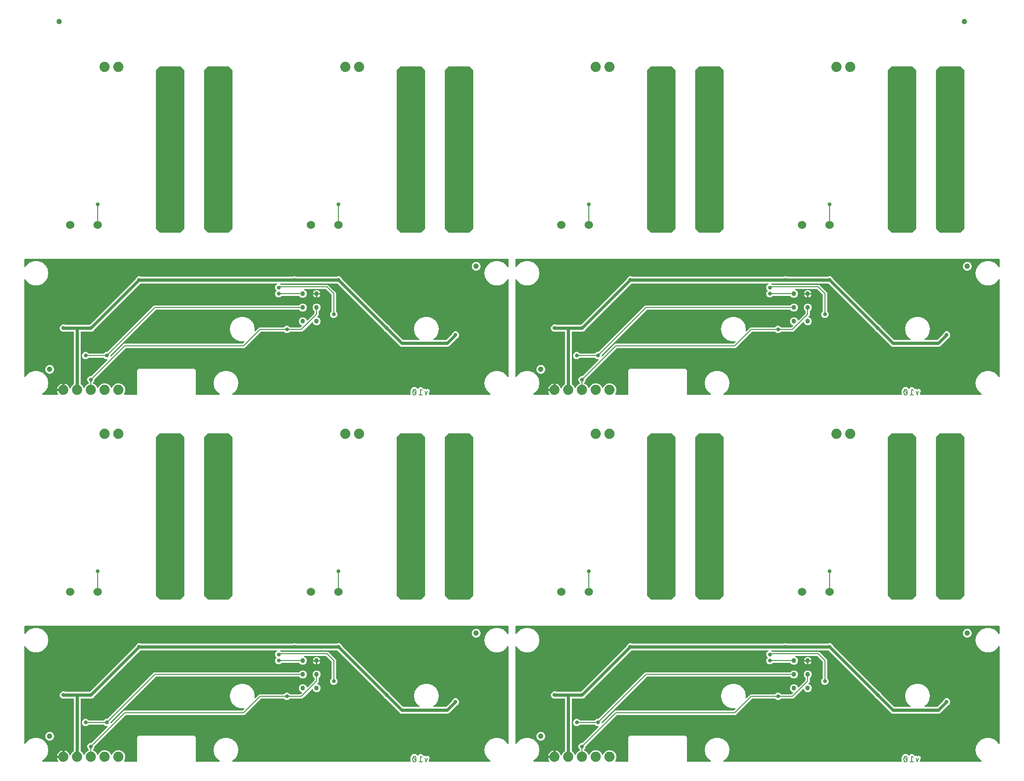
<source format=gbl>
G04 EAGLE Gerber RS-274X export*
G75*
%MOMM*%
%FSLAX34Y34*%
%LPD*%
%INBottom Copper*%
%IPPOS*%
%AMOC8*
5,1,8,0,0,1.08239X$1,22.5*%
G01*
%ADD10C,0.203200*%
%ADD11C,1.000000*%
%ADD12C,1.879600*%
%ADD13C,0.863600*%
%ADD14C,1.524000*%
%ADD15C,2.800000*%
%ADD16C,0.736600*%
%ADD17C,0.609600*%
%ADD18C,0.177800*%

G36*
X65815Y682258D02*
X65815Y682258D01*
X65907Y682261D01*
X65956Y682277D01*
X66006Y682285D01*
X66090Y682322D01*
X66177Y682351D01*
X66219Y682380D01*
X66265Y682401D01*
X66335Y682460D01*
X66411Y682512D01*
X66444Y682552D01*
X66482Y682584D01*
X66533Y682661D01*
X66592Y682732D01*
X66612Y682779D01*
X66640Y682821D01*
X66668Y682909D01*
X66704Y682993D01*
X66710Y683044D01*
X66726Y683092D01*
X66728Y683184D01*
X66739Y683275D01*
X66732Y683326D01*
X66733Y683376D01*
X66710Y683465D01*
X66695Y683556D01*
X66675Y683596D01*
X66661Y683651D01*
X66580Y683788D01*
X66546Y683857D01*
X65989Y684623D01*
X65136Y686297D01*
X64555Y688084D01*
X64434Y688849D01*
X75184Y688849D01*
X75242Y688857D01*
X75300Y688855D01*
X75382Y688877D01*
X75465Y688889D01*
X75519Y688913D01*
X75575Y688927D01*
X75648Y688970D01*
X75725Y689005D01*
X75769Y689043D01*
X75820Y689073D01*
X75877Y689134D01*
X75942Y689189D01*
X75974Y689237D01*
X76014Y689280D01*
X76053Y689355D01*
X76099Y689425D01*
X76117Y689481D01*
X76144Y689533D01*
X76155Y689601D01*
X76185Y689696D01*
X76188Y689796D01*
X76199Y689864D01*
X76199Y690881D01*
X77216Y690881D01*
X77274Y690889D01*
X77332Y690888D01*
X77414Y690909D01*
X77497Y690921D01*
X77551Y690945D01*
X77607Y690959D01*
X77680Y691002D01*
X77757Y691037D01*
X77802Y691075D01*
X77852Y691105D01*
X77910Y691166D01*
X77974Y691221D01*
X78006Y691269D01*
X78046Y691312D01*
X78085Y691387D01*
X78131Y691457D01*
X78149Y691513D01*
X78176Y691565D01*
X78187Y691633D01*
X78217Y691728D01*
X78220Y691828D01*
X78231Y691896D01*
X78231Y702646D01*
X78996Y702525D01*
X80783Y701944D01*
X82457Y701091D01*
X83978Y699986D01*
X85306Y698658D01*
X86411Y697137D01*
X87264Y695463D01*
X87628Y694343D01*
X87658Y694281D01*
X87679Y694215D01*
X87720Y694154D01*
X87753Y694088D01*
X87799Y694037D01*
X87838Y693979D01*
X87894Y693932D01*
X87943Y693877D01*
X88002Y693841D01*
X88055Y693796D01*
X88122Y693766D01*
X88185Y693728D01*
X88252Y693709D01*
X88315Y693681D01*
X88388Y693671D01*
X88459Y693651D01*
X88528Y693651D01*
X88596Y693642D01*
X88669Y693652D01*
X88743Y693653D01*
X88810Y693673D01*
X88878Y693683D01*
X88945Y693713D01*
X89016Y693734D01*
X89074Y693771D01*
X89137Y693800D01*
X89193Y693847D01*
X89255Y693887D01*
X89301Y693939D01*
X89353Y693984D01*
X89386Y694037D01*
X89443Y694101D01*
X89492Y694205D01*
X89531Y694269D01*
X91048Y697931D01*
X94549Y701432D01*
X94877Y701567D01*
X94878Y701568D01*
X94879Y701569D01*
X94998Y701639D01*
X95121Y701712D01*
X95122Y701713D01*
X95124Y701714D01*
X95221Y701818D01*
X95317Y701919D01*
X95317Y701920D01*
X95318Y701921D01*
X95383Y702047D01*
X95447Y702171D01*
X95447Y702173D01*
X95448Y702174D01*
X95450Y702189D01*
X95487Y702374D01*
X95489Y702382D01*
X95489Y702388D01*
X95502Y702450D01*
X95499Y702481D01*
X95503Y702505D01*
X95503Y798068D01*
X95495Y798126D01*
X95497Y798184D01*
X95475Y798266D01*
X95463Y798350D01*
X95440Y798403D01*
X95425Y798459D01*
X95382Y798532D01*
X95347Y798609D01*
X95309Y798654D01*
X95280Y798704D01*
X95218Y798762D01*
X95164Y798826D01*
X95115Y798858D01*
X95072Y798898D01*
X94997Y798937D01*
X94927Y798984D01*
X94871Y799001D01*
X94819Y799028D01*
X94751Y799039D01*
X94656Y799069D01*
X94556Y799072D01*
X94488Y799083D01*
X79274Y799083D01*
X79243Y799079D01*
X79213Y799081D01*
X79136Y799064D01*
X78992Y799043D01*
X78934Y799017D01*
X78885Y799006D01*
X77539Y798448D01*
X74861Y798448D01*
X72387Y799473D01*
X70493Y801367D01*
X69468Y803841D01*
X69468Y806519D01*
X70493Y808993D01*
X72387Y810887D01*
X74861Y811912D01*
X77539Y811912D01*
X78885Y811354D01*
X78915Y811346D01*
X78943Y811332D01*
X79020Y811319D01*
X79161Y811283D01*
X79225Y811285D01*
X79274Y811277D01*
X123926Y811277D01*
X123956Y811281D01*
X123987Y811279D01*
X124064Y811296D01*
X124207Y811317D01*
X124266Y811343D01*
X124314Y811354D01*
X124533Y811445D01*
X124560Y811460D01*
X124589Y811470D01*
X124653Y811515D01*
X124778Y811589D01*
X124822Y811636D01*
X124863Y811665D01*
X209415Y896217D01*
X209434Y896242D01*
X209457Y896262D01*
X209499Y896329D01*
X209586Y896445D01*
X209609Y896505D01*
X209635Y896547D01*
X210193Y897893D01*
X212087Y899787D01*
X214561Y900812D01*
X217239Y900812D01*
X218585Y900254D01*
X218615Y900246D01*
X218643Y900232D01*
X218720Y900219D01*
X218861Y900183D01*
X218925Y900185D01*
X218974Y900177D01*
X499776Y900177D01*
X499807Y900181D01*
X499837Y900179D01*
X499914Y900196D01*
X500058Y900217D01*
X500116Y900243D01*
X500165Y900254D01*
X501511Y900812D01*
X504189Y900812D01*
X505535Y900254D01*
X505565Y900246D01*
X505593Y900232D01*
X505670Y900219D01*
X505811Y900183D01*
X505875Y900185D01*
X505924Y900177D01*
X581126Y900177D01*
X581157Y900181D01*
X581187Y900179D01*
X581264Y900196D01*
X581407Y900217D01*
X581466Y900243D01*
X581515Y900254D01*
X582861Y900812D01*
X585539Y900812D01*
X588013Y899787D01*
X589907Y897893D01*
X590465Y896547D01*
X590480Y896520D01*
X590490Y896491D01*
X590535Y896427D01*
X590609Y896302D01*
X590656Y896258D01*
X590685Y896217D01*
X675237Y811665D01*
X675262Y811646D01*
X675282Y811623D01*
X675349Y811581D01*
X675465Y811494D01*
X675525Y811471D01*
X675567Y811445D01*
X676913Y810887D01*
X678807Y808993D01*
X679365Y807647D01*
X679380Y807620D01*
X679390Y807591D01*
X679435Y807527D01*
X679509Y807402D01*
X679556Y807358D01*
X679585Y807317D01*
X703268Y783634D01*
X703338Y783582D01*
X703402Y783522D01*
X703451Y783496D01*
X703495Y783463D01*
X703577Y783432D01*
X703655Y783392D01*
X703702Y783384D01*
X703761Y783362D01*
X703909Y783350D01*
X703986Y783337D01*
X732466Y783337D01*
X732539Y783347D01*
X732612Y783347D01*
X732679Y783367D01*
X732747Y783377D01*
X732814Y783407D01*
X732885Y783427D01*
X732943Y783464D01*
X733007Y783493D01*
X733063Y783540D01*
X733125Y783580D01*
X733171Y783632D01*
X733224Y783676D01*
X733264Y783738D01*
X733313Y783793D01*
X733343Y783855D01*
X733381Y783913D01*
X733404Y783983D01*
X733435Y784050D01*
X733446Y784118D01*
X733467Y784184D01*
X733469Y784258D01*
X733481Y784330D01*
X733473Y784399D01*
X733474Y784468D01*
X733456Y784539D01*
X733447Y784613D01*
X733420Y784676D01*
X733403Y784743D01*
X733365Y784807D01*
X733336Y784874D01*
X733298Y784919D01*
X733257Y784988D01*
X733168Y785072D01*
X733118Y785130D01*
X728715Y788824D01*
X724729Y795729D01*
X723345Y803580D01*
X724729Y811431D01*
X728715Y818335D01*
X734822Y823460D01*
X742314Y826187D01*
X750286Y826187D01*
X757778Y823460D01*
X763885Y818336D01*
X767871Y811431D01*
X769255Y803580D01*
X767871Y795729D01*
X763885Y788825D01*
X759482Y785130D01*
X759432Y785075D01*
X759376Y785027D01*
X759338Y784970D01*
X759292Y784918D01*
X759260Y784852D01*
X759219Y784791D01*
X759198Y784725D01*
X759168Y784662D01*
X759155Y784590D01*
X759133Y784520D01*
X759131Y784451D01*
X759119Y784382D01*
X759128Y784309D01*
X759126Y784236D01*
X759143Y784169D01*
X759151Y784100D01*
X759179Y784032D01*
X759197Y783961D01*
X759233Y783901D01*
X759259Y783837D01*
X759305Y783779D01*
X759343Y783716D01*
X759393Y783669D01*
X759436Y783615D01*
X759496Y783572D01*
X759550Y783522D01*
X759612Y783490D01*
X759668Y783450D01*
X759738Y783426D01*
X759803Y783392D01*
X759861Y783382D01*
X759937Y783356D01*
X760059Y783349D01*
X760134Y783337D01*
X781914Y783337D01*
X782001Y783349D01*
X782088Y783352D01*
X782141Y783369D01*
X782196Y783377D01*
X782275Y783412D01*
X782359Y783439D01*
X782398Y783467D01*
X782455Y783493D01*
X782568Y783589D01*
X782632Y783634D01*
X793615Y794617D01*
X793634Y794642D01*
X793657Y794662D01*
X793699Y794729D01*
X793786Y794845D01*
X793809Y794905D01*
X793835Y794947D01*
X794393Y796293D01*
X796287Y798187D01*
X798761Y799212D01*
X801439Y799212D01*
X803913Y798187D01*
X805807Y796293D01*
X806832Y793819D01*
X806832Y791141D01*
X805807Y788667D01*
X803913Y786773D01*
X802567Y786215D01*
X802540Y786200D01*
X802511Y786190D01*
X802447Y786145D01*
X802322Y786071D01*
X802278Y786024D01*
X802237Y785995D01*
X790171Y773929D01*
X788314Y772071D01*
X786073Y771143D01*
X699827Y771143D01*
X697586Y772071D01*
X695729Y773929D01*
X670963Y798695D01*
X670938Y798714D01*
X670918Y798737D01*
X670852Y798778D01*
X670815Y798814D01*
X670785Y798829D01*
X670735Y798866D01*
X670675Y798889D01*
X670633Y798915D01*
X669287Y799473D01*
X667393Y801367D01*
X666835Y802713D01*
X666820Y802740D01*
X666810Y802769D01*
X666765Y802833D01*
X666691Y802958D01*
X666644Y803002D01*
X666615Y803043D01*
X582063Y887595D01*
X582038Y887614D01*
X582018Y887637D01*
X581951Y887679D01*
X581835Y887766D01*
X581775Y887789D01*
X581733Y887815D01*
X581514Y887906D01*
X581485Y887914D01*
X581457Y887928D01*
X581380Y887941D01*
X581239Y887977D01*
X581175Y887975D01*
X581126Y887983D01*
X505924Y887983D01*
X505893Y887979D01*
X505863Y887981D01*
X505786Y887964D01*
X505642Y887943D01*
X505584Y887917D01*
X505535Y887906D01*
X504189Y887348D01*
X501511Y887348D01*
X500165Y887906D01*
X500135Y887914D01*
X500107Y887928D01*
X500030Y887941D01*
X499889Y887977D01*
X499825Y887975D01*
X499776Y887983D01*
X477387Y887983D01*
X477302Y887971D01*
X477216Y887969D01*
X477162Y887951D01*
X477106Y887943D01*
X477027Y887908D01*
X476945Y887882D01*
X476898Y887850D01*
X476846Y887827D01*
X476781Y887772D01*
X476709Y887724D01*
X476673Y887680D01*
X476629Y887644D01*
X476582Y887572D01*
X476526Y887506D01*
X476503Y887454D01*
X476472Y887407D01*
X476446Y887325D01*
X476411Y887246D01*
X476403Y887190D01*
X476386Y887136D01*
X476384Y887050D01*
X476372Y886965D01*
X476380Y886909D01*
X476379Y886852D01*
X476400Y886769D01*
X476413Y886683D01*
X476436Y886632D01*
X476450Y886577D01*
X476494Y886503D01*
X476530Y886424D01*
X476567Y886381D01*
X476596Y886332D01*
X476658Y886273D01*
X476714Y886208D01*
X476756Y886182D01*
X476803Y886138D01*
X476932Y886072D01*
X476999Y886030D01*
X477513Y885817D01*
X477715Y885615D01*
X477785Y885563D01*
X477849Y885503D01*
X477898Y885477D01*
X477942Y885444D01*
X478024Y885413D01*
X478102Y885373D01*
X478149Y885365D01*
X478208Y885343D01*
X478356Y885331D01*
X478433Y885318D01*
X564231Y885318D01*
X566835Y882714D01*
X576634Y872915D01*
X579238Y870311D01*
X579238Y836583D01*
X579250Y836496D01*
X579253Y836409D01*
X579270Y836356D01*
X579278Y836301D01*
X579313Y836222D01*
X579340Y836138D01*
X579368Y836099D01*
X579394Y836042D01*
X579459Y835965D01*
X579482Y835927D01*
X579510Y835900D01*
X579535Y835865D01*
X581007Y834393D01*
X582032Y831919D01*
X582032Y829241D01*
X581007Y826767D01*
X579113Y824873D01*
X576639Y823848D01*
X573961Y823848D01*
X571487Y824873D01*
X569593Y826767D01*
X568568Y829241D01*
X568568Y831919D01*
X569593Y834393D01*
X571065Y835865D01*
X571076Y835880D01*
X571085Y835887D01*
X571109Y835924D01*
X571117Y835935D01*
X571177Y835999D01*
X571203Y836048D01*
X571236Y836092D01*
X571267Y836174D01*
X571307Y836252D01*
X571315Y836299D01*
X571337Y836358D01*
X571349Y836506D01*
X571362Y836583D01*
X571362Y866628D01*
X571350Y866715D01*
X571347Y866802D01*
X571330Y866855D01*
X571322Y866910D01*
X571287Y866990D01*
X571260Y867073D01*
X571232Y867112D01*
X571206Y867169D01*
X571110Y867283D01*
X571065Y867346D01*
X561266Y877145D01*
X561197Y877197D01*
X561133Y877257D01*
X561083Y877283D01*
X561039Y877316D01*
X560957Y877347D01*
X560879Y877387D01*
X560832Y877395D01*
X560773Y877417D01*
X560626Y877429D01*
X560548Y877442D01*
X544964Y877442D01*
X544921Y877436D01*
X544878Y877439D01*
X544781Y877416D01*
X544682Y877402D01*
X544643Y877385D01*
X544601Y877375D01*
X544514Y877327D01*
X544423Y877286D01*
X544390Y877258D01*
X544352Y877237D01*
X544282Y877167D01*
X544206Y877103D01*
X544182Y877067D01*
X544152Y877036D01*
X544104Y876949D01*
X544048Y876866D01*
X544035Y876825D01*
X544014Y876787D01*
X543993Y876690D01*
X543963Y876595D01*
X543961Y876552D01*
X543952Y876510D01*
X543958Y876410D01*
X543955Y876311D01*
X543966Y876269D01*
X543969Y876226D01*
X544002Y876132D01*
X544027Y876036D01*
X544049Y875999D01*
X544063Y875958D01*
X544122Y875877D01*
X544172Y875791D01*
X544204Y875762D01*
X544229Y875727D01*
X544307Y875665D01*
X544380Y875597D01*
X544418Y875577D01*
X544452Y875550D01*
X544523Y875523D01*
X544633Y875467D01*
X544701Y875456D01*
X544766Y875431D01*
X545551Y875275D01*
X546799Y874758D01*
X547922Y874007D01*
X548877Y873052D01*
X549628Y871929D01*
X550145Y870681D01*
X550291Y869949D01*
X543804Y869949D01*
X543746Y869941D01*
X543688Y869943D01*
X543606Y869921D01*
X543538Y869912D01*
X543464Y869935D01*
X543364Y869938D01*
X543296Y869949D01*
X536809Y869949D01*
X536955Y870681D01*
X537472Y871929D01*
X538223Y873052D01*
X539178Y874007D01*
X540301Y874758D01*
X541549Y875275D01*
X542334Y875431D01*
X542375Y875446D01*
X542418Y875452D01*
X542509Y875492D01*
X542603Y875525D01*
X542638Y875550D01*
X542677Y875568D01*
X542753Y875632D01*
X542834Y875690D01*
X542861Y875724D01*
X542894Y875752D01*
X542949Y875834D01*
X543011Y875912D01*
X543028Y875952D01*
X543052Y875988D01*
X543082Y876083D01*
X543120Y876175D01*
X543124Y876218D01*
X543137Y876259D01*
X543140Y876359D01*
X543151Y876458D01*
X543144Y876500D01*
X543145Y876543D01*
X543120Y876640D01*
X543103Y876738D01*
X543084Y876777D01*
X543073Y876818D01*
X543022Y876904D01*
X542979Y876994D01*
X542950Y877026D01*
X542928Y877063D01*
X542855Y877131D01*
X542788Y877205D01*
X542752Y877228D01*
X542720Y877257D01*
X542632Y877303D01*
X542547Y877355D01*
X542506Y877367D01*
X542467Y877387D01*
X542392Y877399D01*
X542274Y877433D01*
X542204Y877431D01*
X542136Y877442D01*
X521350Y877442D01*
X521265Y877430D01*
X521179Y877428D01*
X521125Y877410D01*
X521069Y877402D01*
X520990Y877367D01*
X520908Y877341D01*
X520861Y877309D01*
X520809Y877286D01*
X520744Y877231D01*
X520672Y877183D01*
X520636Y877139D01*
X520592Y877103D01*
X520545Y877031D01*
X520489Y876965D01*
X520466Y876913D01*
X520435Y876866D01*
X520409Y876784D01*
X520374Y876705D01*
X520366Y876649D01*
X520349Y876595D01*
X520347Y876509D01*
X520335Y876424D01*
X520343Y876368D01*
X520342Y876311D01*
X520363Y876228D01*
X520376Y876143D01*
X520399Y876091D01*
X520413Y876036D01*
X520457Y875962D01*
X520493Y875883D01*
X520530Y875840D01*
X520559Y875791D01*
X520621Y875732D01*
X520677Y875667D01*
X520719Y875641D01*
X520766Y875597D01*
X520895Y875531D01*
X520962Y875489D01*
X522323Y874925D01*
X524395Y872853D01*
X525517Y870145D01*
X525517Y867215D01*
X524395Y864507D01*
X522323Y862435D01*
X519615Y861313D01*
X516685Y861313D01*
X513977Y862435D01*
X512094Y864318D01*
X512024Y864370D01*
X511960Y864430D01*
X511911Y864456D01*
X511867Y864489D01*
X511785Y864520D01*
X511707Y864560D01*
X511660Y864568D01*
X511601Y864590D01*
X511453Y864602D01*
X511376Y864615D01*
X479576Y864615D01*
X479489Y864603D01*
X479402Y864600D01*
X479349Y864583D01*
X479294Y864575D01*
X479215Y864540D01*
X479131Y864513D01*
X479092Y864485D01*
X479035Y864459D01*
X478922Y864363D01*
X478858Y864318D01*
X477513Y862973D01*
X475039Y861948D01*
X472361Y861948D01*
X469887Y862973D01*
X467993Y864867D01*
X466968Y867341D01*
X466968Y870019D01*
X467993Y872493D01*
X469177Y873677D01*
X469212Y873724D01*
X469255Y873764D01*
X469297Y873837D01*
X469348Y873904D01*
X469369Y873959D01*
X469398Y874009D01*
X469419Y874091D01*
X469449Y874170D01*
X469454Y874228D01*
X469468Y874285D01*
X469466Y874369D01*
X469473Y874453D01*
X469461Y874511D01*
X469459Y874569D01*
X469433Y874649D01*
X469417Y874732D01*
X469390Y874784D01*
X469372Y874840D01*
X469332Y874896D01*
X469286Y874984D01*
X469217Y875057D01*
X469177Y875113D01*
X467993Y876297D01*
X466968Y878771D01*
X466968Y881449D01*
X467993Y883923D01*
X469887Y885817D01*
X470401Y886030D01*
X470475Y886074D01*
X470554Y886109D01*
X470597Y886146D01*
X470646Y886175D01*
X470705Y886237D01*
X470771Y886293D01*
X470802Y886340D01*
X470841Y886381D01*
X470881Y886458D01*
X470928Y886529D01*
X470946Y886583D01*
X470972Y886634D01*
X470988Y886718D01*
X471014Y886800D01*
X471016Y886857D01*
X471027Y886913D01*
X471019Y886998D01*
X471021Y887084D01*
X471007Y887139D01*
X471002Y887196D01*
X470971Y887277D01*
X470950Y887359D01*
X470921Y887408D01*
X470900Y887461D01*
X470848Y887530D01*
X470804Y887604D01*
X470763Y887643D01*
X470729Y887688D01*
X470660Y887740D01*
X470597Y887798D01*
X470546Y887824D01*
X470501Y887858D01*
X470420Y887889D01*
X470344Y887928D01*
X470295Y887936D01*
X470235Y887959D01*
X470090Y887970D01*
X470013Y887983D01*
X218974Y887983D01*
X218943Y887979D01*
X218913Y887981D01*
X218836Y887964D01*
X218692Y887943D01*
X218634Y887917D01*
X218585Y887906D01*
X218367Y887815D01*
X218340Y887800D01*
X218311Y887790D01*
X218247Y887745D01*
X218122Y887671D01*
X218078Y887624D01*
X218037Y887595D01*
X133485Y803043D01*
X133466Y803018D01*
X133443Y802998D01*
X133401Y802931D01*
X133314Y802815D01*
X133291Y802755D01*
X133265Y802713D01*
X132707Y801367D01*
X130813Y799473D01*
X128339Y798448D01*
X125661Y798448D01*
X124315Y799006D01*
X124285Y799014D01*
X124257Y799028D01*
X124180Y799041D01*
X124039Y799077D01*
X123975Y799075D01*
X123926Y799083D01*
X108712Y799083D01*
X108654Y799075D01*
X108596Y799077D01*
X108514Y799055D01*
X108430Y799043D01*
X108377Y799020D01*
X108321Y799005D01*
X108248Y798962D01*
X108171Y798927D01*
X108126Y798889D01*
X108076Y798860D01*
X108018Y798798D01*
X107954Y798744D01*
X107922Y798695D01*
X107882Y798652D01*
X107843Y798577D01*
X107796Y798507D01*
X107779Y798451D01*
X107752Y798399D01*
X107741Y798331D01*
X107711Y798236D01*
X107708Y798136D01*
X107697Y798068D01*
X107697Y702505D01*
X107697Y702504D01*
X107697Y702502D01*
X107704Y702452D01*
X107703Y702433D01*
X107711Y702405D01*
X107717Y702362D01*
X107737Y702224D01*
X107737Y702222D01*
X107737Y702221D01*
X107794Y702095D01*
X107853Y701964D01*
X107854Y701963D01*
X107855Y701962D01*
X107946Y701855D01*
X108036Y701747D01*
X108038Y701746D01*
X108039Y701745D01*
X108052Y701737D01*
X108273Y701590D01*
X108302Y701581D01*
X108323Y701567D01*
X108651Y701432D01*
X112152Y697931D01*
X113362Y695009D01*
X113377Y694984D01*
X113386Y694956D01*
X113449Y694861D01*
X113507Y694764D01*
X113528Y694744D01*
X113544Y694719D01*
X113631Y694646D01*
X113713Y694569D01*
X113739Y694555D01*
X113762Y694536D01*
X113865Y694490D01*
X113966Y694439D01*
X113995Y694433D01*
X114022Y694421D01*
X114134Y694405D01*
X114245Y694384D01*
X114274Y694386D01*
X114303Y694382D01*
X114415Y694398D01*
X114528Y694408D01*
X114555Y694419D01*
X114585Y694423D01*
X114688Y694469D01*
X114793Y694510D01*
X114817Y694528D01*
X114844Y694540D01*
X114930Y694613D01*
X115020Y694682D01*
X115038Y694705D01*
X115060Y694724D01*
X115102Y694791D01*
X115190Y694909D01*
X115212Y694968D01*
X115238Y695009D01*
X116448Y697931D01*
X119949Y701432D01*
X122309Y702409D01*
X122310Y702410D01*
X122311Y702410D01*
X122428Y702479D01*
X122553Y702553D01*
X122554Y702555D01*
X122556Y702555D01*
X122653Y702659D01*
X122749Y702760D01*
X122749Y702762D01*
X122750Y702763D01*
X122815Y702889D01*
X122879Y703013D01*
X122879Y703014D01*
X122880Y703016D01*
X122882Y703031D01*
X122934Y703292D01*
X122931Y703322D01*
X122935Y703347D01*
X122935Y704054D01*
X122923Y704141D01*
X122920Y704228D01*
X122903Y704281D01*
X122895Y704336D01*
X122860Y704415D01*
X122833Y704499D01*
X122805Y704538D01*
X122779Y704595D01*
X122683Y704708D01*
X122638Y704772D01*
X121293Y706117D01*
X120268Y708591D01*
X120268Y711269D01*
X121293Y713743D01*
X123187Y715637D01*
X125661Y716662D01*
X127563Y716662D01*
X127649Y716674D01*
X127737Y716677D01*
X127790Y716694D01*
X127844Y716702D01*
X127924Y716737D01*
X128007Y716764D01*
X128047Y716792D01*
X128104Y716818D01*
X128217Y716914D01*
X128281Y716959D01*
X157237Y745915D01*
X157254Y745939D01*
X157277Y745958D01*
X157340Y746052D01*
X157408Y746142D01*
X157418Y746170D01*
X157434Y746194D01*
X157469Y746302D01*
X157509Y746408D01*
X157511Y746437D01*
X157520Y746465D01*
X157523Y746579D01*
X157532Y746691D01*
X157527Y746720D01*
X157527Y746749D01*
X157499Y746859D01*
X157477Y746970D01*
X157463Y746996D01*
X157456Y747024D01*
X157398Y747122D01*
X157346Y747222D01*
X157325Y747244D01*
X157310Y747269D01*
X157228Y747346D01*
X157150Y747428D01*
X157124Y747443D01*
X157103Y747463D01*
X157002Y747515D01*
X156904Y747572D01*
X156876Y747579D01*
X156850Y747593D01*
X156773Y747606D01*
X156629Y747642D01*
X156566Y747640D01*
X156519Y747648D01*
X154871Y747648D01*
X152397Y748673D01*
X151052Y750018D01*
X150982Y750070D01*
X150918Y750130D01*
X150869Y750156D01*
X150825Y750189D01*
X150743Y750220D01*
X150665Y750260D01*
X150618Y750268D01*
X150559Y750290D01*
X150411Y750302D01*
X150334Y750315D01*
X122876Y750315D01*
X122789Y750303D01*
X122702Y750300D01*
X122649Y750283D01*
X122594Y750275D01*
X122515Y750240D01*
X122431Y750213D01*
X122392Y750185D01*
X122335Y750159D01*
X122222Y750063D01*
X122158Y750018D01*
X120813Y748673D01*
X118339Y747648D01*
X115661Y747648D01*
X113187Y748673D01*
X111293Y750567D01*
X110268Y753041D01*
X110268Y755719D01*
X111293Y758193D01*
X113187Y760087D01*
X115661Y761112D01*
X118339Y761112D01*
X120813Y760087D01*
X122158Y758742D01*
X122228Y758690D01*
X122292Y758630D01*
X122341Y758604D01*
X122385Y758571D01*
X122467Y758540D01*
X122545Y758500D01*
X122592Y758492D01*
X122651Y758470D01*
X122799Y758458D01*
X122876Y758445D01*
X150334Y758445D01*
X150421Y758457D01*
X150508Y758460D01*
X150561Y758477D01*
X150616Y758485D01*
X150695Y758520D01*
X150779Y758547D01*
X150818Y758575D01*
X150875Y758601D01*
X150988Y758697D01*
X151052Y758742D01*
X152397Y760087D01*
X154871Y761112D01*
X156773Y761112D01*
X156859Y761124D01*
X156947Y761127D01*
X156999Y761144D01*
X157054Y761152D01*
X157134Y761187D01*
X157217Y761214D01*
X157257Y761242D01*
X157314Y761268D01*
X157427Y761364D01*
X157491Y761409D01*
X243426Y847345D01*
X511376Y847345D01*
X511463Y847357D01*
X511550Y847360D01*
X511603Y847377D01*
X511658Y847385D01*
X511737Y847420D01*
X511821Y847447D01*
X511860Y847475D01*
X511917Y847501D01*
X512030Y847597D01*
X512094Y847642D01*
X513977Y849525D01*
X516685Y850647D01*
X519615Y850647D01*
X522323Y849525D01*
X524395Y847453D01*
X525517Y844745D01*
X525517Y841815D01*
X524395Y839107D01*
X522323Y837035D01*
X519615Y835913D01*
X516685Y835913D01*
X513977Y837035D01*
X512094Y838918D01*
X512024Y838970D01*
X511960Y839030D01*
X511911Y839056D01*
X511867Y839089D01*
X511785Y839120D01*
X511707Y839160D01*
X511660Y839168D01*
X511601Y839190D01*
X511453Y839202D01*
X511376Y839215D01*
X247214Y839215D01*
X247128Y839203D01*
X247040Y839200D01*
X246988Y839183D01*
X246933Y839175D01*
X246853Y839140D01*
X246770Y839113D01*
X246730Y839085D01*
X246673Y839059D01*
X246560Y838963D01*
X246496Y838918D01*
X163239Y755661D01*
X163187Y755591D01*
X163127Y755527D01*
X163101Y755478D01*
X163068Y755433D01*
X163037Y755352D01*
X162997Y755274D01*
X162989Y755226D01*
X162967Y755168D01*
X162955Y755020D01*
X162942Y754943D01*
X162942Y754071D01*
X162946Y754042D01*
X162943Y754013D01*
X162966Y753902D01*
X162982Y753790D01*
X162994Y753763D01*
X162999Y753734D01*
X163051Y753634D01*
X163098Y753530D01*
X163117Y753508D01*
X163130Y753482D01*
X163208Y753400D01*
X163281Y753313D01*
X163306Y753297D01*
X163326Y753276D01*
X163424Y753218D01*
X163518Y753156D01*
X163546Y753147D01*
X163571Y753132D01*
X163681Y753104D01*
X163789Y753070D01*
X163819Y753069D01*
X163847Y753062D01*
X163960Y753065D01*
X164073Y753063D01*
X164102Y753070D01*
X164131Y753071D01*
X164239Y753106D01*
X164348Y753134D01*
X164374Y753149D01*
X164402Y753158D01*
X164465Y753204D01*
X164593Y753280D01*
X164636Y753325D01*
X164675Y753353D01*
X185348Y774026D01*
X188026Y776705D01*
X406836Y776705D01*
X406922Y776717D01*
X407010Y776720D01*
X407062Y776737D01*
X407117Y776745D01*
X407197Y776780D01*
X407280Y776807D01*
X407320Y776835D01*
X407377Y776861D01*
X407490Y776957D01*
X407554Y777002D01*
X409792Y779240D01*
X409809Y779264D01*
X409832Y779283D01*
X409895Y779377D01*
X409963Y779467D01*
X409973Y779495D01*
X409989Y779519D01*
X410024Y779627D01*
X410064Y779733D01*
X410066Y779762D01*
X410075Y779790D01*
X410078Y779904D01*
X410087Y780016D01*
X410082Y780045D01*
X410082Y780074D01*
X410054Y780184D01*
X410032Y780295D01*
X410018Y780321D01*
X410011Y780349D01*
X409953Y780447D01*
X409901Y780547D01*
X409880Y780569D01*
X409865Y780594D01*
X409783Y780671D01*
X409705Y780753D01*
X409679Y780768D01*
X409658Y780788D01*
X409557Y780840D01*
X409459Y780897D01*
X409431Y780904D01*
X409405Y780918D01*
X409328Y780931D01*
X409184Y780967D01*
X409121Y780965D01*
X409074Y780973D01*
X402314Y780973D01*
X394822Y783700D01*
X388715Y788824D01*
X384729Y795729D01*
X383345Y803580D01*
X384729Y811431D01*
X388715Y818335D01*
X394822Y823460D01*
X402314Y826187D01*
X410286Y826187D01*
X417778Y823460D01*
X423885Y818336D01*
X427871Y811431D01*
X429255Y803580D01*
X428771Y800831D01*
X428767Y800714D01*
X428757Y800596D01*
X428762Y800572D01*
X428761Y800547D01*
X428790Y800433D01*
X428813Y800318D01*
X428824Y800296D01*
X428831Y800271D01*
X428890Y800170D01*
X428944Y800065D01*
X428961Y800047D01*
X428974Y800026D01*
X429059Y799944D01*
X429140Y799859D01*
X429161Y799847D01*
X429179Y799829D01*
X429284Y799775D01*
X429385Y799716D01*
X429409Y799709D01*
X429431Y799698D01*
X429547Y799674D01*
X429660Y799645D01*
X429685Y799646D01*
X429710Y799641D01*
X429827Y799651D01*
X429945Y799655D01*
X429968Y799662D01*
X429993Y799664D01*
X430104Y799706D01*
X430215Y799742D01*
X430233Y799755D01*
X430259Y799765D01*
X430487Y799935D01*
X430488Y799936D01*
X430488Y799937D01*
X437256Y806705D01*
X483064Y806705D01*
X483151Y806717D01*
X483238Y806720D01*
X483291Y806737D01*
X483346Y806745D01*
X483425Y806780D01*
X483509Y806807D01*
X483548Y806835D01*
X483605Y806861D01*
X483718Y806957D01*
X483782Y807002D01*
X485127Y808347D01*
X487601Y809372D01*
X490279Y809372D01*
X492753Y808347D01*
X494098Y807002D01*
X494168Y806950D01*
X494232Y806890D01*
X494281Y806864D01*
X494325Y806831D01*
X494407Y806800D01*
X494485Y806760D01*
X494532Y806752D01*
X494591Y806730D01*
X494739Y806718D01*
X494816Y806705D01*
X513506Y806705D01*
X513592Y806717D01*
X513680Y806720D01*
X513732Y806737D01*
X513787Y806745D01*
X513867Y806780D01*
X513950Y806807D01*
X513990Y806835D01*
X514047Y806861D01*
X514160Y806957D01*
X514224Y807002D01*
X516353Y809131D01*
X516422Y809223D01*
X516496Y809311D01*
X516507Y809336D01*
X516524Y809358D01*
X516565Y809466D01*
X516611Y809571D01*
X516615Y809598D01*
X516625Y809624D01*
X516635Y809738D01*
X516650Y809852D01*
X516646Y809880D01*
X516649Y809907D01*
X516626Y810020D01*
X516610Y810134D01*
X516598Y810159D01*
X516593Y810186D01*
X516540Y810288D01*
X516492Y810393D01*
X516474Y810414D01*
X516462Y810438D01*
X516383Y810522D01*
X516308Y810609D01*
X516287Y810622D01*
X516266Y810645D01*
X516036Y810779D01*
X516024Y810787D01*
X513977Y811635D01*
X511905Y813707D01*
X510783Y816415D01*
X510783Y819345D01*
X511905Y822053D01*
X513977Y824125D01*
X516685Y825247D01*
X519615Y825247D01*
X522323Y824125D01*
X524395Y822053D01*
X525243Y820006D01*
X525301Y819908D01*
X525354Y819806D01*
X525373Y819786D01*
X525387Y819762D01*
X525471Y819683D01*
X525550Y819600D01*
X525574Y819586D01*
X525594Y819566D01*
X525696Y819514D01*
X525795Y819456D01*
X525822Y819449D01*
X525847Y819436D01*
X525960Y819414D01*
X526071Y819386D01*
X526098Y819387D01*
X526126Y819381D01*
X526240Y819391D01*
X526355Y819395D01*
X526381Y819403D01*
X526409Y819406D01*
X526516Y819447D01*
X526625Y819482D01*
X526646Y819497D01*
X526674Y819508D01*
X526886Y819668D01*
X526899Y819677D01*
X539188Y831966D01*
X539240Y832036D01*
X539300Y832100D01*
X539326Y832149D01*
X539359Y832194D01*
X539390Y832275D01*
X539430Y832353D01*
X539438Y832401D01*
X539460Y832459D01*
X539472Y832607D01*
X539485Y832684D01*
X539485Y836506D01*
X539473Y836593D01*
X539470Y836680D01*
X539453Y836733D01*
X539445Y836788D01*
X539410Y836867D01*
X539383Y836951D01*
X539355Y836990D01*
X539329Y837047D01*
X539233Y837160D01*
X539188Y837224D01*
X537305Y839107D01*
X536183Y841815D01*
X536183Y844745D01*
X537305Y847453D01*
X539377Y849525D01*
X542085Y850647D01*
X545015Y850647D01*
X547723Y849525D01*
X549795Y847453D01*
X550917Y844745D01*
X550917Y841815D01*
X549795Y839107D01*
X547912Y837224D01*
X547860Y837154D01*
X547800Y837090D01*
X547774Y837041D01*
X547741Y836997D01*
X547710Y836915D01*
X547670Y836837D01*
X547662Y836790D01*
X547640Y836731D01*
X547628Y836583D01*
X547615Y836506D01*
X547615Y828896D01*
X545347Y826629D01*
X545278Y826537D01*
X545204Y826449D01*
X545193Y826424D01*
X545176Y826402D01*
X545135Y826294D01*
X545089Y826189D01*
X545085Y826162D01*
X545075Y826136D01*
X545065Y826022D01*
X545050Y825908D01*
X545054Y825880D01*
X545051Y825853D01*
X545074Y825740D01*
X545090Y825626D01*
X545102Y825601D01*
X545107Y825574D01*
X545160Y825472D01*
X545208Y825367D01*
X545226Y825346D01*
X545238Y825322D01*
X545317Y825238D01*
X545392Y825151D01*
X545413Y825138D01*
X545434Y825115D01*
X545664Y824981D01*
X545676Y824973D01*
X547723Y824125D01*
X549795Y822053D01*
X550917Y819345D01*
X550917Y816415D01*
X549795Y813707D01*
X547723Y811635D01*
X545015Y810513D01*
X542085Y810513D01*
X539377Y811635D01*
X537305Y813707D01*
X536457Y815754D01*
X536399Y815852D01*
X536346Y815954D01*
X536327Y815974D01*
X536313Y815998D01*
X536229Y816077D01*
X536150Y816160D01*
X536126Y816174D01*
X536106Y816194D01*
X536004Y816246D01*
X535905Y816304D01*
X535878Y816311D01*
X535853Y816324D01*
X535740Y816346D01*
X535629Y816374D01*
X535602Y816373D01*
X535574Y816379D01*
X535460Y816369D01*
X535345Y816365D01*
X535319Y816357D01*
X535291Y816354D01*
X535184Y816313D01*
X535075Y816278D01*
X535054Y816263D01*
X535026Y816252D01*
X534814Y816092D01*
X534801Y816083D01*
X519972Y801254D01*
X517294Y798575D01*
X494816Y798575D01*
X494729Y798563D01*
X494642Y798560D01*
X494589Y798543D01*
X494534Y798535D01*
X494455Y798500D01*
X494371Y798473D01*
X494332Y798445D01*
X494275Y798419D01*
X494162Y798323D01*
X494098Y798278D01*
X492753Y796933D01*
X490279Y795908D01*
X487601Y795908D01*
X485127Y796933D01*
X483782Y798278D01*
X483712Y798330D01*
X483648Y798390D01*
X483599Y798416D01*
X483555Y798449D01*
X483473Y798480D01*
X483395Y798520D01*
X483348Y798528D01*
X483289Y798550D01*
X483141Y798562D01*
X483064Y798575D01*
X441044Y798575D01*
X440958Y798563D01*
X440870Y798560D01*
X440818Y798543D01*
X440763Y798535D01*
X440683Y798500D01*
X440600Y798473D01*
X440560Y798445D01*
X440503Y798419D01*
X440390Y798323D01*
X440326Y798278D01*
X410624Y768575D01*
X191814Y768575D01*
X191728Y768563D01*
X191640Y768560D01*
X191587Y768543D01*
X191533Y768535D01*
X191453Y768500D01*
X191370Y768473D01*
X191330Y768445D01*
X191273Y768419D01*
X191160Y768323D01*
X191096Y768278D01*
X134029Y711211D01*
X133977Y711141D01*
X133917Y711077D01*
X133891Y711028D01*
X133858Y710984D01*
X133827Y710902D01*
X133787Y710824D01*
X133779Y710776D01*
X133757Y710718D01*
X133745Y710570D01*
X133732Y710493D01*
X133732Y708591D01*
X132707Y706117D01*
X131362Y704772D01*
X131310Y704702D01*
X131250Y704638D01*
X131224Y704589D01*
X131191Y704545D01*
X131160Y704463D01*
X131120Y704385D01*
X131112Y704338D01*
X131090Y704279D01*
X131078Y704131D01*
X131065Y704054D01*
X131065Y703347D01*
X131065Y703345D01*
X131065Y703344D01*
X131085Y703205D01*
X131105Y703065D01*
X131105Y703064D01*
X131105Y703062D01*
X131165Y702930D01*
X131221Y702806D01*
X131222Y702805D01*
X131223Y702803D01*
X131314Y702696D01*
X131404Y702589D01*
X131406Y702588D01*
X131407Y702587D01*
X131420Y702579D01*
X131641Y702431D01*
X131670Y702422D01*
X131691Y702409D01*
X134051Y701432D01*
X137552Y697931D01*
X138762Y695009D01*
X138777Y694984D01*
X138786Y694956D01*
X138849Y694861D01*
X138907Y694764D01*
X138928Y694744D01*
X138944Y694719D01*
X139031Y694646D01*
X139113Y694569D01*
X139139Y694555D01*
X139162Y694536D01*
X139265Y694490D01*
X139366Y694439D01*
X139395Y694433D01*
X139422Y694421D01*
X139534Y694405D01*
X139645Y694384D01*
X139674Y694386D01*
X139703Y694382D01*
X139815Y694398D01*
X139928Y694408D01*
X139955Y694419D01*
X139985Y694423D01*
X140088Y694469D01*
X140193Y694510D01*
X140217Y694528D01*
X140244Y694540D01*
X140330Y694613D01*
X140420Y694682D01*
X140438Y694705D01*
X140460Y694724D01*
X140502Y694791D01*
X140590Y694909D01*
X140612Y694968D01*
X140638Y695009D01*
X141848Y697931D01*
X145349Y701432D01*
X149924Y703327D01*
X154876Y703327D01*
X159451Y701432D01*
X162952Y697931D01*
X164162Y695009D01*
X164177Y694984D01*
X164186Y694956D01*
X164249Y694861D01*
X164307Y694764D01*
X164328Y694744D01*
X164344Y694719D01*
X164431Y694646D01*
X164513Y694569D01*
X164539Y694555D01*
X164562Y694536D01*
X164665Y694490D01*
X164766Y694439D01*
X164795Y694433D01*
X164822Y694421D01*
X164934Y694405D01*
X165045Y694384D01*
X165074Y694386D01*
X165103Y694382D01*
X165215Y694398D01*
X165328Y694408D01*
X165355Y694419D01*
X165385Y694423D01*
X165488Y694469D01*
X165593Y694510D01*
X165617Y694528D01*
X165644Y694540D01*
X165730Y694613D01*
X165820Y694682D01*
X165838Y694705D01*
X165860Y694724D01*
X165902Y694791D01*
X165990Y694909D01*
X166012Y694968D01*
X166038Y695009D01*
X167248Y697931D01*
X170749Y701432D01*
X175324Y703327D01*
X180276Y703327D01*
X184851Y701432D01*
X188352Y697931D01*
X190247Y693356D01*
X190247Y688404D01*
X188277Y683649D01*
X188248Y683537D01*
X188214Y683428D01*
X188213Y683400D01*
X188206Y683373D01*
X188209Y683259D01*
X188206Y683144D01*
X188213Y683117D01*
X188214Y683089D01*
X188249Y682980D01*
X188278Y682869D01*
X188292Y682845D01*
X188301Y682818D01*
X188365Y682723D01*
X188423Y682624D01*
X188444Y682605D01*
X188459Y682582D01*
X188547Y682508D01*
X188631Y682430D01*
X188655Y682417D01*
X188677Y682399D01*
X188781Y682353D01*
X188884Y682300D01*
X188908Y682296D01*
X188936Y682284D01*
X189200Y682247D01*
X189215Y682245D01*
X211347Y682245D01*
X211405Y682253D01*
X211463Y682251D01*
X211545Y682273D01*
X211629Y682285D01*
X211682Y682308D01*
X211738Y682323D01*
X211811Y682366D01*
X211888Y682401D01*
X211933Y682439D01*
X211983Y682468D01*
X212041Y682530D01*
X212105Y682584D01*
X212137Y682633D01*
X212177Y682676D01*
X212216Y682751D01*
X212263Y682821D01*
X212280Y682877D01*
X212307Y682929D01*
X212318Y682997D01*
X212348Y683092D01*
X212351Y683192D01*
X212362Y683260D01*
X212362Y727911D01*
X214669Y730218D01*
X317931Y730218D01*
X320238Y727911D01*
X320238Y683260D01*
X320246Y683202D01*
X320244Y683144D01*
X320266Y683062D01*
X320278Y682978D01*
X320301Y682925D01*
X320316Y682869D01*
X320359Y682796D01*
X320394Y682719D01*
X320432Y682674D01*
X320461Y682624D01*
X320523Y682566D01*
X320577Y682502D01*
X320626Y682470D01*
X320669Y682430D01*
X320744Y682391D01*
X320814Y682344D01*
X320870Y682327D01*
X320922Y682300D01*
X320990Y682289D01*
X321085Y682259D01*
X321185Y682256D01*
X321253Y682245D01*
X363767Y682245D01*
X363840Y682255D01*
X363914Y682255D01*
X363980Y682275D01*
X364049Y682285D01*
X364116Y682315D01*
X364186Y682335D01*
X364245Y682372D01*
X364308Y682401D01*
X364364Y682448D01*
X364426Y682488D01*
X364472Y682540D01*
X364525Y682584D01*
X364566Y682646D01*
X364615Y682701D01*
X364644Y682763D01*
X364683Y682821D01*
X364705Y682891D01*
X364736Y682958D01*
X364748Y683026D01*
X364768Y683092D01*
X364770Y683166D01*
X364782Y683238D01*
X364774Y683307D01*
X364776Y683376D01*
X364757Y683447D01*
X364748Y683521D01*
X364721Y683584D01*
X364704Y683651D01*
X364666Y683715D01*
X364638Y683782D01*
X364599Y683827D01*
X364559Y683896D01*
X364469Y683980D01*
X364420Y684038D01*
X358715Y688824D01*
X354729Y695729D01*
X353345Y703580D01*
X354729Y711431D01*
X358715Y718335D01*
X364822Y723460D01*
X372314Y726187D01*
X380286Y726187D01*
X387778Y723460D01*
X393885Y718336D01*
X397871Y711431D01*
X399255Y703580D01*
X397871Y695729D01*
X393885Y688825D01*
X388180Y684038D01*
X388131Y683983D01*
X388075Y683935D01*
X388036Y683878D01*
X387990Y683826D01*
X387958Y683760D01*
X387917Y683699D01*
X387896Y683633D01*
X387866Y683570D01*
X387854Y683498D01*
X387832Y683428D01*
X387830Y683359D01*
X387818Y683290D01*
X387826Y683217D01*
X387824Y683144D01*
X387842Y683077D01*
X387849Y683008D01*
X387877Y682940D01*
X387896Y682869D01*
X387931Y682809D01*
X387958Y682745D01*
X388004Y682687D01*
X388041Y682624D01*
X388092Y682577D01*
X388135Y682523D01*
X388195Y682480D01*
X388249Y682430D01*
X388310Y682398D01*
X388367Y682358D01*
X388436Y682334D01*
X388502Y682300D01*
X388560Y682290D01*
X388635Y682264D01*
X388757Y682257D01*
X388833Y682245D01*
X716450Y682245D01*
X716453Y682245D01*
X716457Y682245D01*
X716593Y682265D01*
X716731Y682285D01*
X716735Y682286D01*
X716738Y682286D01*
X716864Y682344D01*
X716991Y682401D01*
X716993Y682403D01*
X716997Y682404D01*
X717102Y682495D01*
X717208Y682584D01*
X717210Y682587D01*
X717212Y682589D01*
X717288Y682705D01*
X717365Y682821D01*
X717367Y682824D01*
X717368Y682827D01*
X717409Y682959D01*
X717451Y683092D01*
X717451Y683095D01*
X717452Y683099D01*
X717455Y683238D01*
X717459Y683376D01*
X717458Y683380D01*
X717458Y683383D01*
X717450Y683410D01*
X717387Y683651D01*
X717370Y683679D01*
X717363Y683705D01*
X717168Y684103D01*
X717168Y690037D01*
X717827Y691388D01*
X717829Y691393D01*
X717832Y691398D01*
X717843Y691436D01*
X717915Y691658D01*
X717916Y691693D01*
X717923Y691721D01*
X717972Y692156D01*
X718122Y692275D01*
X718203Y692362D01*
X718288Y692444D01*
X718298Y692463D01*
X718317Y692482D01*
X718447Y692735D01*
X718447Y692737D01*
X718448Y692739D01*
X718927Y694138D01*
X722191Y696469D01*
X726202Y696469D01*
X729465Y694138D01*
X729569Y693835D01*
X729597Y693781D01*
X729615Y693723D01*
X729661Y693655D01*
X729698Y693582D01*
X729739Y693538D01*
X729773Y693487D01*
X729836Y693434D01*
X729892Y693374D01*
X729944Y693343D01*
X729991Y693304D01*
X730066Y693271D01*
X730136Y693229D01*
X730195Y693213D01*
X730250Y693189D01*
X730332Y693177D01*
X730411Y693156D01*
X730472Y693158D01*
X730532Y693149D01*
X730613Y693161D01*
X730695Y693163D01*
X730753Y693181D01*
X730813Y693190D01*
X730888Y693224D01*
X730966Y693248D01*
X731017Y693282D01*
X731072Y693307D01*
X731123Y693352D01*
X731203Y693405D01*
X731270Y693484D01*
X731322Y693531D01*
X731340Y693552D01*
X731355Y693579D01*
X731377Y693602D01*
X731387Y693621D01*
X731387Y693622D01*
X731390Y693628D01*
X731427Y693701D01*
X731484Y693797D01*
X731492Y693827D01*
X731506Y693855D01*
X731519Y693932D01*
X731555Y694072D01*
X731555Y694081D01*
X732553Y695079D01*
X732592Y695130D01*
X732628Y695163D01*
X733514Y696271D01*
X733574Y696290D01*
X733682Y696318D01*
X733709Y696334D01*
X733739Y696343D01*
X733803Y696389D01*
X733927Y696462D01*
X733933Y696469D01*
X735345Y696469D01*
X735408Y696478D01*
X735457Y696475D01*
X736867Y696632D01*
X736923Y696603D01*
X737019Y696546D01*
X737049Y696539D01*
X737077Y696524D01*
X737155Y696511D01*
X737294Y696475D01*
X737303Y696475D01*
X738302Y695477D01*
X738353Y695439D01*
X738385Y695402D01*
X741473Y692932D01*
X741518Y692905D01*
X741558Y692871D01*
X741640Y692833D01*
X741718Y692787D01*
X741769Y692774D01*
X741816Y692752D01*
X741906Y692738D01*
X741993Y692716D01*
X742046Y692717D01*
X742097Y692709D01*
X742169Y692720D01*
X742278Y692723D01*
X742364Y692751D01*
X742429Y692761D01*
X743855Y693237D01*
X745459Y692434D01*
X745475Y692429D01*
X745490Y692420D01*
X745610Y692384D01*
X745729Y692344D01*
X745746Y692343D01*
X745762Y692338D01*
X745888Y692337D01*
X746013Y692332D01*
X746029Y692336D01*
X746046Y692336D01*
X746114Y692357D01*
X746289Y692399D01*
X746331Y692423D01*
X746367Y692434D01*
X747972Y693237D01*
X751167Y692172D01*
X752673Y689160D01*
X750813Y683581D01*
X750799Y683503D01*
X750775Y683428D01*
X750773Y683364D01*
X750762Y683301D01*
X750770Y683223D01*
X750768Y683144D01*
X750784Y683082D01*
X750790Y683019D01*
X750819Y682945D01*
X750839Y682869D01*
X750872Y682814D01*
X750896Y682755D01*
X750944Y682692D01*
X750985Y682624D01*
X751031Y682581D01*
X751070Y682530D01*
X751134Y682484D01*
X751192Y682430D01*
X751249Y682401D01*
X751300Y682363D01*
X751375Y682336D01*
X751445Y682300D01*
X751499Y682291D01*
X751568Y682266D01*
X751699Y682258D01*
X751776Y682245D01*
X863767Y682245D01*
X863840Y682255D01*
X863914Y682255D01*
X863980Y682275D01*
X864049Y682285D01*
X864116Y682315D01*
X864186Y682335D01*
X864245Y682372D01*
X864308Y682401D01*
X864364Y682448D01*
X864426Y682488D01*
X864472Y682540D01*
X864525Y682584D01*
X864566Y682646D01*
X864615Y682701D01*
X864644Y682763D01*
X864683Y682821D01*
X864705Y682891D01*
X864736Y682958D01*
X864748Y683026D01*
X864768Y683092D01*
X864770Y683166D01*
X864782Y683238D01*
X864774Y683307D01*
X864776Y683376D01*
X864757Y683447D01*
X864748Y683521D01*
X864721Y683584D01*
X864704Y683651D01*
X864666Y683715D01*
X864638Y683782D01*
X864599Y683827D01*
X864559Y683896D01*
X864469Y683980D01*
X864420Y684038D01*
X858715Y688824D01*
X854729Y695729D01*
X853345Y703580D01*
X854729Y711431D01*
X858715Y718335D01*
X864822Y723460D01*
X872314Y726187D01*
X880286Y726187D01*
X887778Y723460D01*
X893885Y718336D01*
X895741Y715121D01*
X895753Y715106D01*
X895761Y715088D01*
X895840Y714994D01*
X895916Y714897D01*
X895932Y714886D01*
X895945Y714871D01*
X896047Y714802D01*
X896146Y714731D01*
X896165Y714724D01*
X896181Y714713D01*
X896299Y714676D01*
X896414Y714634D01*
X896434Y714633D01*
X896452Y714627D01*
X896575Y714624D01*
X896698Y714616D01*
X896717Y714621D01*
X896736Y714620D01*
X896855Y714651D01*
X896975Y714678D01*
X896993Y714687D01*
X897011Y714692D01*
X897117Y714754D01*
X897225Y714813D01*
X897239Y714827D01*
X897256Y714837D01*
X897340Y714927D01*
X897427Y715013D01*
X897437Y715030D01*
X897450Y715044D01*
X897506Y715154D01*
X897566Y715261D01*
X897571Y715280D01*
X897580Y715298D01*
X897592Y715370D01*
X897631Y715538D01*
X897629Y715589D01*
X897635Y715629D01*
X897635Y894731D01*
X897633Y894751D01*
X897635Y894770D01*
X897613Y894891D01*
X897595Y895013D01*
X897587Y895031D01*
X897584Y895050D01*
X897529Y895160D01*
X897479Y895272D01*
X897467Y895287D01*
X897458Y895305D01*
X897375Y895396D01*
X897296Y895489D01*
X897279Y895500D01*
X897266Y895515D01*
X897161Y895579D01*
X897059Y895647D01*
X897040Y895653D01*
X897024Y895663D01*
X896905Y895696D01*
X896788Y895733D01*
X896768Y895733D01*
X896749Y895738D01*
X896627Y895737D01*
X896504Y895740D01*
X896485Y895735D01*
X896465Y895735D01*
X896347Y895699D01*
X896229Y895668D01*
X896212Y895658D01*
X896193Y895652D01*
X896090Y895586D01*
X895984Y895523D01*
X895971Y895509D01*
X895954Y895498D01*
X895908Y895441D01*
X895790Y895316D01*
X895766Y895270D01*
X895741Y895239D01*
X893885Y892024D01*
X887778Y886900D01*
X880286Y884173D01*
X872314Y884173D01*
X864822Y886900D01*
X858715Y892024D01*
X854729Y898929D01*
X853345Y906780D01*
X854729Y914631D01*
X858715Y921535D01*
X864822Y926660D01*
X872314Y929387D01*
X880286Y929387D01*
X887778Y926660D01*
X893885Y921536D01*
X895741Y918321D01*
X895753Y918306D01*
X895761Y918288D01*
X895840Y918194D01*
X895916Y918097D01*
X895932Y918086D01*
X895945Y918071D01*
X896047Y918002D01*
X896146Y917931D01*
X896165Y917924D01*
X896181Y917913D01*
X896299Y917876D01*
X896414Y917834D01*
X896434Y917833D01*
X896452Y917827D01*
X896575Y917824D01*
X896698Y917816D01*
X896717Y917821D01*
X896736Y917820D01*
X896855Y917851D01*
X896975Y917878D01*
X896993Y917887D01*
X897011Y917892D01*
X897117Y917954D01*
X897225Y918013D01*
X897239Y918027D01*
X897256Y918037D01*
X897340Y918127D01*
X897427Y918213D01*
X897437Y918230D01*
X897450Y918244D01*
X897506Y918354D01*
X897566Y918461D01*
X897571Y918480D01*
X897580Y918498D01*
X897592Y918570D01*
X897631Y918738D01*
X897629Y918789D01*
X897635Y918829D01*
X897635Y932180D01*
X897627Y932238D01*
X897629Y932296D01*
X897607Y932378D01*
X897595Y932462D01*
X897572Y932515D01*
X897557Y932571D01*
X897514Y932644D01*
X897479Y932721D01*
X897441Y932766D01*
X897412Y932816D01*
X897350Y932874D01*
X897296Y932938D01*
X897247Y932970D01*
X897204Y933010D01*
X897129Y933049D01*
X897059Y933096D01*
X897003Y933113D01*
X896951Y933140D01*
X896883Y933151D01*
X896788Y933181D01*
X896688Y933184D01*
X896620Y933195D01*
X5080Y933195D01*
X5022Y933187D01*
X4964Y933189D01*
X4882Y933167D01*
X4798Y933155D01*
X4745Y933132D01*
X4689Y933117D01*
X4616Y933074D01*
X4539Y933039D01*
X4494Y933001D01*
X4444Y932972D01*
X4386Y932910D01*
X4322Y932856D01*
X4290Y932807D01*
X4250Y932764D01*
X4211Y932689D01*
X4164Y932619D01*
X4147Y932563D01*
X4120Y932511D01*
X4109Y932443D01*
X4079Y932348D01*
X4076Y932248D01*
X4065Y932180D01*
X4065Y918829D01*
X4067Y918809D01*
X4065Y918790D01*
X4087Y918669D01*
X4105Y918547D01*
X4113Y918529D01*
X4116Y918510D01*
X4171Y918400D01*
X4221Y918288D01*
X4233Y918273D01*
X4242Y918255D01*
X4325Y918164D01*
X4404Y918071D01*
X4421Y918060D01*
X4434Y918045D01*
X4539Y917981D01*
X4641Y917913D01*
X4660Y917907D01*
X4676Y917897D01*
X4795Y917864D01*
X4912Y917827D01*
X4932Y917827D01*
X4951Y917822D01*
X5073Y917823D01*
X5196Y917820D01*
X5215Y917825D01*
X5235Y917825D01*
X5353Y917861D01*
X5471Y917892D01*
X5488Y917902D01*
X5507Y917908D01*
X5610Y917974D01*
X5716Y918037D01*
X5729Y918051D01*
X5746Y918062D01*
X5792Y918119D01*
X5910Y918244D01*
X5934Y918290D01*
X5959Y918321D01*
X7815Y921536D01*
X13922Y926660D01*
X21414Y929387D01*
X29386Y929387D01*
X36878Y926660D01*
X42985Y921535D01*
X46971Y914631D01*
X48355Y906780D01*
X46971Y898929D01*
X42985Y892025D01*
X36878Y886900D01*
X29386Y884173D01*
X21414Y884173D01*
X13922Y886900D01*
X7815Y892024D01*
X5959Y895239D01*
X5947Y895254D01*
X5939Y895272D01*
X5860Y895366D01*
X5784Y895463D01*
X5768Y895474D01*
X5755Y895489D01*
X5653Y895558D01*
X5554Y895629D01*
X5535Y895636D01*
X5519Y895647D01*
X5401Y895684D01*
X5286Y895726D01*
X5266Y895727D01*
X5248Y895733D01*
X5125Y895736D01*
X5002Y895744D01*
X4983Y895739D01*
X4964Y895740D01*
X4845Y895709D01*
X4725Y895682D01*
X4707Y895673D01*
X4689Y895668D01*
X4583Y895606D01*
X4475Y895547D01*
X4461Y895533D01*
X4444Y895523D01*
X4360Y895433D01*
X4273Y895347D01*
X4263Y895330D01*
X4250Y895316D01*
X4194Y895206D01*
X4134Y895099D01*
X4129Y895080D01*
X4120Y895062D01*
X4108Y894990D01*
X4069Y894822D01*
X4071Y894771D01*
X4065Y894731D01*
X4065Y715629D01*
X4067Y715609D01*
X4065Y715590D01*
X4087Y715469D01*
X4105Y715347D01*
X4113Y715329D01*
X4116Y715310D01*
X4171Y715200D01*
X4221Y715088D01*
X4233Y715073D01*
X4242Y715055D01*
X4325Y714964D01*
X4404Y714871D01*
X4421Y714860D01*
X4434Y714845D01*
X4539Y714781D01*
X4641Y714713D01*
X4660Y714707D01*
X4676Y714697D01*
X4795Y714664D01*
X4912Y714627D01*
X4932Y714627D01*
X4951Y714622D01*
X5073Y714623D01*
X5196Y714620D01*
X5215Y714625D01*
X5235Y714625D01*
X5353Y714661D01*
X5471Y714692D01*
X5488Y714702D01*
X5507Y714708D01*
X5610Y714774D01*
X5716Y714837D01*
X5729Y714851D01*
X5746Y714862D01*
X5792Y714919D01*
X5910Y715044D01*
X5934Y715090D01*
X5959Y715121D01*
X7815Y718336D01*
X13922Y723460D01*
X21414Y726187D01*
X29386Y726187D01*
X36878Y723460D01*
X42985Y718336D01*
X46971Y711431D01*
X48355Y703580D01*
X46971Y695729D01*
X42985Y688825D01*
X37280Y684038D01*
X37231Y683983D01*
X37175Y683935D01*
X37137Y683878D01*
X37090Y683826D01*
X37058Y683760D01*
X37017Y683699D01*
X36996Y683633D01*
X36966Y683570D01*
X36954Y683498D01*
X36932Y683428D01*
X36930Y683359D01*
X36918Y683290D01*
X36926Y683217D01*
X36924Y683144D01*
X36942Y683077D01*
X36949Y683008D01*
X36978Y682940D01*
X36996Y682869D01*
X37031Y682809D01*
X37058Y682745D01*
X37104Y682687D01*
X37141Y682624D01*
X37192Y682577D01*
X37235Y682523D01*
X37295Y682480D01*
X37349Y682430D01*
X37410Y682398D01*
X37467Y682358D01*
X37536Y682334D01*
X37602Y682300D01*
X37660Y682290D01*
X37735Y682264D01*
X37857Y682257D01*
X37933Y682245D01*
X65724Y682245D01*
X65815Y682258D01*
G37*
G36*
X972595Y4078D02*
X972595Y4078D01*
X972687Y4081D01*
X972736Y4097D01*
X972786Y4105D01*
X972870Y4142D01*
X972957Y4171D01*
X972999Y4200D01*
X973045Y4221D01*
X973115Y4280D01*
X973191Y4332D01*
X973223Y4372D01*
X973262Y4404D01*
X973313Y4481D01*
X973372Y4552D01*
X973392Y4599D01*
X973420Y4641D01*
X973448Y4729D01*
X973484Y4813D01*
X973490Y4864D01*
X973506Y4912D01*
X973508Y5004D01*
X973519Y5095D01*
X973512Y5146D01*
X973513Y5196D01*
X973490Y5285D01*
X973475Y5376D01*
X973455Y5416D01*
X973441Y5471D01*
X973360Y5608D01*
X973326Y5677D01*
X972769Y6443D01*
X971916Y8117D01*
X971335Y9904D01*
X971214Y10669D01*
X981964Y10669D01*
X982022Y10677D01*
X982080Y10675D01*
X982162Y10697D01*
X982245Y10709D01*
X982299Y10733D01*
X982355Y10747D01*
X982428Y10790D01*
X982505Y10825D01*
X982549Y10863D01*
X982600Y10893D01*
X982657Y10954D01*
X982722Y11009D01*
X982754Y11057D01*
X982794Y11100D01*
X982833Y11175D01*
X982879Y11245D01*
X982897Y11301D01*
X982924Y11353D01*
X982935Y11421D01*
X982965Y11516D01*
X982968Y11616D01*
X982979Y11684D01*
X982979Y12701D01*
X983996Y12701D01*
X984054Y12709D01*
X984112Y12708D01*
X984194Y12729D01*
X984277Y12741D01*
X984331Y12765D01*
X984387Y12779D01*
X984460Y12822D01*
X984537Y12857D01*
X984582Y12895D01*
X984632Y12925D01*
X984690Y12986D01*
X984754Y13041D01*
X984786Y13089D01*
X984826Y13132D01*
X984865Y13207D01*
X984911Y13277D01*
X984929Y13333D01*
X984956Y13385D01*
X984967Y13453D01*
X984997Y13548D01*
X985000Y13648D01*
X985011Y13716D01*
X985011Y24466D01*
X985776Y24345D01*
X987563Y23764D01*
X989237Y22911D01*
X990758Y21806D01*
X992086Y20478D01*
X993191Y18957D01*
X994044Y17283D01*
X994408Y16163D01*
X994438Y16101D01*
X994459Y16035D01*
X994500Y15974D01*
X994533Y15908D01*
X994579Y15857D01*
X994618Y15799D01*
X994674Y15752D01*
X994723Y15697D01*
X994782Y15661D01*
X994835Y15616D01*
X994902Y15586D01*
X994965Y15548D01*
X995032Y15529D01*
X995095Y15501D01*
X995168Y15491D01*
X995239Y15471D01*
X995308Y15471D01*
X995376Y15462D01*
X995449Y15472D01*
X995523Y15473D01*
X995590Y15493D01*
X995658Y15503D01*
X995725Y15533D01*
X995796Y15554D01*
X995854Y15591D01*
X995917Y15620D01*
X995973Y15667D01*
X996035Y15707D01*
X996081Y15759D01*
X996133Y15804D01*
X996166Y15857D01*
X996223Y15921D01*
X996272Y16025D01*
X996311Y16089D01*
X997828Y19751D01*
X1001329Y23252D01*
X1001657Y23387D01*
X1001658Y23388D01*
X1001659Y23389D01*
X1001778Y23459D01*
X1001901Y23532D01*
X1001902Y23533D01*
X1001904Y23534D01*
X1002001Y23638D01*
X1002097Y23739D01*
X1002097Y23740D01*
X1002098Y23741D01*
X1002163Y23867D01*
X1002227Y23991D01*
X1002227Y23993D01*
X1002228Y23994D01*
X1002230Y24009D01*
X1002267Y24194D01*
X1002269Y24202D01*
X1002269Y24208D01*
X1002282Y24270D01*
X1002279Y24301D01*
X1002283Y24325D01*
X1002283Y119888D01*
X1002275Y119946D01*
X1002277Y120004D01*
X1002255Y120086D01*
X1002243Y120170D01*
X1002220Y120223D01*
X1002205Y120279D01*
X1002162Y120352D01*
X1002127Y120429D01*
X1002089Y120474D01*
X1002060Y120524D01*
X1001998Y120582D01*
X1001944Y120646D01*
X1001895Y120678D01*
X1001852Y120718D01*
X1001777Y120757D01*
X1001707Y120804D01*
X1001651Y120821D01*
X1001599Y120848D01*
X1001531Y120859D01*
X1001436Y120889D01*
X1001336Y120892D01*
X1001268Y120903D01*
X986054Y120903D01*
X986023Y120899D01*
X985993Y120901D01*
X985916Y120884D01*
X985772Y120863D01*
X985714Y120837D01*
X985665Y120826D01*
X984319Y120268D01*
X981641Y120268D01*
X979167Y121293D01*
X977273Y123187D01*
X976248Y125661D01*
X976248Y128339D01*
X977273Y130813D01*
X979167Y132707D01*
X981641Y133732D01*
X984319Y133732D01*
X985665Y133174D01*
X985695Y133166D01*
X985723Y133152D01*
X985800Y133139D01*
X985941Y133103D01*
X986005Y133105D01*
X986054Y133097D01*
X1030706Y133097D01*
X1030737Y133101D01*
X1030767Y133099D01*
X1030844Y133116D01*
X1030988Y133137D01*
X1031046Y133163D01*
X1031094Y133174D01*
X1031313Y133265D01*
X1031340Y133280D01*
X1031369Y133290D01*
X1031433Y133335D01*
X1031558Y133409D01*
X1031602Y133456D01*
X1031643Y133485D01*
X1116195Y218037D01*
X1116214Y218062D01*
X1116237Y218082D01*
X1116279Y218149D01*
X1116366Y218265D01*
X1116389Y218325D01*
X1116415Y218367D01*
X1116973Y219713D01*
X1118867Y221607D01*
X1121341Y222632D01*
X1124019Y222632D01*
X1125365Y222074D01*
X1125395Y222066D01*
X1125423Y222052D01*
X1125500Y222039D01*
X1125641Y222003D01*
X1125705Y222005D01*
X1125754Y221997D01*
X1406556Y221997D01*
X1406587Y222001D01*
X1406617Y221999D01*
X1406694Y222016D01*
X1406838Y222037D01*
X1406896Y222063D01*
X1406945Y222074D01*
X1408291Y222632D01*
X1410969Y222632D01*
X1412315Y222074D01*
X1412345Y222066D01*
X1412373Y222052D01*
X1412450Y222039D01*
X1412591Y222003D01*
X1412655Y222005D01*
X1412704Y221997D01*
X1487906Y221997D01*
X1487937Y222001D01*
X1487967Y221999D01*
X1488044Y222016D01*
X1488188Y222037D01*
X1488246Y222063D01*
X1488295Y222074D01*
X1489641Y222632D01*
X1492319Y222632D01*
X1494793Y221607D01*
X1496687Y219713D01*
X1497245Y218367D01*
X1497260Y218340D01*
X1497270Y218311D01*
X1497315Y218247D01*
X1497389Y218122D01*
X1497436Y218078D01*
X1497465Y218037D01*
X1582017Y133485D01*
X1582042Y133466D01*
X1582062Y133443D01*
X1582129Y133401D01*
X1582245Y133314D01*
X1582305Y133291D01*
X1582347Y133265D01*
X1583693Y132707D01*
X1585587Y130813D01*
X1586145Y129467D01*
X1586160Y129440D01*
X1586170Y129411D01*
X1586215Y129347D01*
X1586289Y129222D01*
X1586336Y129178D01*
X1586365Y129137D01*
X1610048Y105454D01*
X1610118Y105402D01*
X1610182Y105342D01*
X1610231Y105316D01*
X1610275Y105283D01*
X1610357Y105252D01*
X1610435Y105212D01*
X1610482Y105204D01*
X1610541Y105182D01*
X1610689Y105170D01*
X1610766Y105157D01*
X1639246Y105157D01*
X1639319Y105167D01*
X1639392Y105167D01*
X1639459Y105187D01*
X1639527Y105197D01*
X1639594Y105227D01*
X1639665Y105247D01*
X1639723Y105284D01*
X1639787Y105313D01*
X1639843Y105360D01*
X1639905Y105400D01*
X1639951Y105452D01*
X1640004Y105496D01*
X1640044Y105558D01*
X1640093Y105613D01*
X1640123Y105675D01*
X1640161Y105733D01*
X1640184Y105803D01*
X1640215Y105870D01*
X1640226Y105938D01*
X1640247Y106004D01*
X1640249Y106078D01*
X1640261Y106150D01*
X1640253Y106219D01*
X1640254Y106288D01*
X1640236Y106359D01*
X1640227Y106433D01*
X1640200Y106496D01*
X1640183Y106563D01*
X1640145Y106627D01*
X1640116Y106694D01*
X1640078Y106739D01*
X1640037Y106808D01*
X1639948Y106892D01*
X1639898Y106950D01*
X1635495Y110644D01*
X1631509Y117549D01*
X1630125Y125400D01*
X1631509Y133251D01*
X1635495Y140155D01*
X1641602Y145280D01*
X1649094Y148007D01*
X1657066Y148007D01*
X1664558Y145280D01*
X1670665Y140156D01*
X1674651Y133251D01*
X1676035Y125400D01*
X1674651Y117549D01*
X1670665Y110645D01*
X1666262Y106950D01*
X1666212Y106895D01*
X1666156Y106847D01*
X1666118Y106790D01*
X1666072Y106738D01*
X1666040Y106672D01*
X1665999Y106611D01*
X1665978Y106545D01*
X1665948Y106482D01*
X1665935Y106410D01*
X1665913Y106340D01*
X1665911Y106271D01*
X1665899Y106202D01*
X1665908Y106129D01*
X1665906Y106056D01*
X1665923Y105989D01*
X1665931Y105920D01*
X1665959Y105852D01*
X1665977Y105781D01*
X1666013Y105721D01*
X1666039Y105657D01*
X1666085Y105599D01*
X1666123Y105536D01*
X1666173Y105489D01*
X1666216Y105435D01*
X1666276Y105392D01*
X1666330Y105342D01*
X1666392Y105310D01*
X1666448Y105270D01*
X1666518Y105246D01*
X1666583Y105212D01*
X1666641Y105202D01*
X1666717Y105176D01*
X1666839Y105169D01*
X1666914Y105157D01*
X1688694Y105157D01*
X1688781Y105169D01*
X1688868Y105172D01*
X1688921Y105189D01*
X1688976Y105197D01*
X1689055Y105232D01*
X1689139Y105259D01*
X1689178Y105287D01*
X1689235Y105313D01*
X1689348Y105409D01*
X1689412Y105454D01*
X1700395Y116437D01*
X1700414Y116462D01*
X1700437Y116482D01*
X1700479Y116549D01*
X1700566Y116665D01*
X1700589Y116725D01*
X1700615Y116767D01*
X1701173Y118113D01*
X1703067Y120007D01*
X1705541Y121032D01*
X1708219Y121032D01*
X1710693Y120007D01*
X1712587Y118113D01*
X1713612Y115639D01*
X1713612Y112961D01*
X1712587Y110487D01*
X1710693Y108593D01*
X1709347Y108035D01*
X1709320Y108020D01*
X1709291Y108010D01*
X1709227Y107965D01*
X1709102Y107891D01*
X1709058Y107844D01*
X1709017Y107815D01*
X1696951Y95749D01*
X1695094Y93891D01*
X1692853Y92963D01*
X1606607Y92963D01*
X1604366Y93891D01*
X1602509Y95749D01*
X1577743Y120515D01*
X1577718Y120534D01*
X1577698Y120557D01*
X1577633Y120598D01*
X1577595Y120634D01*
X1577565Y120649D01*
X1577515Y120686D01*
X1577455Y120709D01*
X1577413Y120735D01*
X1576067Y121293D01*
X1574173Y123187D01*
X1573615Y124533D01*
X1573600Y124560D01*
X1573590Y124589D01*
X1573545Y124653D01*
X1573471Y124778D01*
X1573424Y124822D01*
X1573395Y124863D01*
X1488843Y209415D01*
X1488818Y209434D01*
X1488798Y209457D01*
X1488731Y209499D01*
X1488615Y209586D01*
X1488555Y209609D01*
X1488513Y209635D01*
X1488295Y209726D01*
X1488265Y209734D01*
X1488237Y209748D01*
X1488160Y209761D01*
X1488019Y209797D01*
X1487955Y209795D01*
X1487906Y209803D01*
X1412704Y209803D01*
X1412673Y209799D01*
X1412643Y209801D01*
X1412566Y209784D01*
X1412422Y209763D01*
X1412364Y209737D01*
X1412315Y209726D01*
X1410969Y209168D01*
X1408291Y209168D01*
X1406945Y209726D01*
X1406915Y209734D01*
X1406887Y209748D01*
X1406810Y209761D01*
X1406669Y209797D01*
X1406605Y209795D01*
X1406556Y209803D01*
X1384167Y209803D01*
X1384082Y209791D01*
X1383996Y209789D01*
X1383942Y209771D01*
X1383886Y209763D01*
X1383807Y209728D01*
X1383725Y209702D01*
X1383678Y209670D01*
X1383626Y209647D01*
X1383561Y209592D01*
X1383489Y209544D01*
X1383453Y209500D01*
X1383409Y209464D01*
X1383362Y209392D01*
X1383306Y209326D01*
X1383283Y209274D01*
X1383252Y209227D01*
X1383226Y209145D01*
X1383191Y209066D01*
X1383183Y209010D01*
X1383166Y208956D01*
X1383164Y208870D01*
X1383152Y208785D01*
X1383160Y208729D01*
X1383159Y208672D01*
X1383180Y208589D01*
X1383193Y208503D01*
X1383216Y208452D01*
X1383230Y208397D01*
X1383274Y208323D01*
X1383310Y208244D01*
X1383347Y208201D01*
X1383376Y208152D01*
X1383438Y208093D01*
X1383494Y208028D01*
X1383536Y208002D01*
X1383583Y207958D01*
X1383712Y207892D01*
X1383779Y207850D01*
X1384293Y207637D01*
X1384495Y207435D01*
X1384565Y207383D01*
X1384629Y207323D01*
X1384678Y207297D01*
X1384722Y207264D01*
X1384804Y207233D01*
X1384882Y207193D01*
X1384929Y207185D01*
X1384988Y207163D01*
X1385136Y207151D01*
X1385213Y207138D01*
X1471011Y207138D01*
X1486018Y192131D01*
X1486018Y158403D01*
X1486030Y158316D01*
X1486033Y158229D01*
X1486050Y158176D01*
X1486058Y158121D01*
X1486093Y158042D01*
X1486120Y157958D01*
X1486148Y157919D01*
X1486174Y157862D01*
X1486239Y157785D01*
X1486262Y157747D01*
X1486290Y157720D01*
X1486315Y157685D01*
X1487787Y156213D01*
X1488812Y153739D01*
X1488812Y151061D01*
X1487787Y148587D01*
X1485893Y146693D01*
X1483419Y145668D01*
X1480741Y145668D01*
X1478267Y146693D01*
X1476373Y148587D01*
X1475348Y151061D01*
X1475348Y153739D01*
X1476373Y156213D01*
X1477845Y157685D01*
X1477856Y157700D01*
X1477865Y157707D01*
X1477889Y157744D01*
X1477897Y157755D01*
X1477957Y157819D01*
X1477983Y157868D01*
X1478016Y157912D01*
X1478047Y157994D01*
X1478087Y158072D01*
X1478095Y158119D01*
X1478117Y158178D01*
X1478129Y158326D01*
X1478142Y158403D01*
X1478142Y188448D01*
X1478130Y188535D01*
X1478127Y188622D01*
X1478110Y188675D01*
X1478102Y188730D01*
X1478067Y188810D01*
X1478040Y188893D01*
X1478012Y188932D01*
X1477986Y188989D01*
X1477890Y189103D01*
X1477845Y189166D01*
X1468046Y198965D01*
X1467977Y199017D01*
X1467913Y199077D01*
X1467863Y199103D01*
X1467819Y199136D01*
X1467737Y199167D01*
X1467659Y199207D01*
X1467612Y199215D01*
X1467553Y199237D01*
X1467406Y199249D01*
X1467328Y199262D01*
X1451744Y199262D01*
X1451701Y199256D01*
X1451658Y199259D01*
X1451561Y199236D01*
X1451462Y199222D01*
X1451423Y199205D01*
X1451381Y199195D01*
X1451294Y199147D01*
X1451203Y199106D01*
X1451170Y199078D01*
X1451132Y199057D01*
X1451062Y198987D01*
X1450986Y198923D01*
X1450962Y198887D01*
X1450931Y198856D01*
X1450884Y198769D01*
X1450828Y198686D01*
X1450815Y198645D01*
X1450794Y198607D01*
X1450773Y198510D01*
X1450742Y198415D01*
X1450741Y198372D01*
X1450732Y198330D01*
X1450738Y198230D01*
X1450735Y198131D01*
X1450746Y198089D01*
X1450749Y198046D01*
X1450782Y197952D01*
X1450807Y197856D01*
X1450829Y197819D01*
X1450843Y197778D01*
X1450901Y197697D01*
X1450952Y197611D01*
X1450984Y197582D01*
X1451009Y197547D01*
X1451087Y197485D01*
X1451160Y197417D01*
X1451198Y197397D01*
X1451232Y197370D01*
X1451303Y197343D01*
X1451413Y197287D01*
X1451481Y197276D01*
X1451546Y197251D01*
X1452331Y197095D01*
X1453579Y196578D01*
X1454702Y195827D01*
X1455657Y194872D01*
X1456408Y193749D01*
X1456925Y192501D01*
X1457071Y191769D01*
X1450584Y191769D01*
X1450526Y191761D01*
X1450468Y191763D01*
X1450386Y191741D01*
X1450318Y191732D01*
X1450244Y191755D01*
X1450144Y191758D01*
X1450076Y191769D01*
X1443589Y191769D01*
X1443735Y192501D01*
X1444252Y193749D01*
X1445003Y194872D01*
X1445958Y195827D01*
X1447081Y196578D01*
X1448329Y197095D01*
X1449114Y197251D01*
X1449155Y197266D01*
X1449198Y197272D01*
X1449289Y197312D01*
X1449383Y197345D01*
X1449418Y197370D01*
X1449457Y197388D01*
X1449533Y197452D01*
X1449614Y197510D01*
X1449641Y197544D01*
X1449674Y197572D01*
X1449729Y197654D01*
X1449791Y197732D01*
X1449808Y197772D01*
X1449832Y197808D01*
X1449862Y197903D01*
X1449900Y197995D01*
X1449904Y198038D01*
X1449918Y198079D01*
X1449920Y198179D01*
X1449931Y198278D01*
X1449924Y198320D01*
X1449925Y198363D01*
X1449900Y198460D01*
X1449883Y198558D01*
X1449864Y198597D01*
X1449853Y198638D01*
X1449802Y198724D01*
X1449759Y198814D01*
X1449730Y198846D01*
X1449708Y198883D01*
X1449635Y198951D01*
X1449569Y199025D01*
X1449532Y199048D01*
X1449500Y199077D01*
X1449412Y199123D01*
X1449327Y199175D01*
X1449286Y199187D01*
X1449247Y199207D01*
X1449172Y199219D01*
X1449054Y199253D01*
X1448984Y199251D01*
X1448916Y199262D01*
X1428130Y199262D01*
X1428045Y199250D01*
X1427959Y199248D01*
X1427905Y199230D01*
X1427849Y199222D01*
X1427770Y199187D01*
X1427688Y199161D01*
X1427641Y199129D01*
X1427589Y199106D01*
X1427524Y199051D01*
X1427452Y199003D01*
X1427416Y198959D01*
X1427372Y198923D01*
X1427325Y198851D01*
X1427269Y198785D01*
X1427246Y198733D01*
X1427215Y198686D01*
X1427189Y198604D01*
X1427154Y198525D01*
X1427146Y198469D01*
X1427129Y198415D01*
X1427127Y198329D01*
X1427115Y198244D01*
X1427123Y198188D01*
X1427122Y198131D01*
X1427143Y198048D01*
X1427156Y197963D01*
X1427179Y197911D01*
X1427193Y197856D01*
X1427237Y197782D01*
X1427273Y197703D01*
X1427310Y197660D01*
X1427339Y197611D01*
X1427401Y197552D01*
X1427457Y197487D01*
X1427499Y197461D01*
X1427546Y197417D01*
X1427675Y197351D01*
X1427742Y197309D01*
X1429103Y196745D01*
X1431175Y194673D01*
X1432297Y191965D01*
X1432297Y189035D01*
X1431175Y186327D01*
X1429103Y184255D01*
X1426395Y183133D01*
X1423465Y183133D01*
X1420757Y184255D01*
X1418874Y186138D01*
X1418804Y186190D01*
X1418740Y186250D01*
X1418691Y186276D01*
X1418647Y186309D01*
X1418565Y186340D01*
X1418487Y186380D01*
X1418440Y186388D01*
X1418381Y186410D01*
X1418233Y186422D01*
X1418156Y186435D01*
X1386356Y186435D01*
X1386269Y186423D01*
X1386182Y186420D01*
X1386129Y186403D01*
X1386074Y186395D01*
X1385995Y186360D01*
X1385911Y186333D01*
X1385872Y186305D01*
X1385815Y186279D01*
X1385702Y186183D01*
X1385638Y186138D01*
X1384293Y184793D01*
X1381819Y183768D01*
X1379141Y183768D01*
X1376667Y184793D01*
X1374773Y186687D01*
X1373748Y189161D01*
X1373748Y191839D01*
X1374773Y194313D01*
X1375957Y195497D01*
X1375992Y195544D01*
X1376035Y195584D01*
X1376077Y195657D01*
X1376128Y195724D01*
X1376149Y195779D01*
X1376178Y195829D01*
X1376199Y195911D01*
X1376229Y195990D01*
X1376234Y196048D01*
X1376248Y196105D01*
X1376246Y196189D01*
X1376253Y196273D01*
X1376241Y196331D01*
X1376239Y196389D01*
X1376213Y196469D01*
X1376197Y196552D01*
X1376170Y196604D01*
X1376152Y196660D01*
X1376112Y196716D01*
X1376066Y196804D01*
X1375997Y196877D01*
X1375957Y196933D01*
X1374773Y198117D01*
X1373748Y200591D01*
X1373748Y203269D01*
X1374773Y205743D01*
X1376667Y207637D01*
X1377181Y207850D01*
X1377255Y207894D01*
X1377334Y207929D01*
X1377377Y207966D01*
X1377426Y207995D01*
X1377485Y208057D01*
X1377551Y208113D01*
X1377582Y208160D01*
X1377621Y208201D01*
X1377661Y208278D01*
X1377708Y208349D01*
X1377726Y208403D01*
X1377752Y208454D01*
X1377768Y208538D01*
X1377794Y208620D01*
X1377796Y208677D01*
X1377807Y208733D01*
X1377799Y208818D01*
X1377801Y208904D01*
X1377787Y208959D01*
X1377782Y209016D01*
X1377751Y209096D01*
X1377730Y209179D01*
X1377701Y209228D01*
X1377680Y209281D01*
X1377628Y209350D01*
X1377584Y209424D01*
X1377543Y209463D01*
X1377509Y209508D01*
X1377440Y209560D01*
X1377377Y209618D01*
X1377326Y209644D01*
X1377281Y209678D01*
X1377201Y209709D01*
X1377124Y209748D01*
X1377075Y209756D01*
X1377015Y209779D01*
X1376870Y209790D01*
X1376793Y209803D01*
X1125754Y209803D01*
X1125723Y209799D01*
X1125693Y209801D01*
X1125616Y209784D01*
X1125472Y209763D01*
X1125414Y209737D01*
X1125366Y209726D01*
X1125147Y209635D01*
X1125120Y209620D01*
X1125091Y209610D01*
X1125027Y209565D01*
X1124902Y209491D01*
X1124858Y209444D01*
X1124817Y209415D01*
X1040265Y124863D01*
X1040246Y124838D01*
X1040223Y124818D01*
X1040181Y124751D01*
X1040094Y124635D01*
X1040071Y124575D01*
X1040045Y124533D01*
X1039487Y123187D01*
X1037593Y121293D01*
X1035119Y120268D01*
X1032441Y120268D01*
X1031095Y120826D01*
X1031065Y120834D01*
X1031037Y120848D01*
X1030960Y120861D01*
X1030819Y120897D01*
X1030755Y120895D01*
X1030706Y120903D01*
X1015492Y120903D01*
X1015434Y120895D01*
X1015376Y120897D01*
X1015294Y120875D01*
X1015210Y120863D01*
X1015157Y120840D01*
X1015101Y120825D01*
X1015028Y120782D01*
X1014951Y120747D01*
X1014906Y120709D01*
X1014856Y120680D01*
X1014798Y120618D01*
X1014734Y120564D01*
X1014702Y120515D01*
X1014662Y120472D01*
X1014623Y120397D01*
X1014576Y120327D01*
X1014559Y120271D01*
X1014532Y120219D01*
X1014521Y120151D01*
X1014491Y120056D01*
X1014488Y119956D01*
X1014477Y119888D01*
X1014477Y24325D01*
X1014477Y24324D01*
X1014477Y24322D01*
X1014484Y24272D01*
X1014483Y24253D01*
X1014491Y24225D01*
X1014497Y24182D01*
X1014517Y24044D01*
X1014517Y24042D01*
X1014517Y24041D01*
X1014574Y23915D01*
X1014633Y23784D01*
X1014634Y23783D01*
X1014635Y23782D01*
X1014726Y23675D01*
X1014816Y23567D01*
X1014818Y23566D01*
X1014819Y23565D01*
X1014832Y23557D01*
X1015053Y23410D01*
X1015082Y23401D01*
X1015103Y23387D01*
X1015431Y23252D01*
X1018932Y19751D01*
X1020142Y16829D01*
X1020157Y16804D01*
X1020166Y16776D01*
X1020229Y16681D01*
X1020287Y16584D01*
X1020308Y16564D01*
X1020324Y16539D01*
X1020411Y16466D01*
X1020493Y16389D01*
X1020519Y16375D01*
X1020542Y16356D01*
X1020645Y16310D01*
X1020746Y16259D01*
X1020775Y16253D01*
X1020802Y16241D01*
X1020914Y16225D01*
X1021025Y16204D01*
X1021054Y16206D01*
X1021083Y16202D01*
X1021195Y16218D01*
X1021308Y16228D01*
X1021335Y16239D01*
X1021365Y16243D01*
X1021468Y16289D01*
X1021573Y16330D01*
X1021597Y16348D01*
X1021624Y16360D01*
X1021710Y16433D01*
X1021800Y16502D01*
X1021818Y16525D01*
X1021840Y16544D01*
X1021882Y16611D01*
X1021970Y16729D01*
X1021992Y16788D01*
X1022018Y16829D01*
X1023228Y19751D01*
X1026729Y23252D01*
X1029089Y24229D01*
X1029090Y24230D01*
X1029091Y24230D01*
X1029208Y24299D01*
X1029333Y24373D01*
X1029334Y24375D01*
X1029336Y24375D01*
X1029433Y24479D01*
X1029529Y24580D01*
X1029529Y24582D01*
X1029530Y24583D01*
X1029595Y24709D01*
X1029659Y24833D01*
X1029659Y24834D01*
X1029660Y24836D01*
X1029662Y24851D01*
X1029714Y25112D01*
X1029711Y25142D01*
X1029715Y25167D01*
X1029715Y25874D01*
X1029703Y25961D01*
X1029700Y26048D01*
X1029683Y26101D01*
X1029675Y26156D01*
X1029640Y26235D01*
X1029613Y26319D01*
X1029585Y26358D01*
X1029559Y26415D01*
X1029463Y26528D01*
X1029418Y26592D01*
X1028073Y27937D01*
X1027048Y30411D01*
X1027048Y33089D01*
X1028073Y35563D01*
X1029967Y37457D01*
X1032441Y38482D01*
X1034343Y38482D01*
X1034429Y38494D01*
X1034517Y38497D01*
X1034569Y38514D01*
X1034624Y38522D01*
X1034704Y38557D01*
X1034787Y38584D01*
X1034827Y38612D01*
X1034884Y38638D01*
X1034997Y38734D01*
X1035061Y38779D01*
X1064017Y67735D01*
X1064034Y67759D01*
X1064057Y67778D01*
X1064120Y67872D01*
X1064188Y67962D01*
X1064198Y67990D01*
X1064214Y68014D01*
X1064249Y68122D01*
X1064289Y68228D01*
X1064291Y68257D01*
X1064300Y68285D01*
X1064303Y68399D01*
X1064312Y68511D01*
X1064307Y68540D01*
X1064307Y68569D01*
X1064279Y68679D01*
X1064257Y68790D01*
X1064243Y68816D01*
X1064236Y68844D01*
X1064178Y68942D01*
X1064126Y69042D01*
X1064105Y69064D01*
X1064090Y69089D01*
X1064008Y69166D01*
X1063930Y69248D01*
X1063904Y69263D01*
X1063883Y69283D01*
X1063782Y69335D01*
X1063684Y69392D01*
X1063656Y69399D01*
X1063630Y69413D01*
X1063553Y69426D01*
X1063409Y69462D01*
X1063346Y69460D01*
X1063299Y69468D01*
X1061651Y69468D01*
X1059177Y70493D01*
X1057832Y71838D01*
X1057762Y71890D01*
X1057698Y71950D01*
X1057649Y71976D01*
X1057605Y72009D01*
X1057523Y72040D01*
X1057445Y72080D01*
X1057398Y72088D01*
X1057339Y72110D01*
X1057191Y72122D01*
X1057114Y72135D01*
X1029656Y72135D01*
X1029569Y72123D01*
X1029482Y72120D01*
X1029429Y72103D01*
X1029374Y72095D01*
X1029295Y72060D01*
X1029211Y72033D01*
X1029172Y72005D01*
X1029115Y71979D01*
X1029002Y71883D01*
X1028938Y71838D01*
X1027593Y70493D01*
X1025119Y69468D01*
X1022441Y69468D01*
X1019967Y70493D01*
X1018073Y72387D01*
X1017048Y74861D01*
X1017048Y77539D01*
X1018073Y80013D01*
X1019967Y81907D01*
X1022441Y82932D01*
X1025119Y82932D01*
X1027593Y81907D01*
X1028938Y80562D01*
X1029008Y80510D01*
X1029072Y80450D01*
X1029121Y80424D01*
X1029165Y80391D01*
X1029247Y80360D01*
X1029325Y80320D01*
X1029372Y80312D01*
X1029431Y80290D01*
X1029579Y80278D01*
X1029656Y80265D01*
X1057114Y80265D01*
X1057201Y80277D01*
X1057288Y80280D01*
X1057341Y80297D01*
X1057396Y80305D01*
X1057475Y80340D01*
X1057559Y80367D01*
X1057598Y80395D01*
X1057655Y80421D01*
X1057768Y80517D01*
X1057832Y80562D01*
X1059177Y81907D01*
X1061651Y82932D01*
X1063553Y82932D01*
X1063639Y82944D01*
X1063727Y82947D01*
X1063779Y82964D01*
X1063834Y82972D01*
X1063914Y83007D01*
X1063997Y83034D01*
X1064037Y83062D01*
X1064094Y83088D01*
X1064207Y83184D01*
X1064271Y83229D01*
X1150206Y169165D01*
X1418156Y169165D01*
X1418243Y169177D01*
X1418330Y169180D01*
X1418383Y169197D01*
X1418438Y169205D01*
X1418517Y169240D01*
X1418601Y169267D01*
X1418640Y169295D01*
X1418697Y169321D01*
X1418810Y169417D01*
X1418874Y169462D01*
X1420757Y171345D01*
X1423465Y172467D01*
X1426395Y172467D01*
X1429103Y171345D01*
X1431175Y169273D01*
X1432297Y166565D01*
X1432297Y163635D01*
X1431175Y160927D01*
X1429103Y158855D01*
X1426395Y157733D01*
X1423465Y157733D01*
X1420757Y158855D01*
X1418874Y160738D01*
X1418804Y160790D01*
X1418740Y160850D01*
X1418691Y160876D01*
X1418647Y160909D01*
X1418565Y160940D01*
X1418487Y160980D01*
X1418440Y160988D01*
X1418381Y161010D01*
X1418233Y161022D01*
X1418156Y161035D01*
X1153994Y161035D01*
X1153908Y161023D01*
X1153820Y161020D01*
X1153768Y161003D01*
X1153713Y160995D01*
X1153633Y160960D01*
X1153550Y160933D01*
X1153510Y160905D01*
X1153453Y160879D01*
X1153340Y160783D01*
X1153276Y160738D01*
X1070019Y77481D01*
X1069967Y77411D01*
X1069907Y77347D01*
X1069881Y77298D01*
X1069848Y77253D01*
X1069817Y77172D01*
X1069777Y77094D01*
X1069769Y77046D01*
X1069747Y76988D01*
X1069735Y76840D01*
X1069722Y76763D01*
X1069722Y75891D01*
X1069726Y75862D01*
X1069723Y75833D01*
X1069746Y75722D01*
X1069762Y75610D01*
X1069774Y75583D01*
X1069779Y75554D01*
X1069831Y75454D01*
X1069878Y75350D01*
X1069897Y75328D01*
X1069910Y75302D01*
X1069988Y75220D01*
X1070061Y75133D01*
X1070086Y75117D01*
X1070106Y75096D01*
X1070204Y75038D01*
X1070298Y74976D01*
X1070326Y74967D01*
X1070351Y74952D01*
X1070461Y74924D01*
X1070569Y74890D01*
X1070599Y74889D01*
X1070627Y74882D01*
X1070740Y74885D01*
X1070853Y74883D01*
X1070882Y74890D01*
X1070911Y74891D01*
X1071019Y74926D01*
X1071128Y74954D01*
X1071154Y74969D01*
X1071182Y74978D01*
X1071245Y75024D01*
X1071373Y75100D01*
X1071416Y75145D01*
X1071455Y75173D01*
X1094806Y98525D01*
X1313616Y98525D01*
X1313702Y98537D01*
X1313790Y98540D01*
X1313842Y98557D01*
X1313897Y98565D01*
X1313977Y98600D01*
X1314060Y98627D01*
X1314100Y98655D01*
X1314157Y98681D01*
X1314270Y98777D01*
X1314334Y98822D01*
X1316572Y101060D01*
X1316589Y101084D01*
X1316612Y101103D01*
X1316675Y101197D01*
X1316743Y101287D01*
X1316753Y101315D01*
X1316769Y101339D01*
X1316804Y101447D01*
X1316844Y101553D01*
X1316846Y101582D01*
X1316855Y101610D01*
X1316858Y101724D01*
X1316867Y101836D01*
X1316862Y101865D01*
X1316862Y101894D01*
X1316834Y102004D01*
X1316812Y102115D01*
X1316798Y102141D01*
X1316791Y102169D01*
X1316733Y102267D01*
X1316681Y102367D01*
X1316660Y102389D01*
X1316645Y102414D01*
X1316563Y102491D01*
X1316485Y102573D01*
X1316459Y102588D01*
X1316438Y102608D01*
X1316337Y102660D01*
X1316239Y102717D01*
X1316211Y102724D01*
X1316185Y102738D01*
X1316108Y102751D01*
X1315964Y102787D01*
X1315901Y102785D01*
X1315854Y102793D01*
X1309094Y102793D01*
X1301602Y105520D01*
X1295495Y110644D01*
X1291509Y117549D01*
X1290125Y125400D01*
X1291509Y133251D01*
X1295495Y140155D01*
X1301602Y145280D01*
X1309094Y148007D01*
X1317066Y148007D01*
X1324558Y145280D01*
X1330665Y140156D01*
X1334651Y133251D01*
X1336035Y125400D01*
X1335551Y122651D01*
X1335547Y122534D01*
X1335537Y122416D01*
X1335542Y122392D01*
X1335541Y122367D01*
X1335570Y122253D01*
X1335593Y122138D01*
X1335604Y122116D01*
X1335611Y122091D01*
X1335670Y121990D01*
X1335724Y121885D01*
X1335741Y121867D01*
X1335754Y121846D01*
X1335839Y121764D01*
X1335920Y121679D01*
X1335941Y121667D01*
X1335959Y121649D01*
X1336064Y121595D01*
X1336165Y121536D01*
X1336189Y121529D01*
X1336211Y121518D01*
X1336327Y121494D01*
X1336440Y121465D01*
X1336465Y121466D01*
X1336490Y121461D01*
X1336607Y121471D01*
X1336725Y121475D01*
X1336748Y121482D01*
X1336773Y121484D01*
X1336884Y121526D01*
X1336995Y121562D01*
X1337013Y121575D01*
X1337039Y121585D01*
X1337267Y121755D01*
X1337268Y121756D01*
X1337268Y121757D01*
X1344036Y128525D01*
X1389844Y128525D01*
X1389931Y128537D01*
X1390018Y128540D01*
X1390071Y128557D01*
X1390126Y128565D01*
X1390205Y128600D01*
X1390289Y128627D01*
X1390328Y128655D01*
X1390385Y128681D01*
X1390498Y128777D01*
X1390562Y128822D01*
X1391907Y130167D01*
X1394381Y131192D01*
X1397059Y131192D01*
X1399533Y130167D01*
X1400878Y128822D01*
X1400948Y128770D01*
X1401012Y128710D01*
X1401061Y128684D01*
X1401105Y128651D01*
X1401187Y128620D01*
X1401265Y128580D01*
X1401312Y128572D01*
X1401371Y128550D01*
X1401519Y128538D01*
X1401596Y128525D01*
X1420286Y128525D01*
X1420372Y128537D01*
X1420460Y128540D01*
X1420512Y128557D01*
X1420567Y128565D01*
X1420647Y128600D01*
X1420730Y128627D01*
X1420770Y128655D01*
X1420827Y128681D01*
X1420940Y128777D01*
X1421004Y128822D01*
X1423133Y130951D01*
X1423202Y131043D01*
X1423276Y131131D01*
X1423287Y131156D01*
X1423304Y131178D01*
X1423345Y131286D01*
X1423391Y131391D01*
X1423395Y131418D01*
X1423405Y131444D01*
X1423414Y131558D01*
X1423430Y131672D01*
X1423426Y131700D01*
X1423429Y131727D01*
X1423406Y131840D01*
X1423390Y131954D01*
X1423378Y131979D01*
X1423373Y132006D01*
X1423320Y132108D01*
X1423272Y132213D01*
X1423254Y132234D01*
X1423242Y132258D01*
X1423163Y132342D01*
X1423088Y132429D01*
X1423067Y132442D01*
X1423046Y132465D01*
X1422817Y132599D01*
X1422804Y132607D01*
X1420757Y133455D01*
X1418685Y135527D01*
X1417563Y138235D01*
X1417563Y141165D01*
X1418685Y143873D01*
X1420757Y145945D01*
X1423465Y147067D01*
X1426395Y147067D01*
X1429103Y145945D01*
X1431175Y143873D01*
X1432023Y141826D01*
X1432081Y141727D01*
X1432134Y141626D01*
X1432153Y141606D01*
X1432167Y141582D01*
X1432251Y141503D01*
X1432330Y141420D01*
X1432354Y141406D01*
X1432374Y141386D01*
X1432476Y141334D01*
X1432575Y141276D01*
X1432602Y141269D01*
X1432627Y141256D01*
X1432740Y141234D01*
X1432851Y141206D01*
X1432878Y141207D01*
X1432906Y141201D01*
X1433020Y141211D01*
X1433135Y141215D01*
X1433161Y141223D01*
X1433189Y141226D01*
X1433296Y141267D01*
X1433405Y141302D01*
X1433426Y141317D01*
X1433454Y141328D01*
X1433666Y141488D01*
X1433679Y141497D01*
X1445968Y153786D01*
X1446020Y153856D01*
X1446080Y153920D01*
X1446106Y153969D01*
X1446139Y154014D01*
X1446170Y154095D01*
X1446210Y154173D01*
X1446218Y154221D01*
X1446240Y154279D01*
X1446252Y154427D01*
X1446265Y154504D01*
X1446265Y158326D01*
X1446253Y158413D01*
X1446250Y158500D01*
X1446233Y158553D01*
X1446225Y158608D01*
X1446190Y158687D01*
X1446163Y158771D01*
X1446135Y158810D01*
X1446109Y158867D01*
X1446013Y158980D01*
X1445968Y159044D01*
X1444085Y160927D01*
X1442963Y163635D01*
X1442963Y166565D01*
X1444085Y169273D01*
X1446157Y171345D01*
X1448865Y172467D01*
X1451795Y172467D01*
X1454503Y171345D01*
X1456575Y169273D01*
X1457697Y166565D01*
X1457697Y163635D01*
X1456575Y160927D01*
X1454692Y159044D01*
X1454640Y158974D01*
X1454580Y158910D01*
X1454554Y158861D01*
X1454521Y158817D01*
X1454490Y158735D01*
X1454450Y158657D01*
X1454442Y158610D01*
X1454420Y158551D01*
X1454408Y158403D01*
X1454395Y158326D01*
X1454395Y150716D01*
X1452127Y148449D01*
X1452058Y148357D01*
X1451984Y148269D01*
X1451973Y148244D01*
X1451956Y148222D01*
X1451915Y148114D01*
X1451869Y148009D01*
X1451865Y147982D01*
X1451855Y147956D01*
X1451846Y147842D01*
X1451830Y147728D01*
X1451834Y147700D01*
X1451831Y147673D01*
X1451854Y147560D01*
X1451870Y147446D01*
X1451882Y147421D01*
X1451887Y147394D01*
X1451940Y147292D01*
X1451988Y147187D01*
X1452006Y147166D01*
X1452018Y147142D01*
X1452097Y147058D01*
X1452172Y146971D01*
X1452193Y146958D01*
X1452214Y146935D01*
X1452443Y146801D01*
X1452456Y146793D01*
X1454503Y145945D01*
X1456575Y143873D01*
X1457697Y141165D01*
X1457697Y138235D01*
X1456575Y135527D01*
X1454503Y133455D01*
X1451795Y132333D01*
X1448865Y132333D01*
X1446157Y133455D01*
X1444085Y135527D01*
X1443237Y137574D01*
X1443179Y137673D01*
X1443126Y137774D01*
X1443107Y137794D01*
X1443093Y137818D01*
X1443009Y137897D01*
X1442930Y137980D01*
X1442906Y137994D01*
X1442886Y138014D01*
X1442784Y138066D01*
X1442685Y138124D01*
X1442658Y138131D01*
X1442633Y138144D01*
X1442520Y138166D01*
X1442409Y138194D01*
X1442382Y138193D01*
X1442354Y138199D01*
X1442240Y138189D01*
X1442125Y138185D01*
X1442099Y138177D01*
X1442071Y138174D01*
X1441964Y138133D01*
X1441855Y138098D01*
X1441834Y138083D01*
X1441806Y138072D01*
X1441594Y137912D01*
X1441581Y137903D01*
X1424074Y120395D01*
X1401596Y120395D01*
X1401509Y120383D01*
X1401422Y120380D01*
X1401369Y120363D01*
X1401314Y120355D01*
X1401235Y120320D01*
X1401151Y120293D01*
X1401112Y120265D01*
X1401055Y120239D01*
X1400942Y120143D01*
X1400878Y120098D01*
X1399533Y118753D01*
X1397059Y117728D01*
X1394381Y117728D01*
X1391907Y118753D01*
X1390562Y120098D01*
X1390492Y120150D01*
X1390428Y120210D01*
X1390379Y120236D01*
X1390335Y120269D01*
X1390253Y120300D01*
X1390175Y120340D01*
X1390128Y120348D01*
X1390069Y120370D01*
X1389921Y120382D01*
X1389844Y120395D01*
X1347824Y120395D01*
X1347738Y120383D01*
X1347650Y120380D01*
X1347598Y120363D01*
X1347543Y120355D01*
X1347463Y120320D01*
X1347380Y120293D01*
X1347340Y120265D01*
X1347283Y120239D01*
X1347170Y120143D01*
X1347106Y120098D01*
X1317404Y90395D01*
X1098594Y90395D01*
X1098508Y90383D01*
X1098420Y90380D01*
X1098368Y90363D01*
X1098313Y90355D01*
X1098233Y90320D01*
X1098150Y90293D01*
X1098110Y90265D01*
X1098053Y90239D01*
X1097940Y90143D01*
X1097876Y90098D01*
X1040809Y33031D01*
X1040757Y32961D01*
X1040697Y32897D01*
X1040671Y32848D01*
X1040638Y32803D01*
X1040607Y32722D01*
X1040567Y32644D01*
X1040559Y32596D01*
X1040537Y32538D01*
X1040525Y32390D01*
X1040512Y32313D01*
X1040512Y30411D01*
X1039487Y27937D01*
X1038142Y26592D01*
X1038090Y26522D01*
X1038030Y26458D01*
X1038004Y26409D01*
X1037971Y26365D01*
X1037940Y26283D01*
X1037900Y26205D01*
X1037892Y26158D01*
X1037870Y26099D01*
X1037858Y25951D01*
X1037845Y25874D01*
X1037845Y25167D01*
X1037845Y25165D01*
X1037845Y25164D01*
X1037865Y25025D01*
X1037885Y24885D01*
X1037885Y24884D01*
X1037885Y24882D01*
X1037945Y24750D01*
X1038001Y24626D01*
X1038002Y24625D01*
X1038003Y24623D01*
X1038094Y24516D01*
X1038184Y24409D01*
X1038186Y24408D01*
X1038187Y24407D01*
X1038200Y24399D01*
X1038421Y24251D01*
X1038450Y24242D01*
X1038471Y24229D01*
X1040831Y23252D01*
X1044332Y19751D01*
X1045542Y16829D01*
X1045557Y16804D01*
X1045566Y16776D01*
X1045629Y16681D01*
X1045687Y16584D01*
X1045708Y16564D01*
X1045724Y16539D01*
X1045811Y16466D01*
X1045893Y16389D01*
X1045919Y16375D01*
X1045942Y16356D01*
X1046045Y16310D01*
X1046146Y16259D01*
X1046175Y16253D01*
X1046202Y16241D01*
X1046314Y16225D01*
X1046425Y16204D01*
X1046454Y16206D01*
X1046483Y16202D01*
X1046595Y16218D01*
X1046708Y16228D01*
X1046735Y16239D01*
X1046765Y16243D01*
X1046868Y16289D01*
X1046973Y16330D01*
X1046997Y16348D01*
X1047024Y16360D01*
X1047110Y16433D01*
X1047200Y16502D01*
X1047218Y16525D01*
X1047240Y16544D01*
X1047282Y16611D01*
X1047370Y16729D01*
X1047392Y16788D01*
X1047418Y16829D01*
X1048628Y19751D01*
X1052129Y23252D01*
X1056704Y25147D01*
X1061656Y25147D01*
X1066231Y23252D01*
X1069732Y19751D01*
X1070942Y16829D01*
X1070957Y16804D01*
X1070966Y16776D01*
X1071029Y16681D01*
X1071087Y16584D01*
X1071108Y16564D01*
X1071124Y16539D01*
X1071211Y16466D01*
X1071293Y16389D01*
X1071319Y16375D01*
X1071342Y16356D01*
X1071445Y16310D01*
X1071546Y16259D01*
X1071575Y16253D01*
X1071602Y16241D01*
X1071714Y16225D01*
X1071825Y16204D01*
X1071854Y16206D01*
X1071883Y16202D01*
X1071995Y16218D01*
X1072108Y16228D01*
X1072135Y16239D01*
X1072165Y16243D01*
X1072268Y16289D01*
X1072373Y16330D01*
X1072397Y16348D01*
X1072424Y16360D01*
X1072510Y16433D01*
X1072600Y16502D01*
X1072618Y16525D01*
X1072640Y16544D01*
X1072682Y16611D01*
X1072770Y16729D01*
X1072792Y16788D01*
X1072818Y16829D01*
X1074028Y19751D01*
X1077529Y23252D01*
X1082104Y25147D01*
X1087056Y25147D01*
X1091631Y23252D01*
X1095132Y19751D01*
X1097027Y15176D01*
X1097027Y10224D01*
X1095057Y5469D01*
X1095028Y5357D01*
X1094994Y5248D01*
X1094993Y5220D01*
X1094986Y5193D01*
X1094989Y5079D01*
X1094986Y4964D01*
X1094993Y4937D01*
X1094994Y4909D01*
X1095029Y4800D01*
X1095058Y4689D01*
X1095072Y4665D01*
X1095081Y4638D01*
X1095145Y4543D01*
X1095203Y4444D01*
X1095224Y4425D01*
X1095239Y4402D01*
X1095327Y4328D01*
X1095411Y4250D01*
X1095435Y4237D01*
X1095457Y4219D01*
X1095561Y4173D01*
X1095664Y4120D01*
X1095688Y4116D01*
X1095716Y4104D01*
X1095980Y4067D01*
X1095995Y4065D01*
X1118127Y4065D01*
X1118185Y4073D01*
X1118243Y4071D01*
X1118325Y4093D01*
X1118409Y4105D01*
X1118462Y4128D01*
X1118518Y4143D01*
X1118591Y4186D01*
X1118668Y4221D01*
X1118713Y4259D01*
X1118763Y4288D01*
X1118821Y4350D01*
X1118885Y4404D01*
X1118917Y4453D01*
X1118957Y4496D01*
X1118996Y4571D01*
X1119043Y4641D01*
X1119060Y4697D01*
X1119087Y4749D01*
X1119098Y4817D01*
X1119128Y4912D01*
X1119131Y5012D01*
X1119142Y5080D01*
X1119142Y49731D01*
X1121449Y52038D01*
X1224711Y52038D01*
X1227018Y49731D01*
X1227018Y5080D01*
X1227026Y5022D01*
X1227024Y4964D01*
X1227046Y4882D01*
X1227058Y4798D01*
X1227081Y4745D01*
X1227096Y4689D01*
X1227139Y4616D01*
X1227174Y4539D01*
X1227212Y4494D01*
X1227241Y4444D01*
X1227303Y4386D01*
X1227357Y4322D01*
X1227406Y4290D01*
X1227449Y4250D01*
X1227524Y4211D01*
X1227594Y4164D01*
X1227650Y4147D01*
X1227702Y4120D01*
X1227770Y4109D01*
X1227865Y4079D01*
X1227965Y4076D01*
X1228033Y4065D01*
X1270547Y4065D01*
X1270620Y4075D01*
X1270694Y4075D01*
X1270760Y4095D01*
X1270829Y4105D01*
X1270896Y4135D01*
X1270966Y4155D01*
X1271025Y4192D01*
X1271088Y4221D01*
X1271144Y4268D01*
X1271206Y4308D01*
X1271252Y4360D01*
X1271305Y4404D01*
X1271346Y4466D01*
X1271395Y4521D01*
X1271424Y4583D01*
X1271463Y4641D01*
X1271485Y4711D01*
X1271516Y4778D01*
X1271528Y4846D01*
X1271548Y4912D01*
X1271550Y4986D01*
X1271562Y5058D01*
X1271554Y5127D01*
X1271556Y5196D01*
X1271537Y5267D01*
X1271528Y5341D01*
X1271501Y5404D01*
X1271484Y5471D01*
X1271446Y5535D01*
X1271418Y5602D01*
X1271379Y5647D01*
X1271339Y5716D01*
X1271249Y5800D01*
X1271200Y5858D01*
X1265495Y10644D01*
X1261509Y17549D01*
X1260125Y25400D01*
X1261509Y33251D01*
X1265495Y40155D01*
X1271602Y45280D01*
X1279094Y48007D01*
X1287066Y48007D01*
X1294558Y45280D01*
X1300665Y40156D01*
X1304651Y33251D01*
X1306035Y25400D01*
X1304651Y17549D01*
X1300665Y10645D01*
X1294960Y5858D01*
X1294911Y5803D01*
X1294855Y5755D01*
X1294816Y5698D01*
X1294770Y5646D01*
X1294738Y5580D01*
X1294697Y5519D01*
X1294676Y5453D01*
X1294646Y5390D01*
X1294634Y5318D01*
X1294612Y5248D01*
X1294610Y5179D01*
X1294598Y5110D01*
X1294606Y5037D01*
X1294604Y4964D01*
X1294622Y4897D01*
X1294629Y4828D01*
X1294657Y4760D01*
X1294676Y4689D01*
X1294711Y4629D01*
X1294738Y4565D01*
X1294784Y4507D01*
X1294821Y4444D01*
X1294872Y4397D01*
X1294915Y4343D01*
X1294975Y4300D01*
X1295029Y4250D01*
X1295090Y4218D01*
X1295147Y4178D01*
X1295216Y4154D01*
X1295282Y4120D01*
X1295340Y4110D01*
X1295415Y4084D01*
X1295537Y4077D01*
X1295613Y4065D01*
X1623230Y4065D01*
X1623233Y4065D01*
X1623237Y4065D01*
X1623374Y4085D01*
X1623511Y4105D01*
X1623515Y4106D01*
X1623518Y4106D01*
X1623644Y4164D01*
X1623771Y4221D01*
X1623773Y4223D01*
X1623777Y4224D01*
X1623881Y4314D01*
X1623988Y4404D01*
X1623990Y4407D01*
X1623992Y4410D01*
X1624068Y4524D01*
X1624145Y4641D01*
X1624147Y4644D01*
X1624148Y4647D01*
X1624189Y4780D01*
X1624231Y4912D01*
X1624231Y4916D01*
X1624232Y4919D01*
X1624235Y5058D01*
X1624239Y5196D01*
X1624238Y5200D01*
X1624238Y5203D01*
X1624230Y5231D01*
X1624167Y5471D01*
X1624150Y5499D01*
X1624143Y5525D01*
X1623948Y5923D01*
X1623948Y11857D01*
X1624607Y13208D01*
X1624609Y13213D01*
X1624612Y13218D01*
X1624623Y13257D01*
X1624695Y13478D01*
X1624696Y13513D01*
X1624703Y13541D01*
X1624752Y13976D01*
X1624902Y14096D01*
X1624983Y14182D01*
X1625068Y14264D01*
X1625078Y14283D01*
X1625097Y14302D01*
X1625227Y14555D01*
X1625227Y14557D01*
X1625228Y14559D01*
X1625707Y15958D01*
X1628971Y18289D01*
X1632982Y18289D01*
X1636245Y15958D01*
X1636349Y15655D01*
X1636377Y15601D01*
X1636395Y15543D01*
X1636441Y15475D01*
X1636478Y15402D01*
X1636519Y15358D01*
X1636553Y15307D01*
X1636616Y15254D01*
X1636672Y15194D01*
X1636724Y15163D01*
X1636771Y15124D01*
X1636846Y15091D01*
X1636916Y15049D01*
X1636975Y15033D01*
X1637030Y15009D01*
X1637112Y14997D01*
X1637191Y14976D01*
X1637252Y14978D01*
X1637312Y14969D01*
X1637393Y14981D01*
X1637475Y14983D01*
X1637533Y15001D01*
X1637593Y15010D01*
X1637668Y15044D01*
X1637746Y15068D01*
X1637797Y15102D01*
X1637852Y15127D01*
X1637903Y15172D01*
X1637983Y15225D01*
X1638050Y15304D01*
X1638102Y15351D01*
X1638120Y15372D01*
X1638135Y15399D01*
X1638157Y15422D01*
X1638167Y15441D01*
X1638167Y15442D01*
X1638170Y15448D01*
X1638207Y15521D01*
X1638264Y15617D01*
X1638272Y15647D01*
X1638286Y15675D01*
X1638299Y15752D01*
X1638335Y15892D01*
X1638335Y15901D01*
X1639333Y16899D01*
X1639372Y16950D01*
X1639408Y16983D01*
X1640294Y18091D01*
X1640354Y18110D01*
X1640462Y18138D01*
X1640489Y18154D01*
X1640519Y18163D01*
X1640583Y18209D01*
X1640707Y18282D01*
X1640713Y18289D01*
X1642125Y18289D01*
X1642188Y18298D01*
X1642237Y18295D01*
X1643647Y18452D01*
X1643703Y18423D01*
X1643799Y18366D01*
X1643829Y18359D01*
X1643857Y18344D01*
X1643935Y18331D01*
X1644074Y18295D01*
X1644083Y18295D01*
X1645082Y17297D01*
X1645133Y17259D01*
X1645165Y17222D01*
X1648253Y14752D01*
X1648298Y14725D01*
X1648338Y14691D01*
X1648420Y14653D01*
X1648498Y14607D01*
X1648549Y14594D01*
X1648596Y14572D01*
X1648686Y14558D01*
X1648773Y14536D01*
X1648825Y14537D01*
X1648877Y14529D01*
X1648949Y14541D01*
X1649058Y14544D01*
X1649144Y14571D01*
X1649209Y14581D01*
X1650635Y15057D01*
X1652239Y14254D01*
X1652255Y14249D01*
X1652270Y14240D01*
X1652390Y14204D01*
X1652509Y14164D01*
X1652526Y14163D01*
X1652542Y14158D01*
X1652668Y14157D01*
X1652793Y14152D01*
X1652809Y14156D01*
X1652826Y14156D01*
X1652894Y14177D01*
X1653069Y14219D01*
X1653111Y14243D01*
X1653147Y14254D01*
X1654752Y15057D01*
X1657947Y13992D01*
X1659453Y10980D01*
X1657593Y5401D01*
X1657579Y5323D01*
X1657555Y5248D01*
X1657553Y5184D01*
X1657542Y5121D01*
X1657550Y5043D01*
X1657548Y4964D01*
X1657564Y4902D01*
X1657570Y4839D01*
X1657599Y4765D01*
X1657619Y4689D01*
X1657652Y4634D01*
X1657676Y4575D01*
X1657724Y4512D01*
X1657765Y4444D01*
X1657811Y4401D01*
X1657850Y4350D01*
X1657914Y4304D01*
X1657972Y4250D01*
X1658029Y4221D01*
X1658080Y4183D01*
X1658155Y4156D01*
X1658225Y4120D01*
X1658279Y4111D01*
X1658348Y4086D01*
X1658479Y4078D01*
X1658556Y4065D01*
X1770547Y4065D01*
X1770620Y4075D01*
X1770694Y4075D01*
X1770760Y4095D01*
X1770829Y4105D01*
X1770896Y4135D01*
X1770966Y4155D01*
X1771025Y4192D01*
X1771088Y4221D01*
X1771144Y4268D01*
X1771206Y4308D01*
X1771252Y4360D01*
X1771305Y4404D01*
X1771346Y4466D01*
X1771395Y4521D01*
X1771424Y4583D01*
X1771463Y4641D01*
X1771485Y4711D01*
X1771516Y4778D01*
X1771528Y4846D01*
X1771548Y4912D01*
X1771550Y4986D01*
X1771562Y5058D01*
X1771554Y5127D01*
X1771556Y5196D01*
X1771537Y5267D01*
X1771528Y5341D01*
X1771501Y5404D01*
X1771484Y5471D01*
X1771446Y5535D01*
X1771418Y5602D01*
X1771379Y5647D01*
X1771339Y5716D01*
X1771249Y5800D01*
X1771200Y5858D01*
X1765495Y10644D01*
X1761509Y17549D01*
X1760125Y25400D01*
X1761509Y33251D01*
X1765495Y40155D01*
X1771602Y45280D01*
X1779094Y48007D01*
X1787066Y48007D01*
X1794558Y45280D01*
X1800665Y40156D01*
X1802521Y36941D01*
X1802533Y36926D01*
X1802541Y36908D01*
X1802620Y36814D01*
X1802696Y36717D01*
X1802712Y36706D01*
X1802725Y36691D01*
X1802827Y36622D01*
X1802926Y36551D01*
X1802945Y36544D01*
X1802961Y36533D01*
X1803079Y36496D01*
X1803194Y36454D01*
X1803214Y36453D01*
X1803232Y36447D01*
X1803355Y36444D01*
X1803478Y36436D01*
X1803497Y36441D01*
X1803516Y36440D01*
X1803635Y36471D01*
X1803755Y36498D01*
X1803773Y36507D01*
X1803791Y36512D01*
X1803897Y36574D01*
X1804005Y36633D01*
X1804019Y36647D01*
X1804036Y36657D01*
X1804120Y36747D01*
X1804207Y36833D01*
X1804217Y36850D01*
X1804230Y36864D01*
X1804286Y36974D01*
X1804346Y37081D01*
X1804351Y37100D01*
X1804360Y37118D01*
X1804372Y37190D01*
X1804411Y37358D01*
X1804409Y37409D01*
X1804415Y37449D01*
X1804415Y216551D01*
X1804413Y216571D01*
X1804415Y216590D01*
X1804393Y216711D01*
X1804375Y216833D01*
X1804367Y216851D01*
X1804364Y216870D01*
X1804309Y216980D01*
X1804259Y217092D01*
X1804247Y217107D01*
X1804238Y217125D01*
X1804155Y217216D01*
X1804076Y217309D01*
X1804059Y217320D01*
X1804046Y217335D01*
X1803941Y217399D01*
X1803839Y217467D01*
X1803820Y217473D01*
X1803804Y217483D01*
X1803685Y217516D01*
X1803568Y217553D01*
X1803548Y217553D01*
X1803529Y217558D01*
X1803407Y217557D01*
X1803284Y217560D01*
X1803265Y217555D01*
X1803245Y217555D01*
X1803127Y217519D01*
X1803009Y217488D01*
X1802992Y217478D01*
X1802973Y217472D01*
X1802870Y217406D01*
X1802764Y217343D01*
X1802751Y217329D01*
X1802734Y217318D01*
X1802688Y217261D01*
X1802570Y217136D01*
X1802546Y217090D01*
X1802521Y217059D01*
X1800665Y213844D01*
X1794558Y208720D01*
X1787066Y205993D01*
X1779094Y205993D01*
X1771602Y208720D01*
X1765495Y213844D01*
X1761509Y220749D01*
X1760125Y228600D01*
X1761509Y236451D01*
X1765495Y243355D01*
X1771602Y248480D01*
X1779094Y251207D01*
X1787066Y251207D01*
X1794558Y248480D01*
X1800665Y243356D01*
X1802521Y240141D01*
X1802533Y240126D01*
X1802541Y240108D01*
X1802620Y240014D01*
X1802696Y239917D01*
X1802712Y239906D01*
X1802725Y239891D01*
X1802827Y239822D01*
X1802926Y239751D01*
X1802945Y239744D01*
X1802961Y239733D01*
X1803079Y239696D01*
X1803194Y239654D01*
X1803214Y239653D01*
X1803232Y239647D01*
X1803355Y239644D01*
X1803478Y239636D01*
X1803497Y239641D01*
X1803516Y239640D01*
X1803635Y239671D01*
X1803755Y239698D01*
X1803773Y239707D01*
X1803791Y239712D01*
X1803897Y239774D01*
X1804005Y239833D01*
X1804019Y239847D01*
X1804036Y239857D01*
X1804120Y239947D01*
X1804207Y240033D01*
X1804217Y240050D01*
X1804230Y240064D01*
X1804286Y240174D01*
X1804346Y240281D01*
X1804351Y240300D01*
X1804360Y240318D01*
X1804372Y240390D01*
X1804411Y240558D01*
X1804409Y240609D01*
X1804415Y240649D01*
X1804415Y254000D01*
X1804407Y254058D01*
X1804409Y254116D01*
X1804387Y254198D01*
X1804375Y254282D01*
X1804352Y254335D01*
X1804337Y254391D01*
X1804294Y254464D01*
X1804259Y254541D01*
X1804221Y254586D01*
X1804192Y254636D01*
X1804130Y254694D01*
X1804076Y254758D01*
X1804027Y254790D01*
X1803984Y254830D01*
X1803909Y254869D01*
X1803839Y254916D01*
X1803783Y254933D01*
X1803731Y254960D01*
X1803663Y254971D01*
X1803568Y255001D01*
X1803468Y255004D01*
X1803400Y255015D01*
X911860Y255015D01*
X911802Y255007D01*
X911744Y255009D01*
X911662Y254987D01*
X911578Y254975D01*
X911525Y254952D01*
X911469Y254937D01*
X911396Y254894D01*
X911319Y254859D01*
X911274Y254821D01*
X911224Y254792D01*
X911166Y254730D01*
X911102Y254676D01*
X911070Y254627D01*
X911030Y254584D01*
X910991Y254509D01*
X910944Y254439D01*
X910927Y254383D01*
X910900Y254331D01*
X910889Y254263D01*
X910859Y254168D01*
X910856Y254068D01*
X910845Y254000D01*
X910845Y240649D01*
X910847Y240629D01*
X910845Y240610D01*
X910867Y240489D01*
X910885Y240367D01*
X910893Y240349D01*
X910896Y240330D01*
X910951Y240220D01*
X911001Y240108D01*
X911013Y240093D01*
X911022Y240075D01*
X911105Y239984D01*
X911184Y239891D01*
X911201Y239880D01*
X911214Y239865D01*
X911319Y239801D01*
X911421Y239733D01*
X911440Y239727D01*
X911456Y239717D01*
X911575Y239684D01*
X911692Y239647D01*
X911712Y239647D01*
X911731Y239642D01*
X911853Y239643D01*
X911976Y239640D01*
X911995Y239645D01*
X912015Y239645D01*
X912133Y239681D01*
X912251Y239712D01*
X912268Y239722D01*
X912287Y239728D01*
X912390Y239794D01*
X912496Y239857D01*
X912509Y239871D01*
X912526Y239882D01*
X912572Y239939D01*
X912690Y240064D01*
X912714Y240110D01*
X912739Y240141D01*
X914595Y243356D01*
X920702Y248480D01*
X928194Y251207D01*
X936166Y251207D01*
X943658Y248480D01*
X949765Y243356D01*
X953751Y236451D01*
X955135Y228600D01*
X953751Y220749D01*
X949765Y213845D01*
X943658Y208720D01*
X936166Y205993D01*
X928194Y205993D01*
X920702Y208720D01*
X914595Y213844D01*
X912739Y217059D01*
X912727Y217074D01*
X912719Y217092D01*
X912640Y217186D01*
X912564Y217283D01*
X912548Y217294D01*
X912535Y217309D01*
X912433Y217378D01*
X912334Y217449D01*
X912315Y217456D01*
X912299Y217467D01*
X912181Y217504D01*
X912066Y217546D01*
X912046Y217547D01*
X912028Y217553D01*
X911905Y217556D01*
X911782Y217564D01*
X911763Y217559D01*
X911744Y217560D01*
X911625Y217529D01*
X911505Y217502D01*
X911487Y217493D01*
X911469Y217488D01*
X911363Y217426D01*
X911255Y217367D01*
X911241Y217353D01*
X911224Y217343D01*
X911140Y217253D01*
X911053Y217167D01*
X911043Y217150D01*
X911030Y217136D01*
X910974Y217026D01*
X910914Y216919D01*
X910909Y216900D01*
X910900Y216882D01*
X910888Y216810D01*
X910849Y216642D01*
X910851Y216591D01*
X910845Y216551D01*
X910845Y37449D01*
X910847Y37429D01*
X910845Y37410D01*
X910867Y37289D01*
X910885Y37167D01*
X910893Y37149D01*
X910896Y37130D01*
X910951Y37020D01*
X911001Y36908D01*
X911013Y36893D01*
X911022Y36875D01*
X911105Y36784D01*
X911184Y36691D01*
X911201Y36680D01*
X911214Y36665D01*
X911319Y36601D01*
X911421Y36533D01*
X911440Y36527D01*
X911456Y36517D01*
X911575Y36484D01*
X911692Y36447D01*
X911712Y36447D01*
X911731Y36442D01*
X911853Y36443D01*
X911976Y36440D01*
X911995Y36445D01*
X912015Y36445D01*
X912133Y36481D01*
X912251Y36512D01*
X912268Y36522D01*
X912287Y36528D01*
X912390Y36594D01*
X912496Y36657D01*
X912509Y36671D01*
X912526Y36682D01*
X912572Y36739D01*
X912690Y36864D01*
X912714Y36910D01*
X912739Y36941D01*
X914595Y40155D01*
X920702Y45280D01*
X928194Y48007D01*
X936166Y48007D01*
X943658Y45280D01*
X949765Y40156D01*
X953751Y33251D01*
X955135Y25400D01*
X953751Y17549D01*
X949765Y10645D01*
X944060Y5858D01*
X944011Y5803D01*
X943955Y5755D01*
X943916Y5698D01*
X943870Y5646D01*
X943838Y5580D01*
X943797Y5519D01*
X943776Y5453D01*
X943746Y5390D01*
X943734Y5318D01*
X943712Y5248D01*
X943710Y5179D01*
X943698Y5110D01*
X943706Y5037D01*
X943704Y4964D01*
X943722Y4897D01*
X943729Y4828D01*
X943757Y4760D01*
X943776Y4689D01*
X943811Y4629D01*
X943838Y4565D01*
X943884Y4507D01*
X943921Y4444D01*
X943972Y4397D01*
X944015Y4343D01*
X944075Y4300D01*
X944129Y4250D01*
X944190Y4218D01*
X944247Y4178D01*
X944316Y4154D01*
X944382Y4120D01*
X944440Y4110D01*
X944515Y4084D01*
X944637Y4077D01*
X944713Y4065D01*
X972504Y4065D01*
X972595Y4078D01*
G37*
G36*
X65815Y4078D02*
X65815Y4078D01*
X65907Y4081D01*
X65956Y4097D01*
X66006Y4105D01*
X66090Y4142D01*
X66177Y4171D01*
X66219Y4200D01*
X66265Y4221D01*
X66335Y4280D01*
X66411Y4332D01*
X66443Y4372D01*
X66482Y4404D01*
X66533Y4481D01*
X66592Y4552D01*
X66612Y4599D01*
X66640Y4641D01*
X66668Y4729D01*
X66704Y4813D01*
X66710Y4864D01*
X66726Y4912D01*
X66728Y5004D01*
X66739Y5095D01*
X66732Y5146D01*
X66733Y5196D01*
X66710Y5285D01*
X66695Y5376D01*
X66675Y5416D01*
X66661Y5471D01*
X66580Y5608D01*
X66546Y5677D01*
X65989Y6443D01*
X65136Y8117D01*
X64555Y9904D01*
X64434Y10669D01*
X75184Y10669D01*
X75242Y10677D01*
X75300Y10675D01*
X75382Y10697D01*
X75465Y10709D01*
X75519Y10733D01*
X75575Y10747D01*
X75648Y10790D01*
X75725Y10825D01*
X75769Y10863D01*
X75820Y10893D01*
X75877Y10954D01*
X75942Y11009D01*
X75974Y11057D01*
X76014Y11100D01*
X76053Y11175D01*
X76099Y11245D01*
X76117Y11301D01*
X76144Y11353D01*
X76155Y11421D01*
X76185Y11516D01*
X76188Y11616D01*
X76199Y11684D01*
X76199Y12701D01*
X77216Y12701D01*
X77274Y12709D01*
X77332Y12708D01*
X77414Y12729D01*
X77497Y12741D01*
X77551Y12765D01*
X77607Y12779D01*
X77680Y12822D01*
X77757Y12857D01*
X77802Y12895D01*
X77852Y12925D01*
X77910Y12986D01*
X77974Y13041D01*
X78006Y13089D01*
X78046Y13132D01*
X78085Y13207D01*
X78131Y13277D01*
X78149Y13333D01*
X78176Y13385D01*
X78187Y13453D01*
X78217Y13548D01*
X78220Y13648D01*
X78231Y13716D01*
X78231Y24466D01*
X78996Y24345D01*
X80783Y23764D01*
X82457Y22911D01*
X83978Y21806D01*
X85306Y20478D01*
X86411Y18957D01*
X87264Y17283D01*
X87628Y16163D01*
X87658Y16101D01*
X87679Y16035D01*
X87720Y15974D01*
X87753Y15908D01*
X87799Y15857D01*
X87838Y15799D01*
X87894Y15752D01*
X87943Y15697D01*
X88002Y15661D01*
X88055Y15616D01*
X88122Y15586D01*
X88185Y15547D01*
X88252Y15529D01*
X88315Y15501D01*
X88388Y15491D01*
X88459Y15471D01*
X88528Y15471D01*
X88597Y15462D01*
X88669Y15472D01*
X88743Y15473D01*
X88810Y15493D01*
X88878Y15502D01*
X88945Y15533D01*
X89016Y15554D01*
X89074Y15591D01*
X89137Y15620D01*
X89193Y15667D01*
X89255Y15707D01*
X89301Y15759D01*
X89353Y15804D01*
X89386Y15857D01*
X89443Y15921D01*
X89492Y16025D01*
X89531Y16089D01*
X91048Y19751D01*
X94549Y23252D01*
X94877Y23387D01*
X94878Y23388D01*
X94879Y23389D01*
X94998Y23459D01*
X95121Y23532D01*
X95122Y23533D01*
X95124Y23534D01*
X95221Y23638D01*
X95317Y23739D01*
X95317Y23740D01*
X95318Y23741D01*
X95383Y23867D01*
X95447Y23991D01*
X95447Y23993D01*
X95448Y23994D01*
X95450Y24009D01*
X95487Y24194D01*
X95489Y24202D01*
X95489Y24208D01*
X95502Y24270D01*
X95499Y24301D01*
X95503Y24325D01*
X95503Y119888D01*
X95495Y119946D01*
X95497Y120004D01*
X95475Y120086D01*
X95463Y120170D01*
X95440Y120223D01*
X95425Y120279D01*
X95382Y120352D01*
X95347Y120429D01*
X95309Y120474D01*
X95280Y120524D01*
X95218Y120582D01*
X95164Y120646D01*
X95115Y120678D01*
X95072Y120718D01*
X94997Y120757D01*
X94927Y120804D01*
X94871Y120821D01*
X94819Y120848D01*
X94751Y120859D01*
X94656Y120889D01*
X94556Y120892D01*
X94488Y120903D01*
X79274Y120903D01*
X79243Y120899D01*
X79213Y120901D01*
X79136Y120884D01*
X78992Y120863D01*
X78934Y120837D01*
X78885Y120826D01*
X77539Y120268D01*
X74861Y120268D01*
X72387Y121293D01*
X70493Y123187D01*
X69468Y125661D01*
X69468Y128339D01*
X70493Y130813D01*
X72387Y132707D01*
X74861Y133732D01*
X77539Y133732D01*
X78885Y133174D01*
X78915Y133166D01*
X78943Y133152D01*
X79020Y133139D01*
X79161Y133103D01*
X79225Y133105D01*
X79274Y133097D01*
X123926Y133097D01*
X123956Y133101D01*
X123987Y133099D01*
X124064Y133116D01*
X124207Y133137D01*
X124266Y133163D01*
X124314Y133174D01*
X124533Y133265D01*
X124560Y133280D01*
X124589Y133290D01*
X124653Y133335D01*
X124778Y133409D01*
X124822Y133456D01*
X124863Y133485D01*
X209415Y218037D01*
X209434Y218062D01*
X209457Y218082D01*
X209499Y218149D01*
X209586Y218265D01*
X209609Y218325D01*
X209635Y218367D01*
X210193Y219713D01*
X212087Y221607D01*
X214561Y222632D01*
X217239Y222632D01*
X218585Y222074D01*
X218615Y222066D01*
X218643Y222052D01*
X218720Y222039D01*
X218861Y222003D01*
X218925Y222005D01*
X218974Y221997D01*
X499776Y221997D01*
X499807Y222001D01*
X499837Y221999D01*
X499914Y222016D01*
X500058Y222037D01*
X500116Y222063D01*
X500165Y222074D01*
X501511Y222632D01*
X504189Y222632D01*
X505535Y222074D01*
X505565Y222066D01*
X505593Y222052D01*
X505670Y222039D01*
X505811Y222003D01*
X505875Y222005D01*
X505924Y221997D01*
X581126Y221997D01*
X581157Y222001D01*
X581187Y221999D01*
X581264Y222016D01*
X581407Y222037D01*
X581466Y222063D01*
X581515Y222074D01*
X582861Y222632D01*
X585539Y222632D01*
X588013Y221607D01*
X589907Y219713D01*
X590465Y218367D01*
X590480Y218340D01*
X590490Y218311D01*
X590535Y218247D01*
X590609Y218122D01*
X590656Y218078D01*
X590685Y218037D01*
X675237Y133485D01*
X675262Y133466D01*
X675282Y133443D01*
X675349Y133401D01*
X675465Y133314D01*
X675525Y133291D01*
X675567Y133265D01*
X676913Y132707D01*
X678807Y130813D01*
X679365Y129467D01*
X679380Y129440D01*
X679390Y129411D01*
X679435Y129347D01*
X679509Y129222D01*
X679556Y129178D01*
X679585Y129137D01*
X703268Y105454D01*
X703338Y105402D01*
X703402Y105342D01*
X703451Y105316D01*
X703495Y105283D01*
X703577Y105252D01*
X703655Y105212D01*
X703702Y105204D01*
X703761Y105182D01*
X703909Y105170D01*
X703986Y105157D01*
X732466Y105157D01*
X732539Y105167D01*
X732612Y105167D01*
X732679Y105187D01*
X732747Y105197D01*
X732814Y105227D01*
X732885Y105247D01*
X732943Y105284D01*
X733007Y105313D01*
X733063Y105360D01*
X733125Y105400D01*
X733171Y105452D01*
X733224Y105496D01*
X733264Y105558D01*
X733313Y105613D01*
X733343Y105675D01*
X733381Y105733D01*
X733404Y105803D01*
X733435Y105870D01*
X733446Y105938D01*
X733467Y106004D01*
X733469Y106078D01*
X733481Y106150D01*
X733473Y106219D01*
X733474Y106288D01*
X733456Y106359D01*
X733447Y106433D01*
X733420Y106496D01*
X733403Y106563D01*
X733365Y106627D01*
X733336Y106694D01*
X733298Y106739D01*
X733257Y106808D01*
X733168Y106892D01*
X733118Y106950D01*
X728715Y110644D01*
X724729Y117549D01*
X723345Y125400D01*
X724729Y133251D01*
X728715Y140155D01*
X734822Y145280D01*
X742314Y148007D01*
X750286Y148007D01*
X757778Y145280D01*
X763885Y140156D01*
X767871Y133251D01*
X769255Y125400D01*
X767871Y117549D01*
X763885Y110645D01*
X759482Y106950D01*
X759432Y106895D01*
X759376Y106847D01*
X759338Y106790D01*
X759292Y106738D01*
X759260Y106672D01*
X759219Y106611D01*
X759198Y106545D01*
X759168Y106482D01*
X759155Y106410D01*
X759133Y106340D01*
X759131Y106271D01*
X759119Y106202D01*
X759128Y106129D01*
X759126Y106056D01*
X759143Y105989D01*
X759151Y105920D01*
X759179Y105852D01*
X759197Y105781D01*
X759233Y105721D01*
X759259Y105657D01*
X759305Y105599D01*
X759343Y105536D01*
X759393Y105489D01*
X759436Y105435D01*
X759496Y105392D01*
X759550Y105342D01*
X759612Y105310D01*
X759668Y105270D01*
X759738Y105246D01*
X759803Y105212D01*
X759861Y105202D01*
X759937Y105176D01*
X760059Y105169D01*
X760134Y105157D01*
X781914Y105157D01*
X782001Y105169D01*
X782088Y105172D01*
X782141Y105189D01*
X782196Y105197D01*
X782275Y105232D01*
X782359Y105259D01*
X782398Y105287D01*
X782455Y105313D01*
X782568Y105409D01*
X782632Y105454D01*
X793615Y116437D01*
X793634Y116462D01*
X793657Y116482D01*
X793699Y116549D01*
X793786Y116665D01*
X793809Y116725D01*
X793835Y116767D01*
X794393Y118113D01*
X796287Y120007D01*
X798761Y121032D01*
X801439Y121032D01*
X803913Y120007D01*
X805807Y118113D01*
X806832Y115639D01*
X806832Y112961D01*
X805807Y110487D01*
X803913Y108593D01*
X802567Y108035D01*
X802540Y108020D01*
X802511Y108010D01*
X802447Y107965D01*
X802322Y107891D01*
X802278Y107844D01*
X802237Y107815D01*
X788314Y93891D01*
X786073Y92963D01*
X699827Y92963D01*
X697586Y93891D01*
X695729Y95749D01*
X670963Y120515D01*
X670938Y120534D01*
X670918Y120557D01*
X670852Y120598D01*
X670815Y120634D01*
X670785Y120649D01*
X670735Y120686D01*
X670675Y120709D01*
X670633Y120735D01*
X669287Y121293D01*
X667393Y123187D01*
X666835Y124533D01*
X666820Y124560D01*
X666810Y124589D01*
X666765Y124653D01*
X666691Y124778D01*
X666644Y124822D01*
X666615Y124863D01*
X582063Y209415D01*
X582038Y209434D01*
X582018Y209457D01*
X581951Y209499D01*
X581835Y209586D01*
X581775Y209609D01*
X581733Y209635D01*
X581514Y209726D01*
X581485Y209734D01*
X581457Y209748D01*
X581380Y209761D01*
X581239Y209797D01*
X581175Y209795D01*
X581126Y209803D01*
X505924Y209803D01*
X505893Y209799D01*
X505863Y209801D01*
X505786Y209784D01*
X505642Y209763D01*
X505584Y209737D01*
X505535Y209726D01*
X504189Y209168D01*
X501511Y209168D01*
X500165Y209726D01*
X500135Y209734D01*
X500107Y209748D01*
X500030Y209761D01*
X499889Y209797D01*
X499825Y209795D01*
X499776Y209803D01*
X477387Y209803D01*
X477302Y209791D01*
X477216Y209789D01*
X477162Y209771D01*
X477106Y209763D01*
X477027Y209728D01*
X476945Y209702D01*
X476898Y209670D01*
X476846Y209647D01*
X476781Y209592D01*
X476709Y209544D01*
X476673Y209500D01*
X476629Y209464D01*
X476582Y209392D01*
X476526Y209326D01*
X476503Y209274D01*
X476472Y209227D01*
X476446Y209145D01*
X476411Y209066D01*
X476403Y209010D01*
X476386Y208956D01*
X476384Y208870D01*
X476372Y208785D01*
X476380Y208729D01*
X476379Y208672D01*
X476400Y208589D01*
X476413Y208503D01*
X476436Y208452D01*
X476450Y208397D01*
X476494Y208323D01*
X476530Y208244D01*
X476567Y208201D01*
X476596Y208152D01*
X476658Y208093D01*
X476714Y208028D01*
X476756Y208002D01*
X476803Y207958D01*
X476932Y207892D01*
X476999Y207850D01*
X477513Y207637D01*
X477715Y207435D01*
X477785Y207383D01*
X477849Y207323D01*
X477898Y207297D01*
X477942Y207264D01*
X478024Y207233D01*
X478102Y207193D01*
X478149Y207185D01*
X478208Y207163D01*
X478356Y207151D01*
X478433Y207138D01*
X564231Y207138D01*
X579238Y192131D01*
X579238Y158403D01*
X579250Y158316D01*
X579253Y158229D01*
X579270Y158176D01*
X579278Y158121D01*
X579313Y158042D01*
X579340Y157958D01*
X579368Y157919D01*
X579394Y157862D01*
X579459Y157785D01*
X579482Y157747D01*
X579510Y157720D01*
X579535Y157685D01*
X581007Y156213D01*
X582032Y153739D01*
X582032Y151061D01*
X581007Y148587D01*
X579113Y146693D01*
X576639Y145668D01*
X573961Y145668D01*
X571487Y146693D01*
X569593Y148587D01*
X568568Y151061D01*
X568568Y153739D01*
X569593Y156213D01*
X571065Y157685D01*
X571076Y157700D01*
X571085Y157707D01*
X571109Y157744D01*
X571117Y157755D01*
X571177Y157819D01*
X571203Y157868D01*
X571236Y157912D01*
X571267Y157994D01*
X571307Y158072D01*
X571315Y158119D01*
X571337Y158178D01*
X571349Y158326D01*
X571362Y158403D01*
X571362Y188448D01*
X571350Y188535D01*
X571347Y188622D01*
X571330Y188675D01*
X571322Y188730D01*
X571287Y188810D01*
X571260Y188893D01*
X571232Y188932D01*
X571206Y188989D01*
X571110Y189103D01*
X571065Y189166D01*
X561266Y198965D01*
X561197Y199017D01*
X561133Y199077D01*
X561083Y199103D01*
X561039Y199136D01*
X560957Y199167D01*
X560879Y199207D01*
X560832Y199215D01*
X560773Y199237D01*
X560626Y199249D01*
X560548Y199262D01*
X544964Y199262D01*
X544921Y199256D01*
X544878Y199259D01*
X544781Y199236D01*
X544682Y199222D01*
X544643Y199205D01*
X544601Y199195D01*
X544514Y199147D01*
X544423Y199106D01*
X544390Y199078D01*
X544352Y199057D01*
X544282Y198987D01*
X544206Y198923D01*
X544182Y198887D01*
X544151Y198856D01*
X544103Y198769D01*
X544048Y198686D01*
X544035Y198645D01*
X544014Y198607D01*
X543993Y198510D01*
X543962Y198415D01*
X543961Y198372D01*
X543952Y198330D01*
X543958Y198230D01*
X543955Y198131D01*
X543966Y198089D01*
X543969Y198046D01*
X544002Y197952D01*
X544027Y197856D01*
X544049Y197819D01*
X544063Y197778D01*
X544121Y197697D01*
X544172Y197611D01*
X544204Y197582D01*
X544229Y197547D01*
X544307Y197485D01*
X544380Y197417D01*
X544418Y197397D01*
X544452Y197370D01*
X544523Y197343D01*
X544633Y197287D01*
X544701Y197276D01*
X544766Y197251D01*
X545551Y197095D01*
X546799Y196578D01*
X547922Y195827D01*
X548877Y194872D01*
X549628Y193749D01*
X550145Y192501D01*
X550291Y191769D01*
X543804Y191769D01*
X543746Y191761D01*
X543688Y191763D01*
X543606Y191741D01*
X543538Y191732D01*
X543464Y191755D01*
X543364Y191758D01*
X543296Y191769D01*
X536809Y191769D01*
X536955Y192501D01*
X537472Y193749D01*
X538223Y194872D01*
X539178Y195827D01*
X540301Y196578D01*
X541549Y197095D01*
X542334Y197251D01*
X542375Y197266D01*
X542418Y197272D01*
X542508Y197312D01*
X542603Y197345D01*
X542638Y197370D01*
X542677Y197388D01*
X542753Y197452D01*
X542834Y197510D01*
X542861Y197544D01*
X542894Y197572D01*
X542949Y197654D01*
X543011Y197732D01*
X543028Y197772D01*
X543052Y197808D01*
X543082Y197903D01*
X543120Y197995D01*
X543125Y198038D01*
X543138Y198079D01*
X543140Y198179D01*
X543151Y198278D01*
X543144Y198320D01*
X543145Y198363D01*
X543120Y198460D01*
X543103Y198558D01*
X543084Y198597D01*
X543073Y198638D01*
X543022Y198724D01*
X542979Y198814D01*
X542950Y198846D01*
X542928Y198883D01*
X542855Y198951D01*
X542789Y199025D01*
X542752Y199048D01*
X542720Y199077D01*
X542632Y199123D01*
X542547Y199175D01*
X542506Y199187D01*
X542467Y199207D01*
X542392Y199219D01*
X542274Y199253D01*
X542205Y199251D01*
X542136Y199262D01*
X521350Y199262D01*
X521265Y199250D01*
X521179Y199248D01*
X521125Y199230D01*
X521069Y199222D01*
X520990Y199187D01*
X520908Y199161D01*
X520861Y199129D01*
X520809Y199106D01*
X520744Y199051D01*
X520672Y199003D01*
X520636Y198959D01*
X520592Y198923D01*
X520545Y198851D01*
X520489Y198785D01*
X520466Y198733D01*
X520435Y198686D01*
X520409Y198604D01*
X520374Y198525D01*
X520366Y198469D01*
X520349Y198415D01*
X520347Y198329D01*
X520335Y198244D01*
X520343Y198188D01*
X520342Y198131D01*
X520363Y198048D01*
X520376Y197963D01*
X520399Y197911D01*
X520413Y197856D01*
X520457Y197782D01*
X520493Y197703D01*
X520530Y197660D01*
X520559Y197611D01*
X520621Y197552D01*
X520677Y197487D01*
X520719Y197461D01*
X520766Y197417D01*
X520895Y197351D01*
X520962Y197309D01*
X522323Y196745D01*
X524395Y194673D01*
X525517Y191965D01*
X525517Y189035D01*
X524395Y186327D01*
X522323Y184255D01*
X519615Y183133D01*
X516685Y183133D01*
X513977Y184255D01*
X512094Y186138D01*
X512024Y186190D01*
X511960Y186250D01*
X511911Y186276D01*
X511867Y186309D01*
X511785Y186340D01*
X511707Y186380D01*
X511660Y186388D01*
X511601Y186410D01*
X511453Y186422D01*
X511376Y186435D01*
X479576Y186435D01*
X479489Y186423D01*
X479402Y186420D01*
X479349Y186403D01*
X479294Y186395D01*
X479215Y186360D01*
X479131Y186333D01*
X479092Y186305D01*
X479035Y186279D01*
X478922Y186183D01*
X478858Y186138D01*
X477513Y184793D01*
X475039Y183768D01*
X472361Y183768D01*
X469887Y184793D01*
X467993Y186687D01*
X466968Y189161D01*
X466968Y191839D01*
X467993Y194313D01*
X469177Y195497D01*
X469212Y195544D01*
X469255Y195584D01*
X469297Y195657D01*
X469348Y195724D01*
X469369Y195779D01*
X469398Y195829D01*
X469419Y195911D01*
X469449Y195990D01*
X469454Y196048D01*
X469468Y196105D01*
X469466Y196189D01*
X469473Y196273D01*
X469461Y196331D01*
X469459Y196389D01*
X469433Y196469D01*
X469417Y196552D01*
X469390Y196604D01*
X469372Y196660D01*
X469332Y196716D01*
X469286Y196804D01*
X469217Y196877D01*
X469177Y196933D01*
X467993Y198117D01*
X466968Y200591D01*
X466968Y203269D01*
X467993Y205743D01*
X469887Y207637D01*
X470401Y207850D01*
X470475Y207894D01*
X470554Y207929D01*
X470597Y207966D01*
X470646Y207995D01*
X470705Y208057D01*
X470771Y208113D01*
X470802Y208160D01*
X470841Y208201D01*
X470881Y208278D01*
X470928Y208349D01*
X470946Y208403D01*
X470972Y208454D01*
X470988Y208538D01*
X471014Y208620D01*
X471016Y208677D01*
X471027Y208733D01*
X471019Y208818D01*
X471021Y208904D01*
X471007Y208959D01*
X471002Y209016D01*
X470971Y209097D01*
X470950Y209179D01*
X470921Y209228D01*
X470900Y209281D01*
X470848Y209350D01*
X470804Y209424D01*
X470763Y209463D01*
X470729Y209508D01*
X470660Y209560D01*
X470597Y209618D01*
X470546Y209644D01*
X470501Y209678D01*
X470420Y209709D01*
X470344Y209748D01*
X470295Y209756D01*
X470235Y209779D01*
X470090Y209790D01*
X470013Y209803D01*
X218974Y209803D01*
X218943Y209799D01*
X218913Y209801D01*
X218836Y209784D01*
X218692Y209763D01*
X218634Y209737D01*
X218585Y209726D01*
X218367Y209635D01*
X218340Y209620D01*
X218311Y209610D01*
X218247Y209565D01*
X218122Y209491D01*
X218078Y209444D01*
X218037Y209415D01*
X133485Y124863D01*
X133466Y124838D01*
X133443Y124818D01*
X133401Y124751D01*
X133314Y124635D01*
X133291Y124575D01*
X133265Y124533D01*
X132707Y123187D01*
X130813Y121293D01*
X128339Y120268D01*
X125661Y120268D01*
X124315Y120826D01*
X124285Y120834D01*
X124257Y120848D01*
X124180Y120861D01*
X124039Y120897D01*
X123975Y120895D01*
X123926Y120903D01*
X108712Y120903D01*
X108654Y120895D01*
X108596Y120897D01*
X108514Y120875D01*
X108430Y120863D01*
X108377Y120840D01*
X108321Y120825D01*
X108248Y120782D01*
X108171Y120747D01*
X108126Y120709D01*
X108076Y120680D01*
X108018Y120618D01*
X107954Y120564D01*
X107922Y120515D01*
X107882Y120472D01*
X107843Y120397D01*
X107796Y120327D01*
X107779Y120271D01*
X107752Y120219D01*
X107741Y120151D01*
X107711Y120056D01*
X107708Y119956D01*
X107697Y119888D01*
X107697Y24325D01*
X107697Y24324D01*
X107697Y24322D01*
X107704Y24272D01*
X107703Y24253D01*
X107711Y24225D01*
X107717Y24182D01*
X107737Y24044D01*
X107737Y24042D01*
X107737Y24041D01*
X107794Y23915D01*
X107853Y23784D01*
X107854Y23783D01*
X107855Y23782D01*
X107946Y23675D01*
X108036Y23567D01*
X108038Y23566D01*
X108039Y23565D01*
X108052Y23557D01*
X108273Y23410D01*
X108302Y23401D01*
X108323Y23387D01*
X108651Y23252D01*
X112152Y19751D01*
X113362Y16829D01*
X113377Y16804D01*
X113386Y16776D01*
X113449Y16681D01*
X113507Y16584D01*
X113528Y16564D01*
X113544Y16539D01*
X113631Y16466D01*
X113713Y16389D01*
X113739Y16375D01*
X113762Y16356D01*
X113865Y16310D01*
X113966Y16259D01*
X113995Y16253D01*
X114022Y16241D01*
X114134Y16225D01*
X114245Y16204D01*
X114274Y16206D01*
X114303Y16202D01*
X114415Y16218D01*
X114528Y16228D01*
X114555Y16239D01*
X114585Y16243D01*
X114688Y16289D01*
X114793Y16330D01*
X114817Y16348D01*
X114844Y16360D01*
X114930Y16433D01*
X115020Y16502D01*
X115038Y16525D01*
X115060Y16544D01*
X115102Y16611D01*
X115190Y16729D01*
X115212Y16788D01*
X115238Y16829D01*
X116448Y19751D01*
X119949Y23252D01*
X122309Y24229D01*
X122310Y24230D01*
X122311Y24230D01*
X122428Y24299D01*
X122553Y24373D01*
X122554Y24375D01*
X122556Y24375D01*
X122653Y24479D01*
X122749Y24580D01*
X122749Y24582D01*
X122750Y24583D01*
X122815Y24709D01*
X122879Y24833D01*
X122879Y24834D01*
X122880Y24836D01*
X122882Y24851D01*
X122934Y25112D01*
X122931Y25142D01*
X122935Y25167D01*
X122935Y25874D01*
X122923Y25961D01*
X122920Y26048D01*
X122903Y26101D01*
X122895Y26156D01*
X122860Y26235D01*
X122833Y26319D01*
X122805Y26358D01*
X122779Y26415D01*
X122683Y26528D01*
X122638Y26592D01*
X121293Y27937D01*
X120268Y30411D01*
X120268Y33089D01*
X121293Y35563D01*
X123187Y37457D01*
X125661Y38482D01*
X127563Y38482D01*
X127649Y38494D01*
X127737Y38497D01*
X127790Y38514D01*
X127844Y38522D01*
X127924Y38557D01*
X128007Y38584D01*
X128047Y38612D01*
X128104Y38638D01*
X128217Y38734D01*
X128281Y38779D01*
X157237Y67735D01*
X157254Y67759D01*
X157277Y67778D01*
X157340Y67872D01*
X157408Y67962D01*
X157418Y67990D01*
X157434Y68014D01*
X157469Y68122D01*
X157509Y68228D01*
X157511Y68257D01*
X157520Y68285D01*
X157523Y68399D01*
X157532Y68511D01*
X157527Y68540D01*
X157527Y68569D01*
X157499Y68679D01*
X157477Y68790D01*
X157463Y68816D01*
X157456Y68844D01*
X157398Y68942D01*
X157346Y69042D01*
X157325Y69064D01*
X157310Y69089D01*
X157228Y69166D01*
X157150Y69248D01*
X157124Y69263D01*
X157103Y69283D01*
X157002Y69335D01*
X156904Y69392D01*
X156876Y69399D01*
X156850Y69413D01*
X156773Y69426D01*
X156629Y69462D01*
X156566Y69460D01*
X156519Y69468D01*
X154871Y69468D01*
X152397Y70493D01*
X151052Y71838D01*
X150982Y71890D01*
X150918Y71950D01*
X150869Y71976D01*
X150825Y72009D01*
X150743Y72040D01*
X150665Y72080D01*
X150618Y72088D01*
X150559Y72110D01*
X150411Y72122D01*
X150334Y72135D01*
X122876Y72135D01*
X122789Y72123D01*
X122702Y72120D01*
X122649Y72103D01*
X122594Y72095D01*
X122515Y72060D01*
X122431Y72033D01*
X122392Y72005D01*
X122335Y71979D01*
X122222Y71883D01*
X122158Y71838D01*
X120813Y70493D01*
X118339Y69468D01*
X115661Y69468D01*
X113187Y70493D01*
X111293Y72387D01*
X110268Y74861D01*
X110268Y77539D01*
X111293Y80013D01*
X113187Y81907D01*
X115661Y82932D01*
X118339Y82932D01*
X120813Y81907D01*
X122158Y80562D01*
X122228Y80510D01*
X122292Y80450D01*
X122341Y80424D01*
X122385Y80391D01*
X122467Y80360D01*
X122545Y80320D01*
X122592Y80312D01*
X122651Y80290D01*
X122799Y80278D01*
X122876Y80265D01*
X150334Y80265D01*
X150421Y80277D01*
X150508Y80280D01*
X150561Y80297D01*
X150616Y80305D01*
X150695Y80340D01*
X150779Y80367D01*
X150818Y80395D01*
X150875Y80421D01*
X150988Y80517D01*
X151052Y80562D01*
X152397Y81907D01*
X154871Y82932D01*
X156773Y82932D01*
X156859Y82944D01*
X156947Y82947D01*
X156999Y82964D01*
X157054Y82972D01*
X157134Y83007D01*
X157217Y83034D01*
X157257Y83062D01*
X157314Y83088D01*
X157427Y83184D01*
X157491Y83229D01*
X243426Y169165D01*
X511376Y169165D01*
X511463Y169177D01*
X511550Y169180D01*
X511603Y169197D01*
X511658Y169205D01*
X511737Y169240D01*
X511821Y169267D01*
X511860Y169295D01*
X511917Y169321D01*
X512030Y169417D01*
X512094Y169462D01*
X513977Y171345D01*
X516685Y172467D01*
X519615Y172467D01*
X522323Y171345D01*
X524395Y169273D01*
X525517Y166565D01*
X525517Y163635D01*
X524395Y160927D01*
X522323Y158855D01*
X519615Y157733D01*
X516685Y157733D01*
X513977Y158855D01*
X512094Y160738D01*
X512024Y160790D01*
X511960Y160850D01*
X511911Y160876D01*
X511867Y160909D01*
X511785Y160940D01*
X511707Y160980D01*
X511660Y160988D01*
X511601Y161010D01*
X511453Y161022D01*
X511376Y161035D01*
X247214Y161035D01*
X247128Y161023D01*
X247040Y161020D01*
X246988Y161003D01*
X246933Y160995D01*
X246853Y160960D01*
X246770Y160933D01*
X246730Y160905D01*
X246673Y160879D01*
X246560Y160783D01*
X246496Y160738D01*
X163239Y77481D01*
X163187Y77411D01*
X163127Y77347D01*
X163101Y77298D01*
X163068Y77253D01*
X163037Y77172D01*
X162997Y77094D01*
X162989Y77046D01*
X162967Y76988D01*
X162955Y76840D01*
X162942Y76763D01*
X162942Y75891D01*
X162946Y75862D01*
X162943Y75833D01*
X162966Y75722D01*
X162982Y75610D01*
X162994Y75583D01*
X162999Y75554D01*
X163051Y75454D01*
X163098Y75350D01*
X163117Y75328D01*
X163130Y75302D01*
X163208Y75220D01*
X163281Y75133D01*
X163306Y75117D01*
X163326Y75096D01*
X163424Y75038D01*
X163518Y74976D01*
X163546Y74967D01*
X163571Y74952D01*
X163681Y74924D01*
X163789Y74890D01*
X163819Y74889D01*
X163847Y74882D01*
X163960Y74885D01*
X164073Y74883D01*
X164102Y74890D01*
X164131Y74891D01*
X164239Y74926D01*
X164348Y74954D01*
X164374Y74969D01*
X164402Y74978D01*
X164465Y75024D01*
X164593Y75100D01*
X164636Y75145D01*
X164675Y75173D01*
X188026Y98525D01*
X406836Y98525D01*
X406922Y98537D01*
X407010Y98540D01*
X407062Y98557D01*
X407117Y98565D01*
X407197Y98600D01*
X407280Y98627D01*
X407320Y98655D01*
X407377Y98681D01*
X407490Y98777D01*
X407554Y98822D01*
X409792Y101060D01*
X409809Y101084D01*
X409832Y101103D01*
X409895Y101197D01*
X409963Y101287D01*
X409973Y101315D01*
X409989Y101339D01*
X410024Y101447D01*
X410064Y101553D01*
X410066Y101582D01*
X410075Y101610D01*
X410078Y101724D01*
X410087Y101836D01*
X410082Y101865D01*
X410082Y101894D01*
X410054Y102004D01*
X410032Y102115D01*
X410018Y102141D01*
X410011Y102169D01*
X409953Y102267D01*
X409901Y102367D01*
X409880Y102389D01*
X409865Y102414D01*
X409783Y102491D01*
X409705Y102573D01*
X409679Y102588D01*
X409658Y102608D01*
X409557Y102660D01*
X409459Y102717D01*
X409431Y102724D01*
X409405Y102738D01*
X409328Y102751D01*
X409184Y102787D01*
X409121Y102785D01*
X409074Y102793D01*
X402314Y102793D01*
X394822Y105520D01*
X388715Y110644D01*
X384729Y117549D01*
X383345Y125400D01*
X384729Y133251D01*
X388715Y140155D01*
X394822Y145280D01*
X402314Y148007D01*
X410286Y148007D01*
X417778Y145280D01*
X423885Y140156D01*
X427871Y133251D01*
X429255Y125400D01*
X428771Y122651D01*
X428767Y122534D01*
X428757Y122416D01*
X428762Y122392D01*
X428761Y122367D01*
X428790Y122253D01*
X428813Y122138D01*
X428824Y122116D01*
X428831Y122091D01*
X428890Y121990D01*
X428944Y121885D01*
X428961Y121867D01*
X428974Y121846D01*
X429059Y121764D01*
X429140Y121679D01*
X429161Y121667D01*
X429179Y121649D01*
X429284Y121595D01*
X429385Y121536D01*
X429409Y121529D01*
X429431Y121518D01*
X429547Y121494D01*
X429660Y121465D01*
X429685Y121466D01*
X429710Y121461D01*
X429827Y121471D01*
X429945Y121475D01*
X429968Y121482D01*
X429993Y121484D01*
X430104Y121526D01*
X430215Y121562D01*
X430233Y121575D01*
X430259Y121585D01*
X430487Y121755D01*
X430488Y121756D01*
X430488Y121757D01*
X437256Y128525D01*
X483064Y128525D01*
X483151Y128537D01*
X483238Y128540D01*
X483291Y128557D01*
X483346Y128565D01*
X483425Y128600D01*
X483509Y128627D01*
X483548Y128655D01*
X483605Y128681D01*
X483718Y128777D01*
X483782Y128822D01*
X485127Y130167D01*
X487601Y131192D01*
X490279Y131192D01*
X492753Y130167D01*
X494098Y128822D01*
X494168Y128770D01*
X494232Y128710D01*
X494281Y128684D01*
X494325Y128651D01*
X494407Y128620D01*
X494485Y128580D01*
X494532Y128572D01*
X494591Y128550D01*
X494739Y128538D01*
X494816Y128525D01*
X513506Y128525D01*
X513592Y128537D01*
X513680Y128540D01*
X513732Y128557D01*
X513787Y128565D01*
X513867Y128600D01*
X513950Y128627D01*
X513990Y128655D01*
X514047Y128681D01*
X514160Y128777D01*
X514224Y128822D01*
X516353Y130951D01*
X516422Y131043D01*
X516496Y131131D01*
X516507Y131156D01*
X516524Y131178D01*
X516565Y131286D01*
X516611Y131391D01*
X516615Y131418D01*
X516625Y131444D01*
X516635Y131558D01*
X516650Y131672D01*
X516646Y131700D01*
X516649Y131727D01*
X516626Y131840D01*
X516610Y131954D01*
X516598Y131979D01*
X516593Y132006D01*
X516540Y132108D01*
X516492Y132213D01*
X516474Y132234D01*
X516462Y132258D01*
X516383Y132342D01*
X516308Y132429D01*
X516287Y132442D01*
X516266Y132465D01*
X516036Y132599D01*
X516024Y132607D01*
X513977Y133455D01*
X511905Y135527D01*
X510783Y138235D01*
X510783Y141165D01*
X511905Y143873D01*
X513977Y145945D01*
X516685Y147067D01*
X519615Y147067D01*
X522323Y145945D01*
X524395Y143873D01*
X525243Y141826D01*
X525301Y141728D01*
X525354Y141626D01*
X525373Y141606D01*
X525387Y141582D01*
X525471Y141503D01*
X525550Y141420D01*
X525574Y141406D01*
X525594Y141386D01*
X525696Y141334D01*
X525795Y141276D01*
X525822Y141269D01*
X525847Y141256D01*
X525960Y141234D01*
X526071Y141206D01*
X526098Y141207D01*
X526126Y141201D01*
X526240Y141211D01*
X526355Y141215D01*
X526381Y141223D01*
X526409Y141226D01*
X526516Y141267D01*
X526625Y141302D01*
X526646Y141317D01*
X526674Y141328D01*
X526886Y141488D01*
X526899Y141497D01*
X539188Y153786D01*
X539240Y153856D01*
X539300Y153920D01*
X539326Y153969D01*
X539359Y154014D01*
X539390Y154095D01*
X539430Y154173D01*
X539438Y154221D01*
X539460Y154279D01*
X539472Y154427D01*
X539485Y154504D01*
X539485Y158326D01*
X539473Y158413D01*
X539470Y158500D01*
X539453Y158553D01*
X539445Y158608D01*
X539410Y158687D01*
X539383Y158771D01*
X539355Y158810D01*
X539329Y158867D01*
X539233Y158980D01*
X539188Y159044D01*
X537305Y160927D01*
X536183Y163635D01*
X536183Y166565D01*
X537305Y169273D01*
X539377Y171345D01*
X542085Y172467D01*
X545015Y172467D01*
X547723Y171345D01*
X549795Y169273D01*
X550917Y166565D01*
X550917Y163635D01*
X549795Y160927D01*
X547912Y159044D01*
X547860Y158974D01*
X547800Y158910D01*
X547774Y158861D01*
X547741Y158817D01*
X547710Y158735D01*
X547670Y158657D01*
X547662Y158610D01*
X547640Y158551D01*
X547628Y158403D01*
X547615Y158326D01*
X547615Y150716D01*
X545347Y148449D01*
X545278Y148357D01*
X545204Y148269D01*
X545193Y148244D01*
X545176Y148222D01*
X545135Y148114D01*
X545089Y148009D01*
X545085Y147982D01*
X545075Y147956D01*
X545065Y147842D01*
X545050Y147728D01*
X545054Y147700D01*
X545051Y147673D01*
X545074Y147560D01*
X545090Y147446D01*
X545102Y147421D01*
X545107Y147394D01*
X545160Y147292D01*
X545208Y147187D01*
X545226Y147166D01*
X545238Y147142D01*
X545317Y147058D01*
X545392Y146971D01*
X545413Y146958D01*
X545434Y146935D01*
X545664Y146801D01*
X545676Y146793D01*
X547723Y145945D01*
X549795Y143873D01*
X550917Y141165D01*
X550917Y138235D01*
X549795Y135527D01*
X547723Y133455D01*
X545015Y132333D01*
X542085Y132333D01*
X539377Y133455D01*
X537305Y135527D01*
X536457Y137574D01*
X536399Y137672D01*
X536346Y137774D01*
X536327Y137794D01*
X536313Y137818D01*
X536229Y137897D01*
X536150Y137980D01*
X536126Y137994D01*
X536106Y138014D01*
X536004Y138066D01*
X535905Y138124D01*
X535878Y138131D01*
X535853Y138144D01*
X535740Y138166D01*
X535629Y138194D01*
X535602Y138193D01*
X535574Y138199D01*
X535460Y138189D01*
X535345Y138185D01*
X535319Y138177D01*
X535291Y138174D01*
X535184Y138133D01*
X535075Y138098D01*
X535054Y138083D01*
X535026Y138072D01*
X534814Y137912D01*
X534801Y137903D01*
X519972Y123074D01*
X517294Y120395D01*
X494816Y120395D01*
X494729Y120383D01*
X494642Y120380D01*
X494589Y120363D01*
X494534Y120355D01*
X494455Y120320D01*
X494371Y120293D01*
X494332Y120265D01*
X494275Y120239D01*
X494162Y120143D01*
X494098Y120098D01*
X492753Y118753D01*
X490279Y117728D01*
X487601Y117728D01*
X485127Y118753D01*
X483782Y120098D01*
X483712Y120150D01*
X483648Y120210D01*
X483599Y120236D01*
X483555Y120269D01*
X483473Y120300D01*
X483395Y120340D01*
X483348Y120348D01*
X483289Y120370D01*
X483141Y120382D01*
X483064Y120395D01*
X441044Y120395D01*
X440958Y120383D01*
X440870Y120380D01*
X440818Y120363D01*
X440763Y120355D01*
X440683Y120320D01*
X440600Y120293D01*
X440560Y120265D01*
X440503Y120239D01*
X440390Y120143D01*
X440326Y120098D01*
X410624Y90395D01*
X191814Y90395D01*
X191728Y90383D01*
X191640Y90380D01*
X191588Y90363D01*
X191533Y90355D01*
X191453Y90320D01*
X191370Y90293D01*
X191330Y90265D01*
X191273Y90239D01*
X191160Y90143D01*
X191096Y90098D01*
X134029Y33031D01*
X133977Y32961D01*
X133917Y32897D01*
X133891Y32848D01*
X133858Y32804D01*
X133827Y32722D01*
X133787Y32644D01*
X133779Y32596D01*
X133757Y32538D01*
X133745Y32390D01*
X133732Y32313D01*
X133732Y30411D01*
X132707Y27937D01*
X131362Y26592D01*
X131310Y26522D01*
X131250Y26458D01*
X131224Y26409D01*
X131191Y26365D01*
X131160Y26283D01*
X131120Y26205D01*
X131112Y26158D01*
X131090Y26099D01*
X131078Y25951D01*
X131065Y25874D01*
X131065Y25167D01*
X131065Y25165D01*
X131065Y25164D01*
X131085Y25025D01*
X131105Y24885D01*
X131105Y24884D01*
X131105Y24882D01*
X131165Y24750D01*
X131221Y24626D01*
X131222Y24625D01*
X131223Y24623D01*
X131314Y24516D01*
X131404Y24409D01*
X131406Y24408D01*
X131407Y24407D01*
X131420Y24399D01*
X131641Y24251D01*
X131670Y24242D01*
X131691Y24229D01*
X134051Y23252D01*
X137552Y19751D01*
X138762Y16829D01*
X138777Y16804D01*
X138786Y16776D01*
X138849Y16681D01*
X138907Y16584D01*
X138928Y16564D01*
X138944Y16539D01*
X139031Y16466D01*
X139113Y16389D01*
X139139Y16375D01*
X139162Y16356D01*
X139265Y16310D01*
X139366Y16259D01*
X139395Y16253D01*
X139422Y16241D01*
X139534Y16225D01*
X139645Y16204D01*
X139674Y16206D01*
X139703Y16202D01*
X139815Y16218D01*
X139928Y16228D01*
X139955Y16239D01*
X139985Y16243D01*
X140088Y16289D01*
X140193Y16330D01*
X140217Y16348D01*
X140244Y16360D01*
X140330Y16433D01*
X140420Y16502D01*
X140438Y16525D01*
X140460Y16544D01*
X140502Y16611D01*
X140590Y16729D01*
X140612Y16788D01*
X140638Y16829D01*
X141848Y19751D01*
X145349Y23252D01*
X149924Y25147D01*
X154876Y25147D01*
X159451Y23252D01*
X162952Y19751D01*
X164162Y16829D01*
X164177Y16804D01*
X164186Y16776D01*
X164249Y16681D01*
X164307Y16584D01*
X164328Y16564D01*
X164344Y16539D01*
X164431Y16466D01*
X164513Y16389D01*
X164539Y16375D01*
X164562Y16356D01*
X164665Y16310D01*
X164766Y16259D01*
X164795Y16253D01*
X164822Y16241D01*
X164934Y16225D01*
X165045Y16204D01*
X165074Y16206D01*
X165103Y16202D01*
X165215Y16218D01*
X165328Y16228D01*
X165355Y16239D01*
X165385Y16243D01*
X165488Y16289D01*
X165593Y16330D01*
X165617Y16348D01*
X165644Y16360D01*
X165730Y16433D01*
X165820Y16502D01*
X165838Y16525D01*
X165860Y16544D01*
X165902Y16611D01*
X165990Y16729D01*
X166012Y16788D01*
X166038Y16829D01*
X167248Y19751D01*
X170749Y23252D01*
X175324Y25147D01*
X180276Y25147D01*
X184851Y23252D01*
X188352Y19751D01*
X190247Y15176D01*
X190247Y10224D01*
X188277Y5469D01*
X188248Y5357D01*
X188214Y5248D01*
X188213Y5220D01*
X188206Y5193D01*
X188209Y5079D01*
X188206Y4964D01*
X188213Y4937D01*
X188214Y4909D01*
X188249Y4800D01*
X188278Y4689D01*
X188292Y4665D01*
X188301Y4638D01*
X188365Y4543D01*
X188423Y4444D01*
X188444Y4425D01*
X188459Y4402D01*
X188547Y4328D01*
X188631Y4250D01*
X188655Y4237D01*
X188677Y4219D01*
X188781Y4173D01*
X188884Y4120D01*
X188908Y4116D01*
X188936Y4104D01*
X189200Y4067D01*
X189215Y4065D01*
X211347Y4065D01*
X211405Y4073D01*
X211463Y4071D01*
X211545Y4093D01*
X211629Y4105D01*
X211682Y4128D01*
X211738Y4143D01*
X211811Y4186D01*
X211888Y4221D01*
X211933Y4259D01*
X211983Y4288D01*
X212041Y4350D01*
X212105Y4404D01*
X212137Y4453D01*
X212177Y4496D01*
X212216Y4571D01*
X212263Y4641D01*
X212280Y4697D01*
X212307Y4749D01*
X212318Y4817D01*
X212348Y4912D01*
X212351Y5012D01*
X212362Y5080D01*
X212362Y49731D01*
X214669Y52038D01*
X317931Y52038D01*
X320238Y49731D01*
X320238Y5080D01*
X320246Y5022D01*
X320244Y4964D01*
X320266Y4882D01*
X320278Y4798D01*
X320301Y4745D01*
X320316Y4689D01*
X320359Y4616D01*
X320394Y4539D01*
X320432Y4494D01*
X320461Y4444D01*
X320523Y4386D01*
X320577Y4322D01*
X320626Y4290D01*
X320669Y4250D01*
X320744Y4211D01*
X320814Y4164D01*
X320870Y4147D01*
X320922Y4120D01*
X320990Y4109D01*
X321085Y4079D01*
X321185Y4076D01*
X321253Y4065D01*
X363767Y4065D01*
X363840Y4075D01*
X363914Y4075D01*
X363980Y4095D01*
X364049Y4105D01*
X364116Y4135D01*
X364186Y4155D01*
X364245Y4192D01*
X364308Y4221D01*
X364364Y4268D01*
X364426Y4308D01*
X364472Y4360D01*
X364525Y4404D01*
X364566Y4466D01*
X364615Y4521D01*
X364644Y4583D01*
X364683Y4641D01*
X364705Y4711D01*
X364736Y4778D01*
X364748Y4846D01*
X364768Y4912D01*
X364770Y4986D01*
X364782Y5058D01*
X364774Y5127D01*
X364776Y5196D01*
X364757Y5267D01*
X364748Y5341D01*
X364721Y5404D01*
X364704Y5471D01*
X364666Y5535D01*
X364638Y5602D01*
X364599Y5647D01*
X364559Y5716D01*
X364469Y5800D01*
X364420Y5858D01*
X358715Y10644D01*
X354729Y17549D01*
X353345Y25400D01*
X354729Y33251D01*
X358715Y40155D01*
X364822Y45280D01*
X372314Y48007D01*
X380286Y48007D01*
X387778Y45280D01*
X393885Y40156D01*
X397871Y33251D01*
X399255Y25400D01*
X397871Y17549D01*
X393885Y10645D01*
X388180Y5858D01*
X388131Y5803D01*
X388075Y5755D01*
X388036Y5698D01*
X387990Y5646D01*
X387958Y5580D01*
X387917Y5519D01*
X387896Y5453D01*
X387866Y5390D01*
X387854Y5318D01*
X387832Y5248D01*
X387830Y5179D01*
X387818Y5110D01*
X387826Y5037D01*
X387824Y4964D01*
X387842Y4897D01*
X387849Y4828D01*
X387877Y4760D01*
X387896Y4689D01*
X387931Y4629D01*
X387958Y4565D01*
X388004Y4507D01*
X388041Y4444D01*
X388092Y4397D01*
X388135Y4343D01*
X388195Y4300D01*
X388249Y4250D01*
X388310Y4218D01*
X388367Y4178D01*
X388436Y4154D01*
X388502Y4120D01*
X388560Y4110D01*
X388635Y4084D01*
X388757Y4077D01*
X388833Y4065D01*
X716450Y4065D01*
X716453Y4065D01*
X716457Y4065D01*
X716593Y4085D01*
X716731Y4105D01*
X716735Y4106D01*
X716738Y4106D01*
X716864Y4164D01*
X716991Y4221D01*
X716993Y4223D01*
X716997Y4224D01*
X717102Y4315D01*
X717208Y4404D01*
X717210Y4407D01*
X717212Y4409D01*
X717288Y4525D01*
X717365Y4641D01*
X717367Y4644D01*
X717368Y4647D01*
X717409Y4779D01*
X717451Y4912D01*
X717451Y4915D01*
X717452Y4919D01*
X717455Y5058D01*
X717459Y5196D01*
X717458Y5200D01*
X717458Y5203D01*
X717450Y5230D01*
X717387Y5471D01*
X717370Y5499D01*
X717363Y5525D01*
X717168Y5923D01*
X717168Y11857D01*
X717827Y13208D01*
X717829Y13213D01*
X717832Y13218D01*
X717843Y13256D01*
X717915Y13478D01*
X717916Y13513D01*
X717923Y13541D01*
X717972Y13976D01*
X718122Y14095D01*
X718203Y14182D01*
X718288Y14264D01*
X718298Y14283D01*
X718317Y14302D01*
X718447Y14555D01*
X718447Y14557D01*
X718448Y14559D01*
X718927Y15958D01*
X722191Y18289D01*
X726202Y18289D01*
X729465Y15958D01*
X729569Y15655D01*
X729597Y15601D01*
X729615Y15543D01*
X729661Y15475D01*
X729698Y15402D01*
X729739Y15358D01*
X729773Y15307D01*
X729836Y15254D01*
X729892Y15194D01*
X729944Y15163D01*
X729991Y15124D01*
X730066Y15091D01*
X730136Y15049D01*
X730195Y15033D01*
X730250Y15009D01*
X730332Y14997D01*
X730411Y14976D01*
X730472Y14978D01*
X730532Y14969D01*
X730613Y14981D01*
X730695Y14983D01*
X730753Y15001D01*
X730813Y15010D01*
X730888Y15044D01*
X730966Y15068D01*
X731017Y15102D01*
X731072Y15127D01*
X731123Y15172D01*
X731203Y15225D01*
X731270Y15304D01*
X731322Y15351D01*
X731340Y15372D01*
X731355Y15399D01*
X731377Y15422D01*
X731387Y15441D01*
X731387Y15442D01*
X731390Y15448D01*
X731427Y15521D01*
X731484Y15617D01*
X731492Y15647D01*
X731506Y15675D01*
X731519Y15752D01*
X731555Y15892D01*
X731555Y15901D01*
X732553Y16899D01*
X732592Y16950D01*
X732628Y16983D01*
X733514Y18091D01*
X733574Y18110D01*
X733682Y18138D01*
X733709Y18154D01*
X733739Y18163D01*
X733803Y18209D01*
X733927Y18282D01*
X733933Y18289D01*
X735345Y18289D01*
X735408Y18298D01*
X735457Y18295D01*
X736867Y18452D01*
X736923Y18423D01*
X737019Y18366D01*
X737049Y18359D01*
X737077Y18344D01*
X737155Y18331D01*
X737294Y18295D01*
X737303Y18295D01*
X738302Y17297D01*
X738353Y17259D01*
X738385Y17222D01*
X741473Y14752D01*
X741518Y14725D01*
X741558Y14691D01*
X741640Y14653D01*
X741718Y14607D01*
X741769Y14594D01*
X741816Y14572D01*
X741906Y14558D01*
X741993Y14536D01*
X742046Y14537D01*
X742097Y14529D01*
X742169Y14540D01*
X742278Y14543D01*
X742364Y14571D01*
X742429Y14581D01*
X743855Y15057D01*
X745459Y14254D01*
X745475Y14249D01*
X745490Y14240D01*
X745610Y14204D01*
X745729Y14164D01*
X745746Y14163D01*
X745762Y14158D01*
X745888Y14157D01*
X746013Y14152D01*
X746029Y14156D01*
X746046Y14156D01*
X746114Y14177D01*
X746289Y14219D01*
X746331Y14243D01*
X746367Y14254D01*
X747972Y15057D01*
X751167Y13992D01*
X752673Y10980D01*
X750813Y5401D01*
X750799Y5323D01*
X750775Y5248D01*
X750773Y5184D01*
X750762Y5121D01*
X750770Y5043D01*
X750768Y4964D01*
X750784Y4902D01*
X750790Y4839D01*
X750819Y4765D01*
X750839Y4689D01*
X750872Y4634D01*
X750896Y4575D01*
X750944Y4512D01*
X750985Y4444D01*
X751031Y4401D01*
X751070Y4350D01*
X751134Y4304D01*
X751192Y4250D01*
X751249Y4221D01*
X751300Y4183D01*
X751375Y4156D01*
X751445Y4120D01*
X751499Y4111D01*
X751568Y4086D01*
X751699Y4078D01*
X751776Y4065D01*
X863767Y4065D01*
X863840Y4075D01*
X863914Y4075D01*
X863980Y4095D01*
X864049Y4105D01*
X864116Y4135D01*
X864186Y4155D01*
X864245Y4192D01*
X864308Y4221D01*
X864364Y4268D01*
X864426Y4308D01*
X864472Y4360D01*
X864525Y4404D01*
X864566Y4466D01*
X864615Y4521D01*
X864644Y4583D01*
X864683Y4641D01*
X864705Y4711D01*
X864736Y4778D01*
X864748Y4846D01*
X864768Y4912D01*
X864770Y4986D01*
X864782Y5058D01*
X864774Y5127D01*
X864776Y5196D01*
X864757Y5267D01*
X864748Y5341D01*
X864721Y5404D01*
X864704Y5471D01*
X864666Y5535D01*
X864638Y5602D01*
X864599Y5647D01*
X864559Y5716D01*
X864469Y5800D01*
X864420Y5858D01*
X858715Y10644D01*
X854729Y17549D01*
X853345Y25400D01*
X854729Y33251D01*
X858715Y40155D01*
X864822Y45280D01*
X872314Y48007D01*
X880286Y48007D01*
X887778Y45280D01*
X893885Y40156D01*
X895741Y36941D01*
X895753Y36926D01*
X895761Y36908D01*
X895840Y36814D01*
X895916Y36717D01*
X895932Y36706D01*
X895945Y36691D01*
X896047Y36622D01*
X896146Y36551D01*
X896165Y36544D01*
X896181Y36533D01*
X896299Y36496D01*
X896414Y36454D01*
X896434Y36453D01*
X896452Y36447D01*
X896575Y36444D01*
X896698Y36436D01*
X896717Y36441D01*
X896736Y36440D01*
X896855Y36471D01*
X896975Y36498D01*
X896993Y36507D01*
X897011Y36512D01*
X897117Y36574D01*
X897225Y36633D01*
X897239Y36647D01*
X897256Y36657D01*
X897340Y36747D01*
X897427Y36833D01*
X897437Y36850D01*
X897450Y36864D01*
X897506Y36974D01*
X897566Y37081D01*
X897571Y37100D01*
X897580Y37118D01*
X897592Y37190D01*
X897631Y37358D01*
X897629Y37409D01*
X897635Y37449D01*
X897635Y216551D01*
X897633Y216571D01*
X897635Y216590D01*
X897613Y216711D01*
X897595Y216833D01*
X897587Y216851D01*
X897584Y216870D01*
X897529Y216980D01*
X897479Y217092D01*
X897467Y217107D01*
X897458Y217125D01*
X897375Y217216D01*
X897296Y217309D01*
X897279Y217320D01*
X897266Y217335D01*
X897161Y217399D01*
X897059Y217467D01*
X897040Y217473D01*
X897024Y217483D01*
X896905Y217516D01*
X896788Y217553D01*
X896768Y217553D01*
X896749Y217558D01*
X896627Y217557D01*
X896504Y217560D01*
X896485Y217555D01*
X896465Y217555D01*
X896347Y217519D01*
X896229Y217488D01*
X896212Y217478D01*
X896193Y217472D01*
X896090Y217406D01*
X895984Y217343D01*
X895971Y217329D01*
X895954Y217318D01*
X895908Y217261D01*
X895790Y217136D01*
X895766Y217090D01*
X895741Y217059D01*
X893885Y213844D01*
X887778Y208720D01*
X880286Y205993D01*
X872314Y205993D01*
X864822Y208720D01*
X858715Y213844D01*
X854729Y220749D01*
X853345Y228600D01*
X854729Y236451D01*
X858715Y243355D01*
X864822Y248480D01*
X872314Y251207D01*
X880286Y251207D01*
X887778Y248480D01*
X893885Y243356D01*
X895741Y240141D01*
X895753Y240126D01*
X895761Y240108D01*
X895840Y240014D01*
X895916Y239917D01*
X895932Y239906D01*
X895945Y239891D01*
X896047Y239822D01*
X896146Y239751D01*
X896165Y239744D01*
X896181Y239733D01*
X896299Y239696D01*
X896414Y239654D01*
X896434Y239653D01*
X896452Y239647D01*
X896575Y239644D01*
X896698Y239636D01*
X896717Y239641D01*
X896736Y239640D01*
X896855Y239671D01*
X896975Y239698D01*
X896993Y239707D01*
X897011Y239712D01*
X897117Y239774D01*
X897225Y239833D01*
X897239Y239847D01*
X897256Y239857D01*
X897340Y239947D01*
X897427Y240033D01*
X897437Y240050D01*
X897450Y240064D01*
X897506Y240174D01*
X897566Y240281D01*
X897571Y240300D01*
X897580Y240318D01*
X897592Y240390D01*
X897631Y240558D01*
X897629Y240609D01*
X897635Y240649D01*
X897635Y254000D01*
X897627Y254058D01*
X897629Y254116D01*
X897607Y254198D01*
X897595Y254282D01*
X897572Y254335D01*
X897557Y254391D01*
X897514Y254464D01*
X897479Y254541D01*
X897441Y254586D01*
X897412Y254636D01*
X897350Y254694D01*
X897296Y254758D01*
X897247Y254790D01*
X897204Y254830D01*
X897129Y254869D01*
X897059Y254916D01*
X897003Y254933D01*
X896951Y254960D01*
X896883Y254971D01*
X896788Y255001D01*
X896688Y255004D01*
X896620Y255015D01*
X5080Y255015D01*
X5022Y255007D01*
X4964Y255009D01*
X4882Y254987D01*
X4798Y254975D01*
X4745Y254952D01*
X4689Y254937D01*
X4616Y254894D01*
X4539Y254859D01*
X4494Y254821D01*
X4444Y254792D01*
X4386Y254730D01*
X4322Y254676D01*
X4290Y254627D01*
X4250Y254584D01*
X4211Y254509D01*
X4164Y254439D01*
X4147Y254383D01*
X4120Y254331D01*
X4109Y254263D01*
X4079Y254168D01*
X4076Y254068D01*
X4065Y254000D01*
X4065Y240649D01*
X4067Y240629D01*
X4065Y240610D01*
X4087Y240489D01*
X4105Y240367D01*
X4113Y240349D01*
X4116Y240330D01*
X4171Y240220D01*
X4221Y240108D01*
X4233Y240093D01*
X4242Y240075D01*
X4325Y239984D01*
X4404Y239891D01*
X4421Y239880D01*
X4434Y239865D01*
X4539Y239801D01*
X4641Y239733D01*
X4660Y239727D01*
X4676Y239717D01*
X4795Y239684D01*
X4912Y239647D01*
X4932Y239647D01*
X4951Y239642D01*
X5073Y239643D01*
X5196Y239640D01*
X5215Y239645D01*
X5235Y239645D01*
X5353Y239681D01*
X5471Y239712D01*
X5488Y239722D01*
X5507Y239728D01*
X5610Y239794D01*
X5716Y239857D01*
X5729Y239871D01*
X5746Y239882D01*
X5792Y239939D01*
X5910Y240064D01*
X5934Y240110D01*
X5959Y240141D01*
X7815Y243356D01*
X13922Y248480D01*
X21414Y251207D01*
X29386Y251207D01*
X36878Y248480D01*
X42985Y243356D01*
X46971Y236451D01*
X48355Y228600D01*
X46971Y220749D01*
X42985Y213845D01*
X36878Y208720D01*
X29386Y205993D01*
X21414Y205993D01*
X13922Y208720D01*
X7815Y213844D01*
X5959Y217059D01*
X5947Y217074D01*
X5939Y217092D01*
X5860Y217186D01*
X5784Y217283D01*
X5768Y217294D01*
X5755Y217309D01*
X5653Y217378D01*
X5554Y217449D01*
X5535Y217456D01*
X5519Y217467D01*
X5401Y217504D01*
X5286Y217546D01*
X5266Y217547D01*
X5248Y217553D01*
X5125Y217556D01*
X5002Y217564D01*
X4983Y217559D01*
X4964Y217560D01*
X4845Y217529D01*
X4725Y217502D01*
X4707Y217493D01*
X4689Y217488D01*
X4583Y217426D01*
X4475Y217367D01*
X4461Y217353D01*
X4444Y217343D01*
X4360Y217253D01*
X4273Y217167D01*
X4263Y217150D01*
X4250Y217136D01*
X4194Y217026D01*
X4134Y216919D01*
X4129Y216900D01*
X4120Y216882D01*
X4108Y216810D01*
X4069Y216642D01*
X4071Y216591D01*
X4065Y216551D01*
X4065Y37449D01*
X4067Y37429D01*
X4065Y37410D01*
X4087Y37289D01*
X4105Y37167D01*
X4113Y37149D01*
X4116Y37130D01*
X4171Y37020D01*
X4221Y36908D01*
X4233Y36893D01*
X4242Y36875D01*
X4325Y36784D01*
X4404Y36691D01*
X4421Y36680D01*
X4434Y36665D01*
X4539Y36601D01*
X4641Y36533D01*
X4660Y36527D01*
X4676Y36517D01*
X4795Y36484D01*
X4912Y36447D01*
X4932Y36447D01*
X4951Y36442D01*
X5073Y36443D01*
X5196Y36440D01*
X5215Y36445D01*
X5235Y36445D01*
X5353Y36481D01*
X5471Y36512D01*
X5488Y36522D01*
X5507Y36528D01*
X5610Y36594D01*
X5716Y36657D01*
X5729Y36671D01*
X5746Y36682D01*
X5792Y36739D01*
X5910Y36864D01*
X5934Y36910D01*
X5959Y36941D01*
X7815Y40156D01*
X13922Y45280D01*
X21414Y48007D01*
X29386Y48007D01*
X36878Y45280D01*
X42985Y40156D01*
X46971Y33251D01*
X48355Y25400D01*
X46971Y17549D01*
X42985Y10645D01*
X37280Y5858D01*
X37231Y5803D01*
X37175Y5755D01*
X37136Y5698D01*
X37090Y5646D01*
X37058Y5580D01*
X37017Y5519D01*
X36996Y5453D01*
X36966Y5390D01*
X36954Y5318D01*
X36932Y5248D01*
X36930Y5179D01*
X36918Y5110D01*
X36926Y5037D01*
X36924Y4964D01*
X36942Y4897D01*
X36949Y4828D01*
X36977Y4760D01*
X36996Y4689D01*
X37031Y4629D01*
X37058Y4565D01*
X37104Y4507D01*
X37141Y4444D01*
X37192Y4397D01*
X37235Y4343D01*
X37295Y4300D01*
X37349Y4250D01*
X37410Y4218D01*
X37467Y4178D01*
X37536Y4154D01*
X37602Y4120D01*
X37660Y4110D01*
X37735Y4084D01*
X37857Y4077D01*
X37933Y4065D01*
X65724Y4065D01*
X65815Y4078D01*
G37*
G36*
X972595Y682258D02*
X972595Y682258D01*
X972687Y682261D01*
X972736Y682277D01*
X972786Y682285D01*
X972870Y682322D01*
X972957Y682351D01*
X972999Y682380D01*
X973045Y682401D01*
X973115Y682460D01*
X973191Y682512D01*
X973223Y682552D01*
X973262Y682584D01*
X973313Y682661D01*
X973372Y682732D01*
X973392Y682779D01*
X973420Y682821D01*
X973448Y682909D01*
X973484Y682993D01*
X973490Y683044D01*
X973506Y683092D01*
X973508Y683184D01*
X973519Y683275D01*
X973512Y683326D01*
X973513Y683376D01*
X973490Y683465D01*
X973475Y683556D01*
X973455Y683596D01*
X973441Y683651D01*
X973360Y683788D01*
X973326Y683857D01*
X972769Y684623D01*
X971916Y686297D01*
X971335Y688084D01*
X971214Y688849D01*
X981964Y688849D01*
X982022Y688857D01*
X982080Y688855D01*
X982162Y688877D01*
X982245Y688889D01*
X982299Y688913D01*
X982355Y688927D01*
X982428Y688970D01*
X982505Y689005D01*
X982549Y689043D01*
X982600Y689073D01*
X982657Y689134D01*
X982722Y689189D01*
X982754Y689237D01*
X982794Y689280D01*
X982833Y689355D01*
X982879Y689425D01*
X982897Y689481D01*
X982924Y689533D01*
X982935Y689601D01*
X982965Y689696D01*
X982968Y689796D01*
X982979Y689864D01*
X982979Y690881D01*
X983996Y690881D01*
X984054Y690889D01*
X984112Y690888D01*
X984194Y690909D01*
X984277Y690921D01*
X984331Y690945D01*
X984387Y690959D01*
X984460Y691002D01*
X984537Y691037D01*
X984582Y691075D01*
X984632Y691105D01*
X984690Y691166D01*
X984754Y691221D01*
X984786Y691269D01*
X984826Y691312D01*
X984865Y691387D01*
X984911Y691457D01*
X984929Y691513D01*
X984956Y691565D01*
X984967Y691633D01*
X984997Y691728D01*
X985000Y691828D01*
X985011Y691896D01*
X985011Y702646D01*
X985776Y702525D01*
X987563Y701944D01*
X989237Y701091D01*
X990758Y699986D01*
X992086Y698658D01*
X993191Y697137D01*
X994044Y695463D01*
X994408Y694343D01*
X994438Y694281D01*
X994459Y694215D01*
X994500Y694154D01*
X994533Y694088D01*
X994579Y694037D01*
X994618Y693979D01*
X994674Y693932D01*
X994723Y693877D01*
X994782Y693841D01*
X994835Y693796D01*
X994902Y693766D01*
X994965Y693728D01*
X995032Y693709D01*
X995095Y693681D01*
X995168Y693671D01*
X995239Y693651D01*
X995308Y693651D01*
X995376Y693642D01*
X995449Y693652D01*
X995523Y693653D01*
X995590Y693673D01*
X995658Y693683D01*
X995725Y693713D01*
X995796Y693734D01*
X995854Y693771D01*
X995917Y693800D01*
X995973Y693847D01*
X996035Y693887D01*
X996081Y693939D01*
X996133Y693984D01*
X996166Y694037D01*
X996223Y694101D01*
X996272Y694205D01*
X996311Y694269D01*
X997828Y697931D01*
X1001329Y701432D01*
X1001657Y701567D01*
X1001658Y701568D01*
X1001659Y701569D01*
X1001778Y701639D01*
X1001901Y701712D01*
X1001902Y701713D01*
X1001904Y701714D01*
X1002001Y701818D01*
X1002097Y701919D01*
X1002097Y701920D01*
X1002098Y701921D01*
X1002163Y702047D01*
X1002227Y702171D01*
X1002227Y702173D01*
X1002228Y702174D01*
X1002230Y702189D01*
X1002267Y702374D01*
X1002269Y702382D01*
X1002269Y702388D01*
X1002282Y702450D01*
X1002279Y702481D01*
X1002283Y702505D01*
X1002283Y798068D01*
X1002275Y798126D01*
X1002277Y798184D01*
X1002255Y798266D01*
X1002243Y798350D01*
X1002220Y798403D01*
X1002205Y798459D01*
X1002162Y798532D01*
X1002127Y798609D01*
X1002089Y798654D01*
X1002060Y798704D01*
X1001998Y798762D01*
X1001944Y798826D01*
X1001895Y798858D01*
X1001852Y798898D01*
X1001777Y798937D01*
X1001707Y798984D01*
X1001651Y799001D01*
X1001599Y799028D01*
X1001531Y799039D01*
X1001436Y799069D01*
X1001336Y799072D01*
X1001268Y799083D01*
X986054Y799083D01*
X986023Y799079D01*
X985993Y799081D01*
X985916Y799064D01*
X985772Y799043D01*
X985714Y799017D01*
X985665Y799006D01*
X984319Y798448D01*
X981641Y798448D01*
X979167Y799473D01*
X977273Y801367D01*
X976248Y803841D01*
X976248Y806519D01*
X977273Y808993D01*
X979167Y810887D01*
X981641Y811912D01*
X984319Y811912D01*
X985665Y811354D01*
X985695Y811346D01*
X985723Y811332D01*
X985800Y811319D01*
X985941Y811283D01*
X986005Y811285D01*
X986054Y811277D01*
X1030706Y811277D01*
X1030737Y811281D01*
X1030767Y811279D01*
X1030844Y811296D01*
X1030988Y811317D01*
X1031046Y811343D01*
X1031094Y811354D01*
X1031313Y811445D01*
X1031340Y811460D01*
X1031369Y811470D01*
X1031433Y811515D01*
X1031558Y811589D01*
X1031602Y811636D01*
X1031643Y811665D01*
X1116195Y896217D01*
X1116214Y896242D01*
X1116237Y896262D01*
X1116279Y896329D01*
X1116366Y896445D01*
X1116389Y896505D01*
X1116415Y896547D01*
X1116973Y897893D01*
X1118867Y899787D01*
X1121341Y900812D01*
X1124019Y900812D01*
X1125365Y900254D01*
X1125395Y900246D01*
X1125423Y900232D01*
X1125500Y900219D01*
X1125641Y900183D01*
X1125705Y900185D01*
X1125754Y900177D01*
X1406556Y900177D01*
X1406587Y900181D01*
X1406617Y900179D01*
X1406694Y900196D01*
X1406837Y900217D01*
X1406896Y900243D01*
X1406945Y900254D01*
X1408291Y900812D01*
X1410969Y900812D01*
X1412315Y900254D01*
X1412345Y900246D01*
X1412373Y900232D01*
X1412450Y900219D01*
X1412591Y900183D01*
X1412655Y900185D01*
X1412704Y900177D01*
X1487906Y900177D01*
X1487937Y900181D01*
X1487967Y900179D01*
X1488044Y900196D01*
X1488188Y900217D01*
X1488246Y900243D01*
X1488295Y900254D01*
X1489641Y900812D01*
X1492319Y900812D01*
X1494793Y899787D01*
X1496687Y897893D01*
X1497245Y896547D01*
X1497260Y896520D01*
X1497270Y896491D01*
X1497315Y896427D01*
X1497389Y896302D01*
X1497436Y896258D01*
X1497465Y896217D01*
X1582017Y811665D01*
X1582042Y811646D01*
X1582062Y811623D01*
X1582129Y811581D01*
X1582245Y811494D01*
X1582305Y811471D01*
X1582347Y811445D01*
X1583693Y810887D01*
X1585587Y808993D01*
X1586145Y807647D01*
X1586160Y807620D01*
X1586170Y807591D01*
X1586215Y807527D01*
X1586289Y807402D01*
X1586336Y807358D01*
X1586365Y807317D01*
X1610048Y783634D01*
X1610118Y783582D01*
X1610182Y783522D01*
X1610231Y783496D01*
X1610275Y783463D01*
X1610357Y783432D01*
X1610435Y783392D01*
X1610482Y783384D01*
X1610541Y783362D01*
X1610689Y783350D01*
X1610766Y783337D01*
X1639246Y783337D01*
X1639319Y783347D01*
X1639392Y783347D01*
X1639459Y783367D01*
X1639527Y783377D01*
X1639594Y783407D01*
X1639665Y783427D01*
X1639723Y783464D01*
X1639787Y783493D01*
X1639843Y783540D01*
X1639905Y783580D01*
X1639951Y783632D01*
X1640004Y783676D01*
X1640044Y783738D01*
X1640093Y783793D01*
X1640123Y783855D01*
X1640161Y783913D01*
X1640184Y783983D01*
X1640215Y784050D01*
X1640226Y784118D01*
X1640247Y784184D01*
X1640249Y784258D01*
X1640261Y784330D01*
X1640253Y784399D01*
X1640254Y784468D01*
X1640236Y784539D01*
X1640227Y784613D01*
X1640200Y784676D01*
X1640183Y784743D01*
X1640145Y784807D01*
X1640116Y784874D01*
X1640078Y784919D01*
X1640037Y784988D01*
X1639948Y785072D01*
X1639898Y785130D01*
X1635495Y788824D01*
X1631509Y795729D01*
X1630125Y803580D01*
X1631509Y811431D01*
X1635495Y818335D01*
X1641602Y823460D01*
X1649094Y826187D01*
X1657066Y826187D01*
X1664558Y823460D01*
X1670665Y818335D01*
X1674651Y811431D01*
X1676035Y803580D01*
X1674651Y795729D01*
X1670665Y788825D01*
X1666262Y785130D01*
X1666212Y785075D01*
X1666156Y785027D01*
X1666118Y784970D01*
X1666072Y784918D01*
X1666040Y784852D01*
X1665999Y784791D01*
X1665978Y784725D01*
X1665948Y784662D01*
X1665935Y784590D01*
X1665913Y784520D01*
X1665911Y784451D01*
X1665899Y784382D01*
X1665908Y784309D01*
X1665906Y784236D01*
X1665923Y784169D01*
X1665931Y784100D01*
X1665959Y784032D01*
X1665977Y783961D01*
X1666013Y783901D01*
X1666039Y783837D01*
X1666085Y783779D01*
X1666123Y783716D01*
X1666173Y783669D01*
X1666216Y783615D01*
X1666276Y783572D01*
X1666330Y783522D01*
X1666392Y783490D01*
X1666448Y783450D01*
X1666518Y783426D01*
X1666583Y783392D01*
X1666641Y783382D01*
X1666717Y783356D01*
X1666839Y783349D01*
X1666914Y783337D01*
X1688694Y783337D01*
X1688781Y783349D01*
X1688868Y783352D01*
X1688921Y783369D01*
X1688976Y783377D01*
X1689055Y783412D01*
X1689139Y783439D01*
X1689178Y783467D01*
X1689235Y783493D01*
X1689348Y783589D01*
X1689412Y783634D01*
X1700395Y794617D01*
X1700414Y794642D01*
X1700437Y794662D01*
X1700479Y794729D01*
X1700566Y794845D01*
X1700589Y794905D01*
X1700615Y794947D01*
X1701173Y796293D01*
X1703067Y798187D01*
X1705541Y799212D01*
X1708219Y799212D01*
X1710693Y798187D01*
X1712587Y796293D01*
X1713612Y793819D01*
X1713612Y791141D01*
X1712587Y788667D01*
X1710693Y786773D01*
X1709347Y786215D01*
X1709320Y786200D01*
X1709291Y786190D01*
X1709227Y786145D01*
X1709102Y786071D01*
X1709058Y786024D01*
X1709017Y785995D01*
X1695094Y772071D01*
X1692853Y771143D01*
X1606607Y771143D01*
X1604366Y772071D01*
X1602509Y773929D01*
X1577743Y798695D01*
X1577718Y798714D01*
X1577698Y798737D01*
X1577633Y798778D01*
X1577595Y798814D01*
X1577565Y798829D01*
X1577515Y798866D01*
X1577455Y798889D01*
X1577413Y798915D01*
X1576067Y799473D01*
X1574173Y801367D01*
X1573615Y802713D01*
X1573600Y802740D01*
X1573590Y802769D01*
X1573545Y802833D01*
X1573471Y802958D01*
X1573424Y803002D01*
X1573395Y803043D01*
X1488843Y887595D01*
X1488818Y887614D01*
X1488798Y887637D01*
X1488731Y887679D01*
X1488615Y887766D01*
X1488555Y887789D01*
X1488513Y887815D01*
X1488295Y887906D01*
X1488265Y887914D01*
X1488237Y887928D01*
X1488160Y887941D01*
X1488019Y887977D01*
X1487955Y887975D01*
X1487906Y887983D01*
X1412704Y887983D01*
X1412673Y887979D01*
X1412643Y887981D01*
X1412566Y887964D01*
X1412423Y887943D01*
X1412364Y887917D01*
X1412315Y887906D01*
X1410969Y887348D01*
X1408291Y887348D01*
X1406945Y887906D01*
X1406915Y887914D01*
X1406887Y887928D01*
X1406810Y887941D01*
X1406669Y887977D01*
X1406605Y887975D01*
X1406556Y887983D01*
X1384167Y887983D01*
X1384082Y887971D01*
X1383996Y887969D01*
X1383942Y887951D01*
X1383886Y887943D01*
X1383807Y887908D01*
X1383725Y887882D01*
X1383678Y887850D01*
X1383626Y887827D01*
X1383561Y887772D01*
X1383489Y887724D01*
X1383453Y887680D01*
X1383409Y887644D01*
X1383362Y887572D01*
X1383306Y887506D01*
X1383283Y887454D01*
X1383252Y887407D01*
X1383226Y887325D01*
X1383191Y887246D01*
X1383183Y887190D01*
X1383166Y887136D01*
X1383164Y887050D01*
X1383152Y886965D01*
X1383160Y886909D01*
X1383159Y886852D01*
X1383180Y886769D01*
X1383193Y886683D01*
X1383216Y886632D01*
X1383230Y886577D01*
X1383274Y886503D01*
X1383310Y886424D01*
X1383347Y886381D01*
X1383376Y886332D01*
X1383438Y886273D01*
X1383494Y886208D01*
X1383536Y886182D01*
X1383583Y886138D01*
X1383712Y886072D01*
X1383779Y886030D01*
X1384293Y885817D01*
X1384495Y885615D01*
X1384565Y885563D01*
X1384629Y885503D01*
X1384678Y885477D01*
X1384722Y885444D01*
X1384804Y885413D01*
X1384882Y885373D01*
X1384929Y885365D01*
X1384988Y885343D01*
X1385136Y885331D01*
X1385213Y885318D01*
X1471011Y885318D01*
X1486018Y870311D01*
X1486018Y836583D01*
X1486030Y836496D01*
X1486033Y836409D01*
X1486050Y836356D01*
X1486058Y836301D01*
X1486093Y836222D01*
X1486120Y836138D01*
X1486148Y836099D01*
X1486174Y836042D01*
X1486239Y835965D01*
X1486262Y835927D01*
X1486290Y835900D01*
X1486315Y835865D01*
X1487787Y834393D01*
X1488812Y831919D01*
X1488812Y829241D01*
X1487787Y826767D01*
X1485893Y824873D01*
X1483419Y823848D01*
X1480741Y823848D01*
X1478267Y824873D01*
X1476373Y826767D01*
X1475348Y829241D01*
X1475348Y831919D01*
X1476373Y834393D01*
X1477845Y835865D01*
X1477856Y835880D01*
X1477865Y835887D01*
X1477889Y835924D01*
X1477897Y835935D01*
X1477957Y835999D01*
X1477983Y836048D01*
X1478016Y836092D01*
X1478047Y836174D01*
X1478087Y836252D01*
X1478095Y836299D01*
X1478117Y836358D01*
X1478129Y836506D01*
X1478142Y836583D01*
X1478142Y866628D01*
X1478130Y866715D01*
X1478127Y866802D01*
X1478110Y866855D01*
X1478102Y866910D01*
X1478067Y866990D01*
X1478040Y867073D01*
X1478012Y867112D01*
X1477986Y867169D01*
X1477890Y867283D01*
X1477845Y867346D01*
X1468046Y877145D01*
X1467977Y877197D01*
X1467913Y877257D01*
X1467863Y877283D01*
X1467819Y877316D01*
X1467737Y877347D01*
X1467659Y877387D01*
X1467612Y877395D01*
X1467553Y877417D01*
X1467406Y877429D01*
X1467328Y877442D01*
X1451744Y877442D01*
X1451701Y877436D01*
X1451658Y877439D01*
X1451561Y877416D01*
X1451462Y877402D01*
X1451423Y877385D01*
X1451381Y877375D01*
X1451294Y877327D01*
X1451203Y877286D01*
X1451170Y877258D01*
X1451132Y877237D01*
X1451062Y877167D01*
X1450986Y877103D01*
X1450962Y877067D01*
X1450931Y877036D01*
X1450883Y876949D01*
X1450828Y876866D01*
X1450815Y876825D01*
X1450794Y876787D01*
X1450772Y876690D01*
X1450742Y876595D01*
X1450741Y876552D01*
X1450732Y876510D01*
X1450738Y876410D01*
X1450735Y876311D01*
X1450746Y876269D01*
X1450749Y876226D01*
X1450782Y876132D01*
X1450807Y876036D01*
X1450829Y875999D01*
X1450843Y875958D01*
X1450901Y875877D01*
X1450952Y875791D01*
X1450984Y875762D01*
X1451009Y875727D01*
X1451087Y875665D01*
X1451160Y875597D01*
X1451198Y875577D01*
X1451232Y875550D01*
X1451303Y875523D01*
X1451413Y875467D01*
X1451481Y875456D01*
X1451546Y875431D01*
X1452331Y875275D01*
X1453579Y874758D01*
X1454702Y874007D01*
X1455657Y873052D01*
X1456408Y871929D01*
X1456925Y870681D01*
X1457071Y869949D01*
X1450584Y869949D01*
X1450526Y869941D01*
X1450468Y869943D01*
X1450386Y869921D01*
X1450318Y869912D01*
X1450244Y869935D01*
X1450144Y869938D01*
X1450076Y869949D01*
X1443589Y869949D01*
X1443735Y870681D01*
X1444252Y871929D01*
X1445003Y873052D01*
X1445958Y874007D01*
X1447081Y874758D01*
X1448329Y875275D01*
X1449114Y875431D01*
X1449155Y875446D01*
X1449198Y875452D01*
X1449289Y875492D01*
X1449383Y875525D01*
X1449418Y875550D01*
X1449457Y875568D01*
X1449533Y875632D01*
X1449614Y875690D01*
X1449641Y875724D01*
X1449674Y875752D01*
X1449729Y875834D01*
X1449791Y875912D01*
X1449808Y875952D01*
X1449832Y875988D01*
X1449862Y876083D01*
X1449900Y876175D01*
X1449905Y876218D01*
X1449918Y876259D01*
X1449920Y876359D01*
X1449931Y876458D01*
X1449924Y876500D01*
X1449925Y876543D01*
X1449900Y876640D01*
X1449883Y876738D01*
X1449864Y876777D01*
X1449853Y876818D01*
X1449802Y876904D01*
X1449759Y876994D01*
X1449730Y877026D01*
X1449708Y877063D01*
X1449635Y877131D01*
X1449569Y877205D01*
X1449532Y877228D01*
X1449500Y877257D01*
X1449412Y877303D01*
X1449327Y877355D01*
X1449286Y877367D01*
X1449247Y877387D01*
X1449172Y877399D01*
X1449054Y877433D01*
X1448985Y877431D01*
X1448916Y877442D01*
X1428130Y877442D01*
X1428045Y877430D01*
X1427959Y877428D01*
X1427905Y877410D01*
X1427849Y877402D01*
X1427770Y877367D01*
X1427688Y877341D01*
X1427641Y877309D01*
X1427589Y877286D01*
X1427524Y877231D01*
X1427452Y877183D01*
X1427416Y877139D01*
X1427372Y877103D01*
X1427325Y877031D01*
X1427269Y876965D01*
X1427246Y876913D01*
X1427215Y876866D01*
X1427189Y876784D01*
X1427154Y876705D01*
X1427146Y876649D01*
X1427129Y876595D01*
X1427127Y876509D01*
X1427115Y876424D01*
X1427123Y876368D01*
X1427122Y876311D01*
X1427143Y876228D01*
X1427156Y876143D01*
X1427179Y876091D01*
X1427193Y876036D01*
X1427237Y875962D01*
X1427273Y875883D01*
X1427310Y875840D01*
X1427339Y875791D01*
X1427401Y875732D01*
X1427457Y875667D01*
X1427499Y875641D01*
X1427546Y875597D01*
X1427675Y875531D01*
X1427742Y875489D01*
X1429103Y874925D01*
X1431175Y872853D01*
X1432297Y870145D01*
X1432297Y867215D01*
X1431175Y864507D01*
X1429103Y862435D01*
X1426395Y861313D01*
X1423465Y861313D01*
X1420757Y862435D01*
X1418874Y864318D01*
X1418804Y864370D01*
X1418740Y864430D01*
X1418691Y864456D01*
X1418647Y864489D01*
X1418565Y864520D01*
X1418487Y864560D01*
X1418440Y864568D01*
X1418381Y864590D01*
X1418233Y864602D01*
X1418156Y864615D01*
X1386356Y864615D01*
X1386269Y864603D01*
X1386182Y864600D01*
X1386129Y864583D01*
X1386074Y864575D01*
X1385995Y864540D01*
X1385911Y864513D01*
X1385872Y864485D01*
X1385815Y864459D01*
X1385702Y864363D01*
X1385638Y864318D01*
X1384293Y862973D01*
X1381819Y861948D01*
X1379141Y861948D01*
X1376667Y862973D01*
X1374773Y864867D01*
X1373748Y867341D01*
X1373748Y870019D01*
X1374773Y872493D01*
X1375957Y873677D01*
X1375992Y873724D01*
X1376035Y873764D01*
X1376077Y873837D01*
X1376128Y873904D01*
X1376149Y873959D01*
X1376178Y874009D01*
X1376199Y874091D01*
X1376229Y874170D01*
X1376234Y874228D01*
X1376248Y874285D01*
X1376246Y874369D01*
X1376253Y874453D01*
X1376241Y874511D01*
X1376239Y874569D01*
X1376213Y874649D01*
X1376197Y874732D01*
X1376170Y874784D01*
X1376152Y874840D01*
X1376112Y874896D01*
X1376066Y874984D01*
X1375997Y875057D01*
X1375957Y875113D01*
X1374773Y876297D01*
X1373748Y878771D01*
X1373748Y881449D01*
X1374773Y883923D01*
X1376667Y885817D01*
X1377181Y886030D01*
X1377255Y886074D01*
X1377334Y886109D01*
X1377377Y886146D01*
X1377426Y886175D01*
X1377485Y886237D01*
X1377551Y886293D01*
X1377582Y886340D01*
X1377621Y886381D01*
X1377661Y886458D01*
X1377708Y886529D01*
X1377726Y886583D01*
X1377752Y886634D01*
X1377768Y886718D01*
X1377794Y886800D01*
X1377796Y886857D01*
X1377807Y886913D01*
X1377799Y886998D01*
X1377801Y887084D01*
X1377787Y887139D01*
X1377782Y887196D01*
X1377751Y887276D01*
X1377730Y887359D01*
X1377701Y887408D01*
X1377680Y887461D01*
X1377628Y887530D01*
X1377584Y887604D01*
X1377543Y887643D01*
X1377509Y887688D01*
X1377440Y887740D01*
X1377377Y887798D01*
X1377326Y887824D01*
X1377281Y887858D01*
X1377201Y887889D01*
X1377124Y887928D01*
X1377075Y887936D01*
X1377015Y887959D01*
X1376870Y887970D01*
X1376793Y887983D01*
X1125754Y887983D01*
X1125723Y887979D01*
X1125693Y887981D01*
X1125616Y887964D01*
X1125472Y887943D01*
X1125414Y887917D01*
X1125366Y887906D01*
X1125147Y887815D01*
X1125120Y887800D01*
X1125091Y887790D01*
X1125027Y887745D01*
X1124902Y887671D01*
X1124858Y887624D01*
X1124817Y887595D01*
X1040265Y803043D01*
X1040246Y803018D01*
X1040223Y802998D01*
X1040181Y802931D01*
X1040094Y802815D01*
X1040071Y802755D01*
X1040045Y802713D01*
X1039487Y801367D01*
X1037593Y799473D01*
X1035119Y798448D01*
X1032441Y798448D01*
X1031095Y799006D01*
X1031065Y799014D01*
X1031037Y799028D01*
X1030960Y799041D01*
X1030819Y799077D01*
X1030755Y799075D01*
X1030706Y799083D01*
X1015492Y799083D01*
X1015434Y799075D01*
X1015376Y799077D01*
X1015294Y799055D01*
X1015210Y799043D01*
X1015157Y799020D01*
X1015101Y799005D01*
X1015028Y798962D01*
X1014951Y798927D01*
X1014906Y798889D01*
X1014856Y798860D01*
X1014798Y798798D01*
X1014734Y798744D01*
X1014702Y798695D01*
X1014662Y798652D01*
X1014623Y798577D01*
X1014576Y798507D01*
X1014559Y798451D01*
X1014532Y798399D01*
X1014521Y798331D01*
X1014491Y798236D01*
X1014488Y798136D01*
X1014477Y798068D01*
X1014477Y702505D01*
X1014477Y702504D01*
X1014477Y702502D01*
X1014484Y702452D01*
X1014483Y702433D01*
X1014491Y702405D01*
X1014497Y702362D01*
X1014517Y702224D01*
X1014517Y702222D01*
X1014517Y702221D01*
X1014574Y702095D01*
X1014633Y701964D01*
X1014634Y701963D01*
X1014635Y701962D01*
X1014726Y701855D01*
X1014816Y701747D01*
X1014818Y701746D01*
X1014819Y701745D01*
X1014832Y701737D01*
X1015053Y701590D01*
X1015082Y701581D01*
X1015103Y701567D01*
X1015431Y701432D01*
X1018932Y697931D01*
X1020142Y695009D01*
X1020157Y694984D01*
X1020166Y694956D01*
X1020229Y694861D01*
X1020287Y694764D01*
X1020308Y694744D01*
X1020324Y694719D01*
X1020411Y694646D01*
X1020493Y694569D01*
X1020519Y694555D01*
X1020542Y694536D01*
X1020645Y694490D01*
X1020746Y694439D01*
X1020775Y694433D01*
X1020802Y694421D01*
X1020914Y694405D01*
X1021025Y694384D01*
X1021054Y694386D01*
X1021083Y694382D01*
X1021195Y694398D01*
X1021308Y694408D01*
X1021335Y694419D01*
X1021365Y694423D01*
X1021468Y694469D01*
X1021573Y694510D01*
X1021597Y694528D01*
X1021624Y694540D01*
X1021710Y694613D01*
X1021800Y694682D01*
X1021818Y694705D01*
X1021840Y694724D01*
X1021882Y694791D01*
X1021970Y694909D01*
X1021992Y694968D01*
X1022018Y695009D01*
X1023228Y697931D01*
X1026729Y701432D01*
X1029089Y702409D01*
X1029090Y702410D01*
X1029091Y702410D01*
X1029208Y702479D01*
X1029333Y702553D01*
X1029334Y702555D01*
X1029336Y702555D01*
X1029433Y702659D01*
X1029529Y702760D01*
X1029529Y702762D01*
X1029530Y702763D01*
X1029595Y702889D01*
X1029659Y703013D01*
X1029659Y703014D01*
X1029660Y703016D01*
X1029662Y703031D01*
X1029714Y703292D01*
X1029711Y703322D01*
X1029715Y703347D01*
X1029715Y704054D01*
X1029703Y704141D01*
X1029700Y704228D01*
X1029683Y704281D01*
X1029675Y704336D01*
X1029640Y704415D01*
X1029613Y704499D01*
X1029585Y704538D01*
X1029559Y704595D01*
X1029463Y704708D01*
X1029418Y704772D01*
X1028073Y706117D01*
X1027048Y708591D01*
X1027048Y711269D01*
X1028073Y713743D01*
X1029967Y715637D01*
X1032441Y716662D01*
X1034343Y716662D01*
X1034429Y716674D01*
X1034517Y716677D01*
X1034569Y716694D01*
X1034624Y716702D01*
X1034704Y716737D01*
X1034787Y716764D01*
X1034827Y716792D01*
X1034884Y716818D01*
X1034997Y716914D01*
X1035061Y716959D01*
X1064017Y745915D01*
X1064034Y745939D01*
X1064057Y745958D01*
X1064120Y746052D01*
X1064188Y746142D01*
X1064198Y746170D01*
X1064214Y746194D01*
X1064249Y746302D01*
X1064289Y746408D01*
X1064291Y746437D01*
X1064300Y746465D01*
X1064303Y746579D01*
X1064312Y746691D01*
X1064307Y746720D01*
X1064307Y746749D01*
X1064279Y746859D01*
X1064257Y746970D01*
X1064243Y746996D01*
X1064236Y747024D01*
X1064178Y747122D01*
X1064126Y747222D01*
X1064105Y747244D01*
X1064090Y747269D01*
X1064008Y747346D01*
X1063930Y747428D01*
X1063904Y747443D01*
X1063883Y747463D01*
X1063782Y747515D01*
X1063684Y747572D01*
X1063656Y747579D01*
X1063630Y747593D01*
X1063553Y747606D01*
X1063409Y747642D01*
X1063346Y747640D01*
X1063299Y747648D01*
X1061651Y747648D01*
X1059177Y748673D01*
X1057832Y750018D01*
X1057762Y750070D01*
X1057698Y750130D01*
X1057649Y750156D01*
X1057605Y750189D01*
X1057523Y750220D01*
X1057445Y750260D01*
X1057398Y750268D01*
X1057339Y750290D01*
X1057191Y750302D01*
X1057114Y750315D01*
X1029656Y750315D01*
X1029569Y750303D01*
X1029482Y750300D01*
X1029429Y750283D01*
X1029374Y750275D01*
X1029295Y750240D01*
X1029211Y750213D01*
X1029172Y750185D01*
X1029115Y750159D01*
X1029002Y750063D01*
X1028938Y750018D01*
X1027593Y748673D01*
X1025119Y747648D01*
X1022441Y747648D01*
X1019967Y748673D01*
X1018073Y750567D01*
X1017048Y753041D01*
X1017048Y755719D01*
X1018073Y758193D01*
X1019967Y760087D01*
X1022441Y761112D01*
X1025119Y761112D01*
X1027593Y760087D01*
X1028938Y758742D01*
X1029008Y758690D01*
X1029072Y758630D01*
X1029121Y758604D01*
X1029165Y758571D01*
X1029247Y758540D01*
X1029325Y758500D01*
X1029372Y758492D01*
X1029431Y758470D01*
X1029579Y758458D01*
X1029656Y758445D01*
X1057114Y758445D01*
X1057201Y758457D01*
X1057288Y758460D01*
X1057341Y758477D01*
X1057396Y758485D01*
X1057475Y758520D01*
X1057559Y758547D01*
X1057598Y758575D01*
X1057655Y758601D01*
X1057768Y758697D01*
X1057832Y758742D01*
X1059177Y760087D01*
X1061651Y761112D01*
X1063553Y761112D01*
X1063639Y761124D01*
X1063727Y761127D01*
X1063779Y761144D01*
X1063834Y761152D01*
X1063914Y761187D01*
X1063997Y761214D01*
X1064037Y761242D01*
X1064094Y761268D01*
X1064207Y761364D01*
X1064271Y761409D01*
X1150206Y847345D01*
X1418156Y847345D01*
X1418243Y847357D01*
X1418330Y847360D01*
X1418383Y847377D01*
X1418438Y847385D01*
X1418517Y847420D01*
X1418601Y847447D01*
X1418640Y847475D01*
X1418697Y847501D01*
X1418810Y847597D01*
X1418874Y847642D01*
X1420757Y849525D01*
X1423465Y850647D01*
X1426395Y850647D01*
X1429103Y849525D01*
X1431175Y847453D01*
X1432297Y844745D01*
X1432297Y841815D01*
X1431175Y839107D01*
X1429103Y837035D01*
X1426395Y835913D01*
X1423465Y835913D01*
X1420757Y837035D01*
X1418874Y838918D01*
X1418804Y838970D01*
X1418740Y839030D01*
X1418691Y839056D01*
X1418647Y839089D01*
X1418565Y839120D01*
X1418487Y839160D01*
X1418440Y839168D01*
X1418381Y839190D01*
X1418233Y839202D01*
X1418156Y839215D01*
X1153994Y839215D01*
X1153908Y839203D01*
X1153820Y839200D01*
X1153768Y839183D01*
X1153713Y839175D01*
X1153633Y839140D01*
X1153550Y839113D01*
X1153510Y839085D01*
X1153453Y839059D01*
X1153340Y838963D01*
X1153276Y838918D01*
X1070019Y755661D01*
X1069967Y755591D01*
X1069907Y755527D01*
X1069881Y755478D01*
X1069848Y755433D01*
X1069817Y755352D01*
X1069777Y755274D01*
X1069769Y755226D01*
X1069747Y755168D01*
X1069735Y755020D01*
X1069722Y754943D01*
X1069722Y754071D01*
X1069726Y754042D01*
X1069723Y754013D01*
X1069746Y753902D01*
X1069762Y753790D01*
X1069774Y753763D01*
X1069779Y753734D01*
X1069831Y753634D01*
X1069878Y753530D01*
X1069897Y753508D01*
X1069910Y753482D01*
X1069988Y753400D01*
X1070061Y753313D01*
X1070086Y753297D01*
X1070106Y753276D01*
X1070204Y753218D01*
X1070298Y753156D01*
X1070326Y753147D01*
X1070351Y753132D01*
X1070461Y753104D01*
X1070569Y753070D01*
X1070599Y753069D01*
X1070627Y753062D01*
X1070740Y753065D01*
X1070853Y753063D01*
X1070882Y753070D01*
X1070911Y753071D01*
X1071019Y753106D01*
X1071128Y753134D01*
X1071154Y753149D01*
X1071182Y753158D01*
X1071245Y753204D01*
X1071373Y753280D01*
X1071416Y753325D01*
X1071455Y753353D01*
X1094806Y776705D01*
X1313616Y776705D01*
X1313702Y776717D01*
X1313790Y776720D01*
X1313842Y776737D01*
X1313897Y776745D01*
X1313977Y776780D01*
X1314060Y776807D01*
X1314100Y776835D01*
X1314157Y776861D01*
X1314270Y776957D01*
X1314334Y777002D01*
X1316572Y779240D01*
X1316589Y779264D01*
X1316612Y779283D01*
X1316675Y779377D01*
X1316743Y779467D01*
X1316753Y779495D01*
X1316769Y779519D01*
X1316804Y779627D01*
X1316844Y779733D01*
X1316846Y779762D01*
X1316855Y779790D01*
X1316858Y779904D01*
X1316867Y780016D01*
X1316862Y780045D01*
X1316862Y780074D01*
X1316834Y780184D01*
X1316812Y780295D01*
X1316798Y780321D01*
X1316791Y780349D01*
X1316733Y780447D01*
X1316681Y780547D01*
X1316660Y780569D01*
X1316645Y780594D01*
X1316563Y780671D01*
X1316485Y780753D01*
X1316459Y780768D01*
X1316438Y780788D01*
X1316337Y780840D01*
X1316239Y780897D01*
X1316211Y780904D01*
X1316185Y780918D01*
X1316108Y780931D01*
X1315964Y780967D01*
X1315901Y780965D01*
X1315854Y780973D01*
X1309094Y780973D01*
X1301602Y783700D01*
X1295495Y788824D01*
X1291509Y795729D01*
X1290125Y803580D01*
X1291509Y811431D01*
X1295495Y818335D01*
X1301602Y823460D01*
X1309094Y826187D01*
X1317066Y826187D01*
X1324558Y823460D01*
X1330665Y818336D01*
X1334651Y811431D01*
X1336035Y803580D01*
X1335551Y800831D01*
X1335547Y800714D01*
X1335537Y800596D01*
X1335542Y800572D01*
X1335541Y800547D01*
X1335570Y800433D01*
X1335593Y800318D01*
X1335604Y800296D01*
X1335611Y800271D01*
X1335670Y800170D01*
X1335724Y800065D01*
X1335741Y800047D01*
X1335754Y800026D01*
X1335839Y799944D01*
X1335920Y799859D01*
X1335941Y799847D01*
X1335959Y799829D01*
X1336064Y799775D01*
X1336165Y799716D01*
X1336189Y799709D01*
X1336211Y799698D01*
X1336327Y799674D01*
X1336440Y799645D01*
X1336465Y799646D01*
X1336490Y799641D01*
X1336607Y799651D01*
X1336725Y799655D01*
X1336748Y799662D01*
X1336773Y799664D01*
X1336884Y799706D01*
X1336995Y799742D01*
X1337013Y799755D01*
X1337039Y799765D01*
X1337267Y799935D01*
X1337268Y799936D01*
X1337268Y799937D01*
X1344036Y806705D01*
X1389844Y806705D01*
X1389931Y806717D01*
X1390018Y806720D01*
X1390071Y806737D01*
X1390126Y806745D01*
X1390205Y806780D01*
X1390289Y806807D01*
X1390328Y806835D01*
X1390385Y806861D01*
X1390498Y806957D01*
X1390562Y807002D01*
X1391907Y808347D01*
X1394381Y809372D01*
X1397059Y809372D01*
X1399533Y808347D01*
X1400878Y807002D01*
X1400948Y806950D01*
X1401012Y806890D01*
X1401061Y806864D01*
X1401105Y806831D01*
X1401187Y806800D01*
X1401265Y806760D01*
X1401312Y806752D01*
X1401371Y806730D01*
X1401519Y806718D01*
X1401596Y806705D01*
X1420286Y806705D01*
X1420372Y806717D01*
X1420460Y806720D01*
X1420512Y806737D01*
X1420567Y806745D01*
X1420647Y806780D01*
X1420730Y806807D01*
X1420770Y806835D01*
X1420827Y806861D01*
X1420940Y806957D01*
X1421004Y807002D01*
X1423133Y809131D01*
X1423202Y809223D01*
X1423276Y809311D01*
X1423287Y809336D01*
X1423304Y809358D01*
X1423345Y809466D01*
X1423391Y809571D01*
X1423395Y809598D01*
X1423405Y809624D01*
X1423414Y809738D01*
X1423430Y809852D01*
X1423426Y809880D01*
X1423429Y809907D01*
X1423406Y810020D01*
X1423390Y810134D01*
X1423378Y810159D01*
X1423373Y810186D01*
X1423320Y810288D01*
X1423272Y810393D01*
X1423254Y810414D01*
X1423242Y810438D01*
X1423163Y810522D01*
X1423088Y810609D01*
X1423067Y810622D01*
X1423046Y810645D01*
X1422817Y810779D01*
X1422804Y810787D01*
X1420757Y811635D01*
X1418685Y813707D01*
X1417563Y816415D01*
X1417563Y819345D01*
X1418685Y822053D01*
X1420757Y824125D01*
X1423465Y825247D01*
X1426395Y825247D01*
X1429103Y824125D01*
X1431175Y822053D01*
X1432023Y820006D01*
X1432081Y819907D01*
X1432134Y819806D01*
X1432153Y819786D01*
X1432167Y819762D01*
X1432251Y819683D01*
X1432330Y819600D01*
X1432354Y819586D01*
X1432374Y819566D01*
X1432476Y819514D01*
X1432575Y819456D01*
X1432602Y819449D01*
X1432627Y819436D01*
X1432740Y819414D01*
X1432851Y819386D01*
X1432878Y819387D01*
X1432906Y819381D01*
X1433020Y819391D01*
X1433135Y819395D01*
X1433161Y819403D01*
X1433189Y819406D01*
X1433296Y819447D01*
X1433405Y819482D01*
X1433426Y819497D01*
X1433454Y819508D01*
X1433666Y819668D01*
X1433679Y819677D01*
X1445968Y831966D01*
X1446020Y832036D01*
X1446080Y832100D01*
X1446106Y832149D01*
X1446139Y832194D01*
X1446170Y832275D01*
X1446210Y832353D01*
X1446218Y832401D01*
X1446240Y832459D01*
X1446252Y832607D01*
X1446265Y832684D01*
X1446265Y836506D01*
X1446253Y836593D01*
X1446250Y836680D01*
X1446233Y836733D01*
X1446225Y836788D01*
X1446190Y836867D01*
X1446163Y836951D01*
X1446135Y836990D01*
X1446109Y837047D01*
X1446013Y837160D01*
X1445968Y837224D01*
X1444085Y839107D01*
X1442963Y841815D01*
X1442963Y844745D01*
X1444085Y847453D01*
X1446157Y849525D01*
X1448865Y850647D01*
X1451795Y850647D01*
X1454503Y849525D01*
X1456575Y847453D01*
X1457697Y844745D01*
X1457697Y841815D01*
X1456575Y839107D01*
X1454692Y837224D01*
X1454640Y837154D01*
X1454580Y837090D01*
X1454554Y837041D01*
X1454521Y836997D01*
X1454490Y836915D01*
X1454450Y836837D01*
X1454442Y836790D01*
X1454420Y836731D01*
X1454408Y836583D01*
X1454395Y836506D01*
X1454395Y828896D01*
X1452127Y826629D01*
X1452058Y826537D01*
X1451984Y826449D01*
X1451973Y826424D01*
X1451956Y826402D01*
X1451915Y826294D01*
X1451869Y826189D01*
X1451865Y826162D01*
X1451855Y826136D01*
X1451846Y826022D01*
X1451830Y825908D01*
X1451834Y825880D01*
X1451831Y825853D01*
X1451854Y825740D01*
X1451870Y825626D01*
X1451882Y825601D01*
X1451887Y825574D01*
X1451940Y825472D01*
X1451988Y825367D01*
X1452006Y825346D01*
X1452018Y825322D01*
X1452097Y825238D01*
X1452172Y825151D01*
X1452193Y825138D01*
X1452214Y825115D01*
X1452443Y824981D01*
X1452456Y824973D01*
X1454503Y824125D01*
X1456575Y822053D01*
X1457697Y819345D01*
X1457697Y816415D01*
X1456575Y813707D01*
X1454503Y811635D01*
X1451795Y810513D01*
X1448865Y810513D01*
X1446157Y811635D01*
X1444085Y813707D01*
X1443237Y815754D01*
X1443179Y815853D01*
X1443126Y815954D01*
X1443107Y815974D01*
X1443093Y815998D01*
X1443009Y816077D01*
X1442930Y816160D01*
X1442906Y816174D01*
X1442886Y816194D01*
X1442784Y816246D01*
X1442685Y816304D01*
X1442658Y816311D01*
X1442633Y816324D01*
X1442520Y816346D01*
X1442409Y816374D01*
X1442382Y816373D01*
X1442354Y816379D01*
X1442240Y816369D01*
X1442125Y816365D01*
X1442099Y816357D01*
X1442071Y816354D01*
X1441964Y816313D01*
X1441855Y816278D01*
X1441834Y816263D01*
X1441806Y816252D01*
X1441594Y816092D01*
X1441581Y816083D01*
X1424074Y798575D01*
X1401596Y798575D01*
X1401509Y798563D01*
X1401422Y798560D01*
X1401369Y798543D01*
X1401314Y798535D01*
X1401235Y798500D01*
X1401151Y798473D01*
X1401112Y798445D01*
X1401055Y798419D01*
X1400942Y798323D01*
X1400878Y798278D01*
X1399533Y796933D01*
X1397059Y795908D01*
X1394381Y795908D01*
X1391907Y796933D01*
X1390562Y798278D01*
X1390492Y798330D01*
X1390428Y798390D01*
X1390379Y798416D01*
X1390335Y798449D01*
X1390253Y798480D01*
X1390175Y798520D01*
X1390128Y798528D01*
X1390069Y798550D01*
X1389921Y798562D01*
X1389844Y798575D01*
X1347824Y798575D01*
X1347738Y798563D01*
X1347650Y798560D01*
X1347598Y798543D01*
X1347543Y798535D01*
X1347463Y798500D01*
X1347380Y798473D01*
X1347340Y798445D01*
X1347283Y798419D01*
X1347170Y798323D01*
X1347106Y798278D01*
X1317404Y768575D01*
X1098594Y768575D01*
X1098508Y768563D01*
X1098420Y768560D01*
X1098368Y768543D01*
X1098313Y768535D01*
X1098233Y768500D01*
X1098150Y768473D01*
X1098110Y768445D01*
X1098053Y768419D01*
X1097940Y768323D01*
X1097876Y768278D01*
X1040809Y711211D01*
X1040757Y711141D01*
X1040697Y711077D01*
X1040671Y711028D01*
X1040638Y710983D01*
X1040607Y710902D01*
X1040567Y710824D01*
X1040559Y710776D01*
X1040537Y710718D01*
X1040525Y710570D01*
X1040512Y710493D01*
X1040512Y708591D01*
X1039487Y706117D01*
X1038142Y704772D01*
X1038090Y704702D01*
X1038030Y704638D01*
X1038004Y704589D01*
X1037971Y704545D01*
X1037940Y704463D01*
X1037900Y704385D01*
X1037892Y704338D01*
X1037870Y704279D01*
X1037858Y704131D01*
X1037845Y704054D01*
X1037845Y703347D01*
X1037845Y703345D01*
X1037845Y703344D01*
X1037865Y703205D01*
X1037885Y703065D01*
X1037885Y703064D01*
X1037885Y703062D01*
X1037945Y702930D01*
X1038001Y702806D01*
X1038002Y702805D01*
X1038003Y702803D01*
X1038094Y702696D01*
X1038184Y702589D01*
X1038186Y702588D01*
X1038187Y702587D01*
X1038200Y702579D01*
X1038421Y702431D01*
X1038450Y702422D01*
X1038471Y702409D01*
X1040831Y701432D01*
X1044332Y697931D01*
X1045542Y695009D01*
X1045557Y694984D01*
X1045566Y694956D01*
X1045629Y694861D01*
X1045687Y694764D01*
X1045708Y694744D01*
X1045724Y694719D01*
X1045811Y694646D01*
X1045893Y694569D01*
X1045919Y694555D01*
X1045942Y694536D01*
X1046045Y694490D01*
X1046146Y694439D01*
X1046175Y694433D01*
X1046202Y694421D01*
X1046314Y694405D01*
X1046425Y694384D01*
X1046454Y694386D01*
X1046483Y694382D01*
X1046595Y694398D01*
X1046708Y694408D01*
X1046735Y694419D01*
X1046765Y694423D01*
X1046868Y694469D01*
X1046973Y694510D01*
X1046997Y694528D01*
X1047024Y694540D01*
X1047110Y694613D01*
X1047200Y694682D01*
X1047218Y694705D01*
X1047240Y694724D01*
X1047282Y694791D01*
X1047370Y694909D01*
X1047392Y694968D01*
X1047418Y695009D01*
X1048628Y697931D01*
X1052129Y701432D01*
X1056704Y703327D01*
X1061656Y703327D01*
X1066231Y701432D01*
X1069732Y697931D01*
X1070942Y695009D01*
X1070957Y694984D01*
X1070966Y694956D01*
X1071029Y694861D01*
X1071087Y694764D01*
X1071108Y694744D01*
X1071124Y694719D01*
X1071211Y694646D01*
X1071293Y694569D01*
X1071319Y694555D01*
X1071342Y694536D01*
X1071445Y694490D01*
X1071546Y694439D01*
X1071575Y694433D01*
X1071602Y694421D01*
X1071714Y694405D01*
X1071825Y694384D01*
X1071854Y694386D01*
X1071883Y694382D01*
X1071995Y694398D01*
X1072108Y694408D01*
X1072135Y694419D01*
X1072165Y694423D01*
X1072268Y694469D01*
X1072373Y694510D01*
X1072397Y694528D01*
X1072424Y694540D01*
X1072510Y694613D01*
X1072600Y694682D01*
X1072618Y694705D01*
X1072640Y694724D01*
X1072682Y694791D01*
X1072770Y694909D01*
X1072792Y694968D01*
X1072818Y695009D01*
X1074028Y697931D01*
X1077529Y701432D01*
X1082104Y703327D01*
X1087056Y703327D01*
X1091631Y701432D01*
X1095132Y697931D01*
X1097027Y693356D01*
X1097027Y688404D01*
X1095057Y683649D01*
X1095028Y683537D01*
X1094994Y683428D01*
X1094993Y683400D01*
X1094986Y683373D01*
X1094989Y683259D01*
X1094986Y683144D01*
X1094993Y683117D01*
X1094994Y683089D01*
X1095029Y682980D01*
X1095058Y682869D01*
X1095072Y682845D01*
X1095081Y682818D01*
X1095145Y682723D01*
X1095203Y682624D01*
X1095224Y682605D01*
X1095239Y682582D01*
X1095327Y682508D01*
X1095411Y682430D01*
X1095435Y682417D01*
X1095457Y682399D01*
X1095561Y682353D01*
X1095664Y682300D01*
X1095688Y682296D01*
X1095716Y682284D01*
X1095980Y682247D01*
X1095995Y682245D01*
X1118127Y682245D01*
X1118185Y682253D01*
X1118243Y682251D01*
X1118325Y682273D01*
X1118409Y682285D01*
X1118462Y682308D01*
X1118518Y682323D01*
X1118591Y682366D01*
X1118668Y682401D01*
X1118713Y682439D01*
X1118763Y682468D01*
X1118821Y682530D01*
X1118885Y682584D01*
X1118917Y682633D01*
X1118957Y682676D01*
X1118996Y682751D01*
X1119043Y682821D01*
X1119060Y682877D01*
X1119087Y682929D01*
X1119098Y682997D01*
X1119128Y683092D01*
X1119131Y683192D01*
X1119142Y683260D01*
X1119142Y727911D01*
X1121449Y730218D01*
X1224711Y730218D01*
X1227018Y727911D01*
X1227018Y683260D01*
X1227026Y683202D01*
X1227024Y683144D01*
X1227046Y683062D01*
X1227058Y682978D01*
X1227081Y682925D01*
X1227096Y682869D01*
X1227139Y682796D01*
X1227174Y682719D01*
X1227212Y682674D01*
X1227241Y682624D01*
X1227303Y682566D01*
X1227357Y682502D01*
X1227406Y682470D01*
X1227449Y682430D01*
X1227524Y682391D01*
X1227594Y682344D01*
X1227650Y682327D01*
X1227702Y682300D01*
X1227770Y682289D01*
X1227865Y682259D01*
X1227965Y682256D01*
X1228033Y682245D01*
X1270547Y682245D01*
X1270620Y682255D01*
X1270694Y682255D01*
X1270760Y682275D01*
X1270829Y682285D01*
X1270896Y682315D01*
X1270966Y682335D01*
X1271025Y682372D01*
X1271088Y682401D01*
X1271144Y682448D01*
X1271206Y682488D01*
X1271252Y682540D01*
X1271305Y682584D01*
X1271346Y682646D01*
X1271395Y682701D01*
X1271424Y682763D01*
X1271463Y682821D01*
X1271485Y682891D01*
X1271516Y682958D01*
X1271528Y683026D01*
X1271548Y683092D01*
X1271550Y683166D01*
X1271562Y683238D01*
X1271554Y683307D01*
X1271556Y683376D01*
X1271537Y683447D01*
X1271528Y683521D01*
X1271501Y683584D01*
X1271484Y683651D01*
X1271446Y683715D01*
X1271418Y683782D01*
X1271379Y683827D01*
X1271339Y683896D01*
X1271249Y683980D01*
X1271200Y684038D01*
X1265495Y688824D01*
X1261509Y695729D01*
X1260125Y703580D01*
X1261509Y711431D01*
X1265495Y718335D01*
X1271602Y723460D01*
X1279094Y726187D01*
X1287066Y726187D01*
X1294558Y723460D01*
X1300665Y718336D01*
X1304651Y711431D01*
X1306035Y703580D01*
X1304651Y695729D01*
X1300665Y688825D01*
X1294960Y684038D01*
X1294911Y683983D01*
X1294855Y683935D01*
X1294816Y683878D01*
X1294770Y683826D01*
X1294738Y683760D01*
X1294697Y683699D01*
X1294676Y683633D01*
X1294646Y683570D01*
X1294634Y683498D01*
X1294612Y683428D01*
X1294610Y683359D01*
X1294598Y683290D01*
X1294606Y683217D01*
X1294604Y683144D01*
X1294622Y683077D01*
X1294629Y683008D01*
X1294657Y682940D01*
X1294676Y682869D01*
X1294711Y682809D01*
X1294738Y682745D01*
X1294784Y682687D01*
X1294821Y682624D01*
X1294872Y682577D01*
X1294915Y682523D01*
X1294975Y682480D01*
X1295029Y682430D01*
X1295090Y682398D01*
X1295147Y682358D01*
X1295216Y682334D01*
X1295282Y682300D01*
X1295340Y682290D01*
X1295415Y682264D01*
X1295537Y682257D01*
X1295613Y682245D01*
X1623230Y682245D01*
X1623233Y682245D01*
X1623237Y682245D01*
X1623374Y682265D01*
X1623511Y682285D01*
X1623515Y682286D01*
X1623518Y682286D01*
X1623644Y682344D01*
X1623771Y682401D01*
X1623773Y682403D01*
X1623777Y682404D01*
X1623881Y682494D01*
X1623988Y682584D01*
X1623990Y682587D01*
X1623992Y682590D01*
X1624068Y682704D01*
X1624145Y682821D01*
X1624147Y682824D01*
X1624148Y682827D01*
X1624189Y682960D01*
X1624231Y683092D01*
X1624231Y683096D01*
X1624232Y683099D01*
X1624235Y683238D01*
X1624239Y683376D01*
X1624238Y683380D01*
X1624238Y683383D01*
X1624230Y683411D01*
X1624167Y683651D01*
X1624150Y683679D01*
X1624143Y683705D01*
X1623948Y684103D01*
X1623948Y690037D01*
X1624607Y691388D01*
X1624609Y691393D01*
X1624612Y691398D01*
X1624623Y691437D01*
X1624695Y691658D01*
X1624696Y691693D01*
X1624703Y691721D01*
X1624752Y692156D01*
X1624902Y692276D01*
X1624983Y692362D01*
X1625068Y692444D01*
X1625078Y692463D01*
X1625097Y692482D01*
X1625227Y692735D01*
X1625227Y692737D01*
X1625228Y692739D01*
X1625707Y694138D01*
X1628971Y696469D01*
X1632982Y696469D01*
X1636245Y694138D01*
X1636349Y693835D01*
X1636377Y693781D01*
X1636395Y693723D01*
X1636441Y693655D01*
X1636478Y693582D01*
X1636519Y693538D01*
X1636553Y693487D01*
X1636616Y693434D01*
X1636672Y693374D01*
X1636724Y693343D01*
X1636771Y693304D01*
X1636846Y693271D01*
X1636916Y693229D01*
X1636975Y693213D01*
X1637030Y693189D01*
X1637112Y693177D01*
X1637191Y693156D01*
X1637252Y693158D01*
X1637312Y693149D01*
X1637393Y693161D01*
X1637475Y693163D01*
X1637533Y693181D01*
X1637593Y693190D01*
X1637668Y693224D01*
X1637746Y693248D01*
X1637797Y693282D01*
X1637852Y693307D01*
X1637903Y693352D01*
X1637983Y693405D01*
X1638050Y693484D01*
X1638102Y693531D01*
X1638120Y693552D01*
X1638135Y693579D01*
X1638157Y693602D01*
X1638167Y693621D01*
X1638167Y693622D01*
X1638170Y693628D01*
X1638207Y693701D01*
X1638264Y693797D01*
X1638272Y693827D01*
X1638286Y693855D01*
X1638299Y693932D01*
X1638335Y694072D01*
X1638335Y694081D01*
X1639333Y695079D01*
X1639372Y695130D01*
X1639408Y695163D01*
X1640294Y696271D01*
X1640354Y696290D01*
X1640462Y696318D01*
X1640489Y696334D01*
X1640519Y696343D01*
X1640583Y696389D01*
X1640707Y696462D01*
X1640713Y696469D01*
X1642125Y696469D01*
X1642188Y696478D01*
X1642237Y696475D01*
X1643647Y696632D01*
X1643703Y696603D01*
X1643799Y696546D01*
X1643829Y696539D01*
X1643857Y696524D01*
X1643935Y696511D01*
X1644074Y696475D01*
X1644083Y696475D01*
X1645082Y695477D01*
X1645133Y695439D01*
X1645165Y695402D01*
X1648253Y692932D01*
X1648298Y692905D01*
X1648338Y692871D01*
X1648420Y692833D01*
X1648498Y692787D01*
X1648549Y692774D01*
X1648596Y692752D01*
X1648686Y692738D01*
X1648773Y692716D01*
X1648825Y692717D01*
X1648877Y692709D01*
X1648949Y692721D01*
X1649058Y692724D01*
X1649144Y692751D01*
X1649209Y692761D01*
X1650635Y693237D01*
X1652239Y692434D01*
X1652255Y692429D01*
X1652270Y692420D01*
X1652390Y692384D01*
X1652509Y692344D01*
X1652526Y692343D01*
X1652542Y692338D01*
X1652668Y692337D01*
X1652793Y692332D01*
X1652809Y692336D01*
X1652826Y692336D01*
X1652894Y692357D01*
X1653069Y692399D01*
X1653111Y692423D01*
X1653147Y692434D01*
X1654752Y693237D01*
X1657947Y692172D01*
X1659453Y689160D01*
X1657593Y683581D01*
X1657579Y683503D01*
X1657555Y683428D01*
X1657553Y683364D01*
X1657542Y683301D01*
X1657550Y683223D01*
X1657548Y683144D01*
X1657564Y683082D01*
X1657570Y683019D01*
X1657599Y682945D01*
X1657619Y682869D01*
X1657652Y682814D01*
X1657676Y682755D01*
X1657724Y682692D01*
X1657765Y682624D01*
X1657811Y682581D01*
X1657850Y682530D01*
X1657914Y682484D01*
X1657972Y682430D01*
X1658029Y682401D01*
X1658080Y682363D01*
X1658155Y682336D01*
X1658225Y682300D01*
X1658279Y682291D01*
X1658348Y682266D01*
X1658479Y682258D01*
X1658556Y682245D01*
X1770547Y682245D01*
X1770620Y682255D01*
X1770694Y682255D01*
X1770760Y682275D01*
X1770829Y682285D01*
X1770896Y682315D01*
X1770966Y682335D01*
X1771025Y682372D01*
X1771088Y682401D01*
X1771144Y682448D01*
X1771206Y682488D01*
X1771252Y682540D01*
X1771305Y682584D01*
X1771346Y682646D01*
X1771395Y682701D01*
X1771424Y682763D01*
X1771463Y682821D01*
X1771485Y682891D01*
X1771516Y682958D01*
X1771528Y683026D01*
X1771548Y683092D01*
X1771550Y683166D01*
X1771562Y683238D01*
X1771554Y683307D01*
X1771556Y683376D01*
X1771537Y683447D01*
X1771528Y683521D01*
X1771501Y683584D01*
X1771484Y683651D01*
X1771446Y683715D01*
X1771418Y683782D01*
X1771379Y683827D01*
X1771339Y683896D01*
X1771249Y683980D01*
X1771200Y684038D01*
X1765495Y688824D01*
X1761509Y695729D01*
X1760125Y703580D01*
X1761509Y711431D01*
X1765495Y718335D01*
X1771602Y723460D01*
X1779094Y726187D01*
X1787066Y726187D01*
X1794558Y723460D01*
X1800665Y718336D01*
X1802521Y715121D01*
X1802533Y715106D01*
X1802541Y715088D01*
X1802620Y714994D01*
X1802696Y714897D01*
X1802712Y714886D01*
X1802725Y714871D01*
X1802827Y714802D01*
X1802926Y714731D01*
X1802945Y714724D01*
X1802961Y714713D01*
X1803079Y714676D01*
X1803194Y714634D01*
X1803214Y714633D01*
X1803232Y714627D01*
X1803355Y714624D01*
X1803478Y714616D01*
X1803497Y714621D01*
X1803516Y714620D01*
X1803635Y714651D01*
X1803755Y714678D01*
X1803773Y714687D01*
X1803791Y714692D01*
X1803897Y714754D01*
X1804005Y714813D01*
X1804019Y714827D01*
X1804036Y714837D01*
X1804120Y714927D01*
X1804207Y715013D01*
X1804217Y715030D01*
X1804230Y715044D01*
X1804286Y715154D01*
X1804346Y715261D01*
X1804351Y715280D01*
X1804360Y715298D01*
X1804372Y715370D01*
X1804411Y715538D01*
X1804409Y715589D01*
X1804415Y715629D01*
X1804415Y894731D01*
X1804413Y894751D01*
X1804415Y894770D01*
X1804393Y894891D01*
X1804375Y895013D01*
X1804367Y895031D01*
X1804364Y895050D01*
X1804309Y895160D01*
X1804259Y895272D01*
X1804247Y895287D01*
X1804238Y895305D01*
X1804155Y895396D01*
X1804076Y895489D01*
X1804059Y895500D01*
X1804046Y895515D01*
X1803941Y895579D01*
X1803839Y895647D01*
X1803820Y895653D01*
X1803804Y895663D01*
X1803685Y895696D01*
X1803568Y895733D01*
X1803548Y895733D01*
X1803529Y895738D01*
X1803407Y895737D01*
X1803284Y895740D01*
X1803265Y895735D01*
X1803245Y895735D01*
X1803127Y895699D01*
X1803009Y895668D01*
X1802992Y895658D01*
X1802973Y895652D01*
X1802870Y895586D01*
X1802764Y895523D01*
X1802751Y895509D01*
X1802734Y895498D01*
X1802688Y895441D01*
X1802570Y895316D01*
X1802546Y895270D01*
X1802521Y895239D01*
X1800665Y892024D01*
X1794558Y886900D01*
X1787066Y884173D01*
X1779094Y884173D01*
X1771602Y886900D01*
X1765495Y892024D01*
X1761509Y898929D01*
X1760125Y906780D01*
X1761509Y914631D01*
X1765495Y921535D01*
X1771602Y926660D01*
X1779094Y929387D01*
X1787066Y929387D01*
X1794558Y926660D01*
X1800665Y921536D01*
X1802521Y918321D01*
X1802533Y918306D01*
X1802541Y918288D01*
X1802620Y918194D01*
X1802696Y918097D01*
X1802712Y918086D01*
X1802725Y918071D01*
X1802827Y918002D01*
X1802926Y917931D01*
X1802945Y917924D01*
X1802961Y917913D01*
X1803079Y917876D01*
X1803194Y917834D01*
X1803214Y917833D01*
X1803232Y917827D01*
X1803355Y917824D01*
X1803478Y917816D01*
X1803497Y917821D01*
X1803516Y917820D01*
X1803635Y917851D01*
X1803755Y917878D01*
X1803773Y917887D01*
X1803791Y917892D01*
X1803897Y917954D01*
X1804005Y918013D01*
X1804019Y918027D01*
X1804036Y918037D01*
X1804120Y918127D01*
X1804207Y918213D01*
X1804217Y918230D01*
X1804230Y918244D01*
X1804286Y918354D01*
X1804346Y918461D01*
X1804351Y918480D01*
X1804360Y918498D01*
X1804372Y918570D01*
X1804411Y918738D01*
X1804409Y918789D01*
X1804415Y918829D01*
X1804415Y932180D01*
X1804407Y932238D01*
X1804409Y932296D01*
X1804387Y932378D01*
X1804375Y932462D01*
X1804352Y932515D01*
X1804337Y932571D01*
X1804294Y932644D01*
X1804259Y932721D01*
X1804221Y932766D01*
X1804192Y932816D01*
X1804130Y932874D01*
X1804076Y932938D01*
X1804027Y932970D01*
X1803984Y933010D01*
X1803909Y933049D01*
X1803839Y933096D01*
X1803783Y933113D01*
X1803731Y933140D01*
X1803663Y933151D01*
X1803568Y933181D01*
X1803468Y933184D01*
X1803400Y933195D01*
X911860Y933195D01*
X911802Y933187D01*
X911744Y933189D01*
X911662Y933167D01*
X911578Y933155D01*
X911525Y933132D01*
X911469Y933117D01*
X911396Y933074D01*
X911319Y933039D01*
X911274Y933001D01*
X911224Y932972D01*
X911166Y932910D01*
X911102Y932856D01*
X911070Y932807D01*
X911030Y932764D01*
X910991Y932689D01*
X910944Y932619D01*
X910927Y932563D01*
X910900Y932511D01*
X910889Y932443D01*
X910859Y932348D01*
X910856Y932248D01*
X910845Y932180D01*
X910845Y918829D01*
X910847Y918809D01*
X910845Y918790D01*
X910867Y918669D01*
X910885Y918547D01*
X910893Y918529D01*
X910896Y918510D01*
X910951Y918400D01*
X911001Y918288D01*
X911013Y918273D01*
X911022Y918255D01*
X911105Y918164D01*
X911184Y918071D01*
X911201Y918060D01*
X911214Y918045D01*
X911319Y917981D01*
X911421Y917913D01*
X911440Y917907D01*
X911456Y917897D01*
X911575Y917864D01*
X911692Y917827D01*
X911712Y917827D01*
X911731Y917822D01*
X911853Y917823D01*
X911976Y917820D01*
X911995Y917825D01*
X912015Y917825D01*
X912133Y917861D01*
X912251Y917892D01*
X912268Y917902D01*
X912287Y917908D01*
X912390Y917974D01*
X912496Y918037D01*
X912509Y918051D01*
X912526Y918062D01*
X912572Y918119D01*
X912690Y918244D01*
X912714Y918290D01*
X912739Y918321D01*
X914595Y921536D01*
X920702Y926660D01*
X928194Y929387D01*
X936166Y929387D01*
X943658Y926660D01*
X949765Y921536D01*
X953751Y914631D01*
X955135Y906780D01*
X953751Y898929D01*
X949765Y892025D01*
X943658Y886900D01*
X936166Y884173D01*
X928194Y884173D01*
X920702Y886900D01*
X914595Y892024D01*
X912739Y895239D01*
X912727Y895254D01*
X912719Y895272D01*
X912640Y895366D01*
X912564Y895463D01*
X912548Y895474D01*
X912535Y895489D01*
X912433Y895558D01*
X912334Y895629D01*
X912315Y895636D01*
X912299Y895647D01*
X912181Y895684D01*
X912066Y895726D01*
X912046Y895727D01*
X912028Y895733D01*
X911905Y895736D01*
X911782Y895744D01*
X911763Y895739D01*
X911744Y895740D01*
X911625Y895709D01*
X911505Y895682D01*
X911487Y895673D01*
X911469Y895668D01*
X911363Y895606D01*
X911255Y895547D01*
X911241Y895533D01*
X911224Y895523D01*
X911140Y895433D01*
X911053Y895347D01*
X911043Y895330D01*
X911030Y895316D01*
X910974Y895206D01*
X910914Y895099D01*
X910909Y895080D01*
X910900Y895062D01*
X910888Y894990D01*
X910849Y894822D01*
X910851Y894771D01*
X910845Y894731D01*
X910845Y715629D01*
X910847Y715609D01*
X910845Y715590D01*
X910867Y715469D01*
X910885Y715347D01*
X910893Y715329D01*
X910896Y715310D01*
X910951Y715200D01*
X911001Y715088D01*
X911013Y715073D01*
X911022Y715055D01*
X911105Y714964D01*
X911184Y714871D01*
X911201Y714860D01*
X911214Y714845D01*
X911319Y714781D01*
X911421Y714713D01*
X911440Y714707D01*
X911456Y714697D01*
X911575Y714664D01*
X911692Y714627D01*
X911712Y714627D01*
X911731Y714622D01*
X911853Y714623D01*
X911976Y714620D01*
X911995Y714625D01*
X912015Y714625D01*
X912133Y714661D01*
X912251Y714692D01*
X912268Y714702D01*
X912287Y714708D01*
X912390Y714774D01*
X912496Y714837D01*
X912509Y714851D01*
X912526Y714862D01*
X912572Y714919D01*
X912690Y715044D01*
X912714Y715090D01*
X912739Y715121D01*
X914595Y718335D01*
X920702Y723460D01*
X928194Y726187D01*
X936166Y726187D01*
X943658Y723460D01*
X949765Y718336D01*
X953751Y711431D01*
X955135Y703580D01*
X953751Y695729D01*
X949765Y688825D01*
X944060Y684038D01*
X944011Y683983D01*
X943955Y683935D01*
X943916Y683878D01*
X943870Y683826D01*
X943838Y683760D01*
X943797Y683699D01*
X943776Y683633D01*
X943746Y683570D01*
X943734Y683498D01*
X943712Y683428D01*
X943710Y683359D01*
X943698Y683290D01*
X943706Y683217D01*
X943704Y683144D01*
X943722Y683077D01*
X943729Y683008D01*
X943757Y682940D01*
X943776Y682869D01*
X943811Y682809D01*
X943838Y682745D01*
X943884Y682687D01*
X943921Y682624D01*
X943972Y682577D01*
X944015Y682523D01*
X944075Y682480D01*
X944129Y682430D01*
X944190Y682398D01*
X944247Y682358D01*
X944316Y682334D01*
X944382Y682300D01*
X944440Y682290D01*
X944515Y682264D01*
X944637Y682257D01*
X944713Y682245D01*
X972504Y682245D01*
X972595Y682258D01*
G37*
G36*
X1732367Y981977D02*
X1732367Y981977D01*
X1732454Y981980D01*
X1732507Y981997D01*
X1732562Y982005D01*
X1732641Y982040D01*
X1732725Y982067D01*
X1732764Y982095D01*
X1732821Y982121D01*
X1732934Y982217D01*
X1732998Y982262D01*
X1739348Y988612D01*
X1739400Y988682D01*
X1739460Y988746D01*
X1739486Y988795D01*
X1739519Y988839D01*
X1739550Y988921D01*
X1739590Y988999D01*
X1739598Y989047D01*
X1739620Y989105D01*
X1739632Y989253D01*
X1739645Y989330D01*
X1739645Y1281430D01*
X1739633Y1281517D01*
X1739630Y1281604D01*
X1739613Y1281657D01*
X1739605Y1281712D01*
X1739570Y1281791D01*
X1739543Y1281875D01*
X1739515Y1281914D01*
X1739489Y1281971D01*
X1739406Y1282069D01*
X1739388Y1282099D01*
X1739371Y1282115D01*
X1739348Y1282148D01*
X1732998Y1288498D01*
X1732928Y1288550D01*
X1732864Y1288610D01*
X1732815Y1288636D01*
X1732771Y1288669D01*
X1732689Y1288700D01*
X1732611Y1288740D01*
X1732564Y1288748D01*
X1732505Y1288770D01*
X1732357Y1288782D01*
X1732280Y1288795D01*
X1694180Y1288795D01*
X1694093Y1288783D01*
X1694006Y1288780D01*
X1693953Y1288763D01*
X1693899Y1288755D01*
X1693819Y1288720D01*
X1693735Y1288693D01*
X1693696Y1288665D01*
X1693639Y1288639D01*
X1693526Y1288543D01*
X1693462Y1288498D01*
X1687112Y1282148D01*
X1687060Y1282078D01*
X1687000Y1282014D01*
X1686974Y1281965D01*
X1686941Y1281921D01*
X1686910Y1281839D01*
X1686870Y1281761D01*
X1686862Y1281714D01*
X1686840Y1281655D01*
X1686828Y1281507D01*
X1686815Y1281430D01*
X1686815Y989330D01*
X1686827Y989243D01*
X1686830Y989156D01*
X1686847Y989103D01*
X1686855Y989049D01*
X1686890Y988969D01*
X1686917Y988885D01*
X1686945Y988846D01*
X1686971Y988789D01*
X1687067Y988676D01*
X1687112Y988612D01*
X1693462Y982262D01*
X1693532Y982210D01*
X1693596Y982150D01*
X1693645Y982124D01*
X1693689Y982091D01*
X1693771Y982060D01*
X1693849Y982020D01*
X1693897Y982012D01*
X1693955Y981990D01*
X1694103Y981978D01*
X1694180Y981965D01*
X1732280Y981965D01*
X1732367Y981977D01*
G37*
G36*
X1643467Y981977D02*
X1643467Y981977D01*
X1643554Y981980D01*
X1643607Y981997D01*
X1643662Y982005D01*
X1643741Y982040D01*
X1643825Y982067D01*
X1643864Y982095D01*
X1643921Y982121D01*
X1644034Y982217D01*
X1644098Y982262D01*
X1650448Y988612D01*
X1650500Y988682D01*
X1650560Y988746D01*
X1650586Y988795D01*
X1650619Y988839D01*
X1650650Y988921D01*
X1650690Y988999D01*
X1650698Y989047D01*
X1650720Y989105D01*
X1650732Y989253D01*
X1650745Y989330D01*
X1650745Y1281430D01*
X1650733Y1281517D01*
X1650730Y1281604D01*
X1650713Y1281657D01*
X1650705Y1281712D01*
X1650670Y1281791D01*
X1650643Y1281875D01*
X1650615Y1281914D01*
X1650589Y1281971D01*
X1650506Y1282069D01*
X1650488Y1282099D01*
X1650471Y1282115D01*
X1650448Y1282148D01*
X1644098Y1288498D01*
X1644028Y1288550D01*
X1643964Y1288610D01*
X1643915Y1288636D01*
X1643871Y1288669D01*
X1643789Y1288700D01*
X1643711Y1288740D01*
X1643664Y1288748D01*
X1643605Y1288770D01*
X1643457Y1288782D01*
X1643380Y1288795D01*
X1605280Y1288795D01*
X1605193Y1288783D01*
X1605106Y1288780D01*
X1605053Y1288763D01*
X1604999Y1288755D01*
X1604919Y1288720D01*
X1604835Y1288693D01*
X1604796Y1288665D01*
X1604739Y1288639D01*
X1604626Y1288543D01*
X1604562Y1288498D01*
X1598212Y1282148D01*
X1598160Y1282078D01*
X1598100Y1282014D01*
X1598074Y1281965D01*
X1598041Y1281921D01*
X1598010Y1281839D01*
X1597970Y1281761D01*
X1597962Y1281714D01*
X1597940Y1281655D01*
X1597928Y1281507D01*
X1597915Y1281430D01*
X1597915Y989330D01*
X1597927Y989243D01*
X1597930Y989156D01*
X1597947Y989103D01*
X1597955Y989049D01*
X1597990Y988969D01*
X1598017Y988885D01*
X1598045Y988846D01*
X1598071Y988789D01*
X1598167Y988676D01*
X1598212Y988612D01*
X1604562Y982262D01*
X1604632Y982210D01*
X1604696Y982150D01*
X1604745Y982124D01*
X1604789Y982091D01*
X1604871Y982060D01*
X1604949Y982020D01*
X1604997Y982012D01*
X1605055Y981990D01*
X1605203Y981978D01*
X1605280Y981965D01*
X1643380Y981965D01*
X1643467Y981977D01*
G37*
G36*
X1287867Y981977D02*
X1287867Y981977D01*
X1287954Y981980D01*
X1288007Y981997D01*
X1288062Y982005D01*
X1288141Y982040D01*
X1288225Y982067D01*
X1288264Y982095D01*
X1288321Y982121D01*
X1288434Y982217D01*
X1288498Y982262D01*
X1294848Y988612D01*
X1294900Y988682D01*
X1294960Y988746D01*
X1294986Y988795D01*
X1295019Y988839D01*
X1295050Y988921D01*
X1295090Y988999D01*
X1295098Y989047D01*
X1295120Y989105D01*
X1295132Y989253D01*
X1295145Y989330D01*
X1295145Y1281430D01*
X1295133Y1281517D01*
X1295130Y1281604D01*
X1295113Y1281657D01*
X1295105Y1281712D01*
X1295070Y1281791D01*
X1295043Y1281875D01*
X1295015Y1281914D01*
X1294989Y1281971D01*
X1294906Y1282069D01*
X1294888Y1282099D01*
X1294871Y1282115D01*
X1294848Y1282148D01*
X1288498Y1288498D01*
X1288428Y1288550D01*
X1288364Y1288610D01*
X1288315Y1288636D01*
X1288271Y1288669D01*
X1288189Y1288700D01*
X1288111Y1288740D01*
X1288064Y1288748D01*
X1288005Y1288770D01*
X1287857Y1288782D01*
X1287780Y1288795D01*
X1249680Y1288795D01*
X1249593Y1288783D01*
X1249506Y1288780D01*
X1249453Y1288763D01*
X1249399Y1288755D01*
X1249319Y1288720D01*
X1249235Y1288693D01*
X1249196Y1288665D01*
X1249139Y1288639D01*
X1249026Y1288543D01*
X1248962Y1288498D01*
X1242612Y1282148D01*
X1242560Y1282078D01*
X1242500Y1282014D01*
X1242474Y1281965D01*
X1242441Y1281921D01*
X1242410Y1281839D01*
X1242370Y1281761D01*
X1242362Y1281714D01*
X1242340Y1281655D01*
X1242328Y1281507D01*
X1242315Y1281430D01*
X1242315Y989330D01*
X1242327Y989243D01*
X1242330Y989156D01*
X1242347Y989103D01*
X1242355Y989049D01*
X1242390Y988969D01*
X1242417Y988885D01*
X1242445Y988846D01*
X1242471Y988789D01*
X1242567Y988676D01*
X1242612Y988612D01*
X1248962Y982262D01*
X1249032Y982210D01*
X1249096Y982150D01*
X1249145Y982124D01*
X1249189Y982091D01*
X1249271Y982060D01*
X1249349Y982020D01*
X1249397Y982012D01*
X1249455Y981990D01*
X1249603Y981978D01*
X1249680Y981965D01*
X1287780Y981965D01*
X1287867Y981977D01*
G37*
G36*
X1198967Y981977D02*
X1198967Y981977D01*
X1199054Y981980D01*
X1199107Y981997D01*
X1199162Y982005D01*
X1199241Y982040D01*
X1199325Y982067D01*
X1199364Y982095D01*
X1199421Y982121D01*
X1199534Y982217D01*
X1199598Y982262D01*
X1205948Y988612D01*
X1206000Y988682D01*
X1206060Y988746D01*
X1206086Y988795D01*
X1206119Y988839D01*
X1206150Y988921D01*
X1206190Y988999D01*
X1206198Y989047D01*
X1206220Y989105D01*
X1206232Y989253D01*
X1206245Y989330D01*
X1206245Y1281430D01*
X1206233Y1281517D01*
X1206230Y1281604D01*
X1206213Y1281657D01*
X1206205Y1281712D01*
X1206170Y1281791D01*
X1206143Y1281875D01*
X1206115Y1281914D01*
X1206089Y1281971D01*
X1206006Y1282069D01*
X1205988Y1282099D01*
X1205971Y1282115D01*
X1205948Y1282148D01*
X1199598Y1288498D01*
X1199528Y1288550D01*
X1199464Y1288610D01*
X1199415Y1288636D01*
X1199371Y1288669D01*
X1199289Y1288700D01*
X1199211Y1288740D01*
X1199164Y1288748D01*
X1199105Y1288770D01*
X1198957Y1288782D01*
X1198880Y1288795D01*
X1160780Y1288795D01*
X1160693Y1288783D01*
X1160606Y1288780D01*
X1160553Y1288763D01*
X1160499Y1288755D01*
X1160419Y1288720D01*
X1160335Y1288693D01*
X1160296Y1288665D01*
X1160239Y1288639D01*
X1160126Y1288543D01*
X1160062Y1288498D01*
X1153712Y1282148D01*
X1153660Y1282078D01*
X1153600Y1282014D01*
X1153574Y1281965D01*
X1153541Y1281921D01*
X1153510Y1281839D01*
X1153470Y1281761D01*
X1153462Y1281714D01*
X1153440Y1281655D01*
X1153428Y1281507D01*
X1153415Y1281430D01*
X1153415Y989330D01*
X1153427Y989243D01*
X1153430Y989156D01*
X1153447Y989103D01*
X1153455Y989049D01*
X1153490Y988969D01*
X1153517Y988885D01*
X1153545Y988846D01*
X1153571Y988789D01*
X1153667Y988676D01*
X1153712Y988612D01*
X1160062Y982262D01*
X1160132Y982210D01*
X1160196Y982150D01*
X1160245Y982124D01*
X1160289Y982091D01*
X1160371Y982060D01*
X1160449Y982020D01*
X1160497Y982012D01*
X1160555Y981990D01*
X1160703Y981978D01*
X1160780Y981965D01*
X1198880Y981965D01*
X1198967Y981977D01*
G37*
G36*
X825587Y981977D02*
X825587Y981977D01*
X825674Y981980D01*
X825727Y981997D01*
X825782Y982005D01*
X825861Y982040D01*
X825945Y982067D01*
X825984Y982095D01*
X826041Y982121D01*
X826154Y982217D01*
X826218Y982262D01*
X832568Y988612D01*
X832620Y988682D01*
X832680Y988746D01*
X832706Y988795D01*
X832739Y988839D01*
X832770Y988921D01*
X832810Y988999D01*
X832818Y989047D01*
X832840Y989105D01*
X832852Y989253D01*
X832865Y989330D01*
X832865Y1281430D01*
X832853Y1281517D01*
X832850Y1281604D01*
X832833Y1281657D01*
X832825Y1281712D01*
X832790Y1281791D01*
X832763Y1281875D01*
X832735Y1281914D01*
X832709Y1281971D01*
X832626Y1282069D01*
X832608Y1282099D01*
X832591Y1282115D01*
X832568Y1282148D01*
X826218Y1288498D01*
X826148Y1288550D01*
X826084Y1288610D01*
X826035Y1288636D01*
X825991Y1288669D01*
X825909Y1288700D01*
X825831Y1288740D01*
X825784Y1288748D01*
X825725Y1288770D01*
X825577Y1288782D01*
X825500Y1288795D01*
X787400Y1288795D01*
X787313Y1288783D01*
X787226Y1288780D01*
X787173Y1288763D01*
X787119Y1288755D01*
X787039Y1288720D01*
X786955Y1288693D01*
X786916Y1288665D01*
X786859Y1288639D01*
X786746Y1288543D01*
X786682Y1288498D01*
X780332Y1282148D01*
X780280Y1282078D01*
X780220Y1282014D01*
X780194Y1281965D01*
X780161Y1281921D01*
X780130Y1281839D01*
X780090Y1281761D01*
X780082Y1281714D01*
X780060Y1281655D01*
X780048Y1281507D01*
X780035Y1281430D01*
X780035Y989330D01*
X780047Y989243D01*
X780050Y989156D01*
X780067Y989103D01*
X780075Y989049D01*
X780110Y988969D01*
X780137Y988885D01*
X780165Y988846D01*
X780191Y988789D01*
X780287Y988676D01*
X780332Y988612D01*
X786682Y982262D01*
X786752Y982210D01*
X786816Y982150D01*
X786865Y982124D01*
X786909Y982091D01*
X786991Y982060D01*
X787069Y982020D01*
X787117Y982012D01*
X787175Y981990D01*
X787323Y981978D01*
X787400Y981965D01*
X825500Y981965D01*
X825587Y981977D01*
G37*
G36*
X736687Y981977D02*
X736687Y981977D01*
X736774Y981980D01*
X736827Y981997D01*
X736882Y982005D01*
X736961Y982040D01*
X737045Y982067D01*
X737084Y982095D01*
X737141Y982121D01*
X737254Y982217D01*
X737318Y982262D01*
X743668Y988612D01*
X743720Y988682D01*
X743780Y988746D01*
X743806Y988795D01*
X743839Y988839D01*
X743870Y988921D01*
X743910Y988999D01*
X743918Y989047D01*
X743940Y989105D01*
X743952Y989253D01*
X743965Y989330D01*
X743965Y1281430D01*
X743953Y1281517D01*
X743950Y1281604D01*
X743933Y1281657D01*
X743925Y1281712D01*
X743890Y1281791D01*
X743863Y1281875D01*
X743835Y1281914D01*
X743809Y1281971D01*
X743726Y1282069D01*
X743708Y1282099D01*
X743691Y1282115D01*
X743668Y1282148D01*
X737318Y1288498D01*
X737248Y1288550D01*
X737184Y1288610D01*
X737135Y1288636D01*
X737091Y1288669D01*
X737009Y1288700D01*
X736931Y1288740D01*
X736884Y1288748D01*
X736825Y1288770D01*
X736677Y1288782D01*
X736600Y1288795D01*
X698500Y1288795D01*
X698413Y1288783D01*
X698326Y1288780D01*
X698273Y1288763D01*
X698219Y1288755D01*
X698139Y1288720D01*
X698055Y1288693D01*
X698016Y1288665D01*
X697959Y1288639D01*
X697846Y1288543D01*
X697782Y1288498D01*
X691432Y1282148D01*
X691380Y1282078D01*
X691320Y1282014D01*
X691294Y1281965D01*
X691261Y1281921D01*
X691230Y1281839D01*
X691190Y1281761D01*
X691182Y1281714D01*
X691160Y1281655D01*
X691148Y1281507D01*
X691135Y1281430D01*
X691135Y989330D01*
X691147Y989243D01*
X691150Y989156D01*
X691167Y989103D01*
X691175Y989049D01*
X691210Y988969D01*
X691237Y988885D01*
X691265Y988846D01*
X691291Y988789D01*
X691387Y988676D01*
X691432Y988612D01*
X697782Y982262D01*
X697852Y982210D01*
X697916Y982150D01*
X697965Y982124D01*
X698009Y982091D01*
X698091Y982060D01*
X698169Y982020D01*
X698217Y982012D01*
X698275Y981990D01*
X698423Y981978D01*
X698500Y981965D01*
X736600Y981965D01*
X736687Y981977D01*
G37*
G36*
X381087Y981977D02*
X381087Y981977D01*
X381174Y981980D01*
X381227Y981997D01*
X381282Y982005D01*
X381361Y982040D01*
X381445Y982067D01*
X381484Y982095D01*
X381541Y982121D01*
X381654Y982217D01*
X381718Y982262D01*
X388068Y988612D01*
X388120Y988682D01*
X388180Y988746D01*
X388206Y988795D01*
X388239Y988839D01*
X388270Y988921D01*
X388310Y988999D01*
X388318Y989047D01*
X388340Y989105D01*
X388352Y989253D01*
X388365Y989330D01*
X388365Y1281430D01*
X388353Y1281517D01*
X388350Y1281604D01*
X388333Y1281657D01*
X388325Y1281712D01*
X388290Y1281791D01*
X388263Y1281875D01*
X388235Y1281914D01*
X388209Y1281971D01*
X388126Y1282069D01*
X388108Y1282099D01*
X388091Y1282115D01*
X388068Y1282148D01*
X381718Y1288498D01*
X381648Y1288550D01*
X381584Y1288610D01*
X381535Y1288636D01*
X381491Y1288669D01*
X381409Y1288700D01*
X381331Y1288740D01*
X381284Y1288748D01*
X381225Y1288770D01*
X381077Y1288782D01*
X381000Y1288795D01*
X342900Y1288795D01*
X342813Y1288783D01*
X342726Y1288780D01*
X342673Y1288763D01*
X342619Y1288755D01*
X342539Y1288720D01*
X342455Y1288693D01*
X342416Y1288665D01*
X342359Y1288639D01*
X342246Y1288543D01*
X342182Y1288498D01*
X335832Y1282148D01*
X335780Y1282078D01*
X335720Y1282014D01*
X335694Y1281965D01*
X335661Y1281921D01*
X335630Y1281839D01*
X335590Y1281761D01*
X335582Y1281714D01*
X335560Y1281655D01*
X335548Y1281507D01*
X335535Y1281430D01*
X335535Y989330D01*
X335547Y989243D01*
X335550Y989156D01*
X335567Y989103D01*
X335575Y989049D01*
X335610Y988969D01*
X335637Y988885D01*
X335665Y988846D01*
X335691Y988789D01*
X335787Y988676D01*
X335832Y988612D01*
X342182Y982262D01*
X342252Y982210D01*
X342316Y982150D01*
X342365Y982124D01*
X342409Y982091D01*
X342491Y982060D01*
X342569Y982020D01*
X342617Y982012D01*
X342675Y981990D01*
X342823Y981978D01*
X342900Y981965D01*
X381000Y981965D01*
X381087Y981977D01*
G37*
G36*
X292187Y981977D02*
X292187Y981977D01*
X292274Y981980D01*
X292327Y981997D01*
X292382Y982005D01*
X292461Y982040D01*
X292545Y982067D01*
X292584Y982095D01*
X292641Y982121D01*
X292754Y982217D01*
X292818Y982262D01*
X299168Y988612D01*
X299220Y988682D01*
X299280Y988746D01*
X299306Y988795D01*
X299339Y988839D01*
X299370Y988921D01*
X299410Y988999D01*
X299418Y989047D01*
X299440Y989105D01*
X299452Y989253D01*
X299465Y989330D01*
X299465Y1281430D01*
X299453Y1281517D01*
X299450Y1281604D01*
X299433Y1281657D01*
X299425Y1281712D01*
X299390Y1281791D01*
X299363Y1281875D01*
X299335Y1281914D01*
X299309Y1281971D01*
X299226Y1282069D01*
X299208Y1282099D01*
X299191Y1282115D01*
X299168Y1282148D01*
X292818Y1288498D01*
X292748Y1288550D01*
X292684Y1288610D01*
X292635Y1288636D01*
X292591Y1288669D01*
X292509Y1288700D01*
X292431Y1288740D01*
X292384Y1288748D01*
X292325Y1288770D01*
X292177Y1288782D01*
X292100Y1288795D01*
X254000Y1288795D01*
X253913Y1288783D01*
X253826Y1288780D01*
X253773Y1288763D01*
X253719Y1288755D01*
X253639Y1288720D01*
X253555Y1288693D01*
X253516Y1288665D01*
X253459Y1288639D01*
X253346Y1288543D01*
X253282Y1288498D01*
X246932Y1282148D01*
X246880Y1282078D01*
X246820Y1282014D01*
X246794Y1281965D01*
X246761Y1281921D01*
X246730Y1281839D01*
X246690Y1281761D01*
X246682Y1281714D01*
X246660Y1281655D01*
X246648Y1281507D01*
X246635Y1281430D01*
X246635Y989330D01*
X246647Y989243D01*
X246650Y989156D01*
X246667Y989103D01*
X246675Y989049D01*
X246710Y988969D01*
X246737Y988885D01*
X246765Y988846D01*
X246791Y988789D01*
X246887Y988676D01*
X246932Y988612D01*
X253282Y982262D01*
X253352Y982210D01*
X253416Y982150D01*
X253465Y982124D01*
X253509Y982091D01*
X253591Y982060D01*
X253669Y982020D01*
X253717Y982012D01*
X253775Y981990D01*
X253923Y981978D01*
X254000Y981965D01*
X292100Y981965D01*
X292187Y981977D01*
G37*
G36*
X292187Y303797D02*
X292187Y303797D01*
X292274Y303800D01*
X292327Y303817D01*
X292382Y303825D01*
X292461Y303860D01*
X292545Y303887D01*
X292584Y303915D01*
X292641Y303941D01*
X292754Y304037D01*
X292818Y304082D01*
X299168Y310432D01*
X299220Y310502D01*
X299280Y310566D01*
X299306Y310615D01*
... [43776 chars truncated]
</source>
